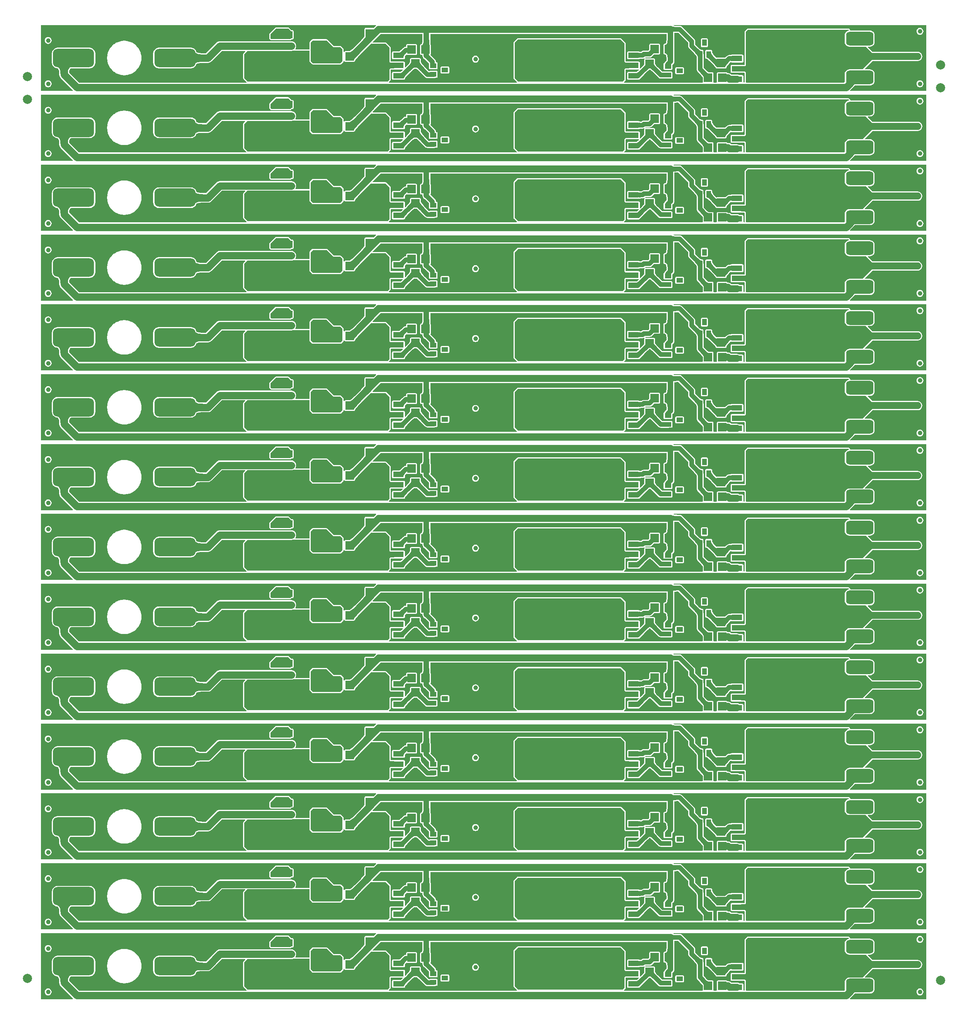
<source format=gtl>
G04 Layer_Physical_Order=1*
G04 Layer_Color=255*
%FSLAX44Y44*%
%MOMM*%
G71*
G01*
G75*
%ADD10C,2.0000*%
G04:AMPARAMS|DCode=11|XSize=9mm|YSize=4mm|CornerRadius=1mm|HoleSize=0mm|Usage=FLASHONLY|Rotation=180.000|XOffset=0mm|YOffset=0mm|HoleType=Round|Shape=RoundedRectangle|*
%AMROUNDEDRECTD11*
21,1,9.0000,2.0000,0,0,180.0*
21,1,7.0000,4.0000,0,0,180.0*
1,1,2.0000,-3.5000,1.0000*
1,1,2.0000,3.5000,1.0000*
1,1,2.0000,3.5000,-1.0000*
1,1,2.0000,-3.5000,-1.0000*
%
%ADD11ROUNDEDRECTD11*%
%ADD12R,1.8500X1.8500*%
%ADD13R,1.8500X1.8500*%
%ADD14R,1.8500X1.9500*%
%ADD15R,2.3000X1.2000*%
%ADD16R,2.0000X4.0000*%
%ADD17R,1.4000X1.0000*%
%ADD18R,1.0000X1.4000*%
%ADD19R,2.0000X1.5000*%
G04:AMPARAMS|DCode=20|XSize=6mm|YSize=3mm|CornerRadius=0.75mm|HoleSize=0mm|Usage=FLASHONLY|Rotation=0.000|XOffset=0mm|YOffset=0mm|HoleType=Round|Shape=RoundedRectangle|*
%AMROUNDEDRECTD20*
21,1,6.0000,1.5000,0,0,0.0*
21,1,4.5000,3.0000,0,0,0.0*
1,1,1.5000,2.2500,-0.7500*
1,1,1.5000,-2.2500,-0.7500*
1,1,1.5000,-2.2500,0.7500*
1,1,1.5000,2.2500,0.7500*
%
%ADD20ROUNDEDRECTD20*%
%ADD21C,1.0000*%
%ADD22C,1.0000*%
%ADD23C,1.5000*%
%ADD24C,1.6000*%
%ADD25C,1.2000*%
G36*
X1438571Y2133933D02*
X1439116Y2133842D01*
X1439947Y2133762D01*
X1444150Y2133586D01*
X1453750Y2133500D01*
Y2123500D01*
X1438312Y2122966D01*
Y2134034D01*
X1438571Y2133933D01*
D02*
G37*
G36*
X799803Y2123197D02*
X796842Y2120252D01*
X784376Y2109124D01*
X784183Y2108647D01*
X783638Y2107852D01*
X782742Y2106738D01*
X777943Y2101487D01*
X769980Y2093374D01*
X755176Y2099783D01*
X758359Y2103072D01*
X763310Y2108871D01*
X765078Y2111382D01*
X766374Y2113633D01*
X767199Y2115624D01*
X767552Y2117357D01*
X767434Y2118829D01*
X766844Y2120043D01*
X765783Y2120997D01*
X784217Y2109283D01*
Y2128717D01*
X784248Y2128768D01*
X784382Y2128921D01*
X787370Y2131973D01*
X789197Y2133804D01*
X799803Y2123197D01*
D02*
G37*
G36*
X1439217Y2094467D02*
X1421250Y2094437D01*
X1422390Y2094559D01*
X1423410Y2094921D01*
X1424310Y2095524D01*
X1425090Y2096367D01*
X1425750Y2097450D01*
X1426290Y2098773D01*
X1426710Y2100336D01*
X1427010Y2102140D01*
X1427190Y2104183D01*
X1427250Y2106467D01*
X1439250D01*
X1439217Y2094467D01*
D02*
G37*
G36*
X904765Y2103187D02*
X905278Y2095387D01*
X905469Y2094547D01*
X905689Y2093947D01*
X905938Y2093587D01*
X906217Y2093467D01*
X887783D01*
X888727Y2093587D01*
X889571Y2093947D01*
X890316Y2094547D01*
X890962Y2095387D01*
X891508Y2096467D01*
X891955Y2097787D01*
X892303Y2099347D01*
X892551Y2101147D01*
X892700Y2103187D01*
X892750Y2105467D01*
X904750D01*
X904765Y2103187D01*
D02*
G37*
G36*
X788578Y2136611D02*
X787339Y2135661D01*
X787339Y2135661D01*
X783019Y2131340D01*
X765750D01*
X764759Y2131143D01*
X763919Y2130582D01*
X763357Y2129741D01*
X763160Y2128750D01*
Y2113241D01*
X762892Y2112776D01*
X761262Y2110461D01*
X756442Y2104815D01*
X754895Y2103217D01*
X741676Y2089998D01*
X736497Y2085182D01*
X733959Y2083145D01*
X731668Y2081545D01*
X730440Y2080840D01*
X721250D01*
X720259Y2080643D01*
X719419Y2080082D01*
X718857Y2079241D01*
X717590Y2079379D01*
Y2084000D01*
X717393Y2084991D01*
X716831Y2085832D01*
X711831Y2090832D01*
X710991Y2091393D01*
X710000Y2091590D01*
X696073D01*
X681831Y2105832D01*
X680991Y2106393D01*
X680000Y2106590D01*
X650000D01*
X649009Y2106393D01*
X648169Y2105832D01*
X643169Y2100832D01*
X642607Y2099991D01*
X642410Y2099000D01*
Y2084090D01*
X611785Y2084090D01*
X611223Y2085229D01*
X611957Y2086185D01*
X613019Y2088749D01*
X613381Y2091500D01*
X613019Y2094252D01*
X611957Y2096816D01*
X610267Y2099018D01*
X608065Y2100707D01*
X605502Y2101769D01*
X602750Y2102131D01*
X446250D01*
X443499Y2101769D01*
X440935Y2100707D01*
X438733Y2099018D01*
X415597Y2075881D01*
X407037D01*
X405487Y2075918D01*
X402596Y2076144D01*
X400108Y2076514D01*
X398035Y2077011D01*
X396390Y2077611D01*
X395178Y2078274D01*
X395015Y2078410D01*
X394967Y2078774D01*
X393704Y2081824D01*
X391694Y2084444D01*
X389074Y2086454D01*
X386024Y2087717D01*
X382750Y2088148D01*
X312750D01*
X309476Y2087717D01*
X306426Y2086454D01*
X303806Y2084444D01*
X301796Y2081824D01*
X300533Y2078774D01*
X300102Y2075500D01*
Y2055500D01*
X300533Y2052227D01*
X301796Y2049176D01*
X303806Y2046557D01*
X306426Y2044547D01*
X309476Y2043283D01*
X312750Y2042852D01*
X382750D01*
X386024Y2043283D01*
X389074Y2044547D01*
X391694Y2046557D01*
X393704Y2049176D01*
X394967Y2052227D01*
X394969Y2052243D01*
X396165Y2052881D01*
X397857Y2053486D01*
X399977Y2053986D01*
X402510Y2054356D01*
X405444Y2054583D01*
X407016Y2054619D01*
X420000D01*
X422752Y2054982D01*
X425316Y2056044D01*
X427517Y2057733D01*
X450653Y2080869D01*
X501547D01*
X502033Y2079696D01*
X498169Y2075832D01*
X497608Y2074992D01*
X497411Y2074001D01*
X497410Y2021501D01*
X497607Y2020510D01*
X498169Y2019669D01*
X504897Y2012941D01*
X504371Y2011671D01*
X137364D01*
X115746Y2033289D01*
X115891Y2034941D01*
X116254Y2037127D01*
X116739Y2038934D01*
X117319Y2040356D01*
X117955Y2041397D01*
X118609Y2042101D01*
X119282Y2042548D01*
X120044Y2042814D01*
X120420Y2042852D01*
X160750D01*
X164024Y2043283D01*
X167074Y2044547D01*
X169694Y2046557D01*
X171704Y2049176D01*
X172967Y2052227D01*
X173398Y2055500D01*
Y2075500D01*
X172967Y2078774D01*
X171704Y2081824D01*
X169694Y2084444D01*
X167074Y2086454D01*
X164024Y2087717D01*
X160750Y2088148D01*
X90750D01*
X87476Y2087717D01*
X84426Y2086454D01*
X81806Y2084444D01*
X79796Y2081824D01*
X78533Y2078774D01*
X78102Y2075500D01*
Y2055500D01*
X78533Y2052227D01*
X79796Y2049176D01*
X81806Y2046557D01*
X84426Y2044547D01*
X87476Y2043283D01*
X88670Y2043126D01*
X88715Y2043112D01*
X89140Y2043064D01*
X89998Y2042951D01*
X90695Y2042699D01*
X91375Y2042237D01*
X92036Y2041514D01*
X92677Y2040452D01*
X93259Y2039010D01*
X93745Y2037183D01*
X94109Y2034978D01*
X94333Y2032407D01*
X94369Y2031031D01*
Y2029000D01*
X94731Y2026249D01*
X95793Y2023685D01*
X97483Y2021483D01*
X124577Y1994389D01*
X124050Y1993120D01*
X54119D01*
Y2137881D01*
X788147D01*
X788578Y2136611D01*
D02*
G37*
G36*
X755627Y2079021D02*
X752604Y2075965D01*
X741149Y2062912D01*
X740353Y2061618D01*
X739876Y2060575D01*
X739717Y2059783D01*
X723004Y2078187D01*
X724122Y2077296D01*
X725463Y2076839D01*
X727027Y2076816D01*
X728814Y2077228D01*
X730824Y2078075D01*
X733057Y2079356D01*
X735512Y2081071D01*
X738191Y2083221D01*
X744217Y2088824D01*
X755627Y2079021D01*
D02*
G37*
G36*
X1492918Y2086195D02*
X1495509Y2083932D01*
X1496717Y2083013D01*
X1497865Y2082235D01*
X1498953Y2081599D01*
X1499983Y2081104D01*
X1500954Y2080750D01*
X1501865Y2080538D01*
X1502717Y2080467D01*
X1493783Y2066533D01*
X1493712Y2067480D01*
X1493500Y2068477D01*
X1493147Y2069522D01*
X1492652Y2070617D01*
X1492015Y2071761D01*
X1491237Y2072954D01*
X1490318Y2074196D01*
X1488056Y2076828D01*
X1486712Y2078217D01*
X1491533Y2087538D01*
X1492918Y2086195D01*
D02*
G37*
G36*
X1364052Y2077284D02*
X1364308Y2077119D01*
X1364735Y2076974D01*
X1365332Y2076848D01*
X1366100Y2076742D01*
X1368148Y2076587D01*
X1372500Y2076500D01*
Y2066500D01*
X1370879Y2066491D01*
X1365332Y2066152D01*
X1364735Y2066026D01*
X1364308Y2065882D01*
X1364052Y2065717D01*
X1363967Y2065533D01*
Y2077467D01*
X1364052Y2077284D01*
D02*
G37*
G36*
X1439250Y2064033D02*
X1427250D01*
X1427190Y2066313D01*
X1427010Y2068353D01*
X1426710Y2070153D01*
X1426290Y2071713D01*
X1425750Y2073033D01*
X1425090Y2074113D01*
X1424310Y2074953D01*
X1423410Y2075553D01*
X1422390Y2075913D01*
X1421250Y2076033D01*
X1439217D01*
X1439250Y2064033D01*
D02*
G37*
G36*
X818000Y2088250D02*
Y2057000D01*
X820000Y2055000D01*
X828000D01*
Y2043000D01*
X820000D01*
X818000Y2041000D01*
Y2018000D01*
X814000Y2014000D01*
X731000Y2014000D01*
X507501D01*
X500000Y2021501D01*
X500000Y2074001D01*
X506869Y2080869D01*
X602750D01*
X605502Y2081232D01*
X606150Y2081500D01*
X642410Y2081500D01*
X642410Y2059000D01*
X642607Y2058009D01*
X643169Y2057169D01*
X648169Y2052169D01*
X649009Y2051608D01*
X650000Y2051411D01*
X710000D01*
X710991Y2051608D01*
X711831Y2052169D01*
X716831Y2057169D01*
X717393Y2058009D01*
X717590Y2059000D01*
X718826Y2058918D01*
X718857Y2058759D01*
X719419Y2057919D01*
X720259Y2057358D01*
X721250Y2057161D01*
X739750D01*
X740161Y2057242D01*
X740217Y2057242D01*
X740269Y2057264D01*
X740741Y2057358D01*
X741133Y2057619D01*
X741151Y2057627D01*
X741166Y2057642D01*
X741581Y2057919D01*
X741853Y2058326D01*
X741867Y2058340D01*
X741875Y2058359D01*
X742143Y2058759D01*
X742235Y2059221D01*
X742256Y2059273D01*
X742356Y2059770D01*
X742643Y2060396D01*
X743240Y2061369D01*
X754360Y2074039D01*
X777071Y2096750D01*
X809500Y2096750D01*
X818000Y2088250D01*
D02*
G37*
G36*
X695000Y2089000D02*
X710000D01*
X715000Y2084000D01*
Y2059000D01*
X710000Y2054000D01*
X650000D01*
X645000Y2059000D01*
X645000Y2099000D01*
X650000Y2104000D01*
X680000D01*
X695000Y2089000D01*
D02*
G37*
G36*
X391065Y2079715D02*
X391586Y2078358D01*
X392469Y2077161D01*
X393713Y2076123D01*
X395319Y2075246D01*
X397286Y2074527D01*
X399614Y2073969D01*
X402304Y2073570D01*
X405355Y2073330D01*
X408768Y2073250D01*
Y2057250D01*
X405314Y2057171D01*
X402222Y2056931D01*
X399491Y2056532D01*
X397122Y2055974D01*
X395114Y2055255D01*
X393467Y2054377D01*
X392182Y2053340D01*
X391258Y2052143D01*
X390695Y2050786D01*
X390494Y2049270D01*
X390905Y2081231D01*
X391065Y2079715D01*
D02*
G37*
G36*
X1396629Y2056670D02*
X1396328Y2055768D01*
X1396316Y2054720D01*
X1396591Y2053526D01*
X1397155Y2052185D01*
X1398006Y2050697D01*
X1399144Y2049063D01*
X1400571Y2047283D01*
X1404288Y2043283D01*
X1396717Y2036712D01*
X1394689Y2038670D01*
X1391042Y2041751D01*
X1389423Y2042875D01*
X1388273Y2043531D01*
X1387017Y2042815D01*
X1385406Y2041698D01*
X1383663Y2040309D01*
X1381789Y2038647D01*
X1379783Y2036712D01*
X1371712Y2042783D01*
X1373737Y2044879D01*
X1376908Y2048616D01*
X1378055Y2050257D01*
X1378908Y2051747D01*
X1379469Y2053086D01*
X1379736Y2054273D01*
X1379711Y2055308D01*
X1379394Y2056193D01*
X1378783Y2056926D01*
X1388049Y2048884D01*
X1397217Y2057426D01*
X1396629Y2056670D01*
D02*
G37*
G36*
X883271Y2059753D02*
X883185Y2058642D01*
X883427Y2057344D01*
X883998Y2055858D01*
X884898Y2054184D01*
X886125Y2052323D01*
X887682Y2050273D01*
X891781Y2045611D01*
X894324Y2042998D01*
X886217Y2036962D01*
X884051Y2039057D01*
X880221Y2042325D01*
X878557Y2043496D01*
X877059Y2044360D01*
X876577Y2044562D01*
X876925Y2044064D01*
X876338Y2044662D01*
X875728Y2044917D01*
X874614Y2045155D01*
X874500Y2045161D01*
X874386Y2045155D01*
X873272Y2044917D01*
X872662Y2044662D01*
X872075Y2044064D01*
X872423Y2044562D01*
X871941Y2044360D01*
X870444Y2043496D01*
X868779Y2042325D01*
X866947Y2040845D01*
X862783Y2036962D01*
X854676Y2042998D01*
X857219Y2045611D01*
X862875Y2052322D01*
X864103Y2054184D01*
X865002Y2055858D01*
X865573Y2057344D01*
X865815Y2058642D01*
X865729Y2059753D01*
X865313Y2060676D01*
X874500Y2047533D01*
X883687Y2060676D01*
X883271Y2059753D01*
D02*
G37*
G36*
X1472395Y2099100D02*
Y2092000D01*
X1472654Y2090032D01*
X1473414Y2088198D01*
X1474622Y2086623D01*
X1485495Y2075750D01*
X1486141Y2075082D01*
X1488293Y2072579D01*
X1489110Y2071475D01*
X1489796Y2070422D01*
X1490336Y2069452D01*
X1490645Y2068769D01*
Y2041000D01*
X1490904Y2039032D01*
X1491664Y2037198D01*
X1492872Y2035623D01*
X1498137Y2030358D01*
X1501515Y2026727D01*
X1502845Y2025073D01*
X1503879Y2023596D01*
X1504160Y2023106D01*
Y2013000D01*
X1504172Y2012941D01*
X1503172Y2011671D01*
X1332130D01*
X1331604Y2012941D01*
X1334831Y2016169D01*
X1335393Y2017009D01*
X1335590Y2018000D01*
Y2039928D01*
X1336073Y2040411D01*
X1363739D01*
X1364136Y2039784D01*
X1364270Y2039169D01*
X1362688Y2037696D01*
X1361021Y2036354D01*
X1359536Y2035313D01*
X1359149Y2035090D01*
X1341000D01*
X1340009Y2034893D01*
X1339169Y2034332D01*
X1338607Y2033491D01*
X1338410Y2032500D01*
Y2020500D01*
X1338607Y2019509D01*
X1339169Y2018669D01*
X1340009Y2018108D01*
X1341000Y2017911D01*
X1364000D01*
X1364702Y2018050D01*
X1364703Y2018050D01*
X1364703Y2018050D01*
X1364991Y2018108D01*
X1365831Y2018669D01*
X1365975Y2018885D01*
X1375788Y2029033D01*
X1382212Y2035457D01*
X1383547Y2036745D01*
X1385330Y2038327D01*
X1386952Y2039619D01*
X1388263Y2040527D01*
X1389464Y2039693D01*
X1392952Y2036747D01*
X1394282Y2035463D01*
X1406872Y2022873D01*
X1408448Y2021664D01*
X1410282Y2020904D01*
X1412250Y2020645D01*
X1430000D01*
X1430116Y2020661D01*
X1435000D01*
X1435991Y2020858D01*
X1436831Y2021419D01*
X1437393Y2022259D01*
X1437590Y2023250D01*
Y2028134D01*
X1437605Y2028250D01*
X1437590Y2028367D01*
Y2033250D01*
X1437393Y2034241D01*
X1436831Y2035082D01*
X1435991Y2035643D01*
X1435000Y2035840D01*
X1430116D01*
X1430000Y2035855D01*
X1415400D01*
X1405869Y2045387D01*
X1402533Y2048977D01*
X1401220Y2050615D01*
X1400196Y2052084D01*
X1399840Y2052706D01*
Y2062250D01*
X1399643Y2063241D01*
X1399081Y2064082D01*
X1398241Y2064643D01*
X1397250Y2064840D01*
X1379193D01*
X1378578Y2065817D01*
X1378532Y2066080D01*
X1378766Y2066395D01*
X1387750D01*
X1389718Y2066654D01*
X1391553Y2067414D01*
X1393128Y2068623D01*
X1397915Y2073411D01*
X1408250D01*
X1409241Y2073608D01*
X1410081Y2074169D01*
X1410643Y2075009D01*
X1410840Y2076000D01*
Y2094500D01*
X1410643Y2095491D01*
X1410081Y2096332D01*
X1409241Y2096893D01*
X1408250Y2097090D01*
X1389750D01*
X1388759Y2096893D01*
X1387919Y2096332D01*
X1387357Y2095491D01*
X1387160Y2094500D01*
Y2084166D01*
X1384600Y2081605D01*
X1375000D01*
X1373032Y2081346D01*
X1371198Y2080587D01*
X1369622Y2079378D01*
X1369397Y2079153D01*
X1368271Y2079175D01*
X1366376Y2079318D01*
X1365777Y2079401D01*
X1365704Y2079417D01*
X1364991Y2079893D01*
X1364000Y2080090D01*
X1341000D01*
X1340009Y2079893D01*
X1339169Y2079332D01*
X1338607Y2078491D01*
X1338410Y2077500D01*
Y2065500D01*
X1338607Y2064509D01*
X1339169Y2063669D01*
X1340009Y2063108D01*
X1341000Y2062911D01*
X1364000D01*
X1364991Y2063108D01*
X1365698Y2063580D01*
X1370865Y2063895D01*
X1372500D01*
X1374468Y2064154D01*
X1375812Y2064711D01*
X1376654Y2063685D01*
X1376357Y2063241D01*
X1376160Y2062250D01*
Y2052161D01*
X1375865Y2051645D01*
X1374855Y2050199D01*
X1371816Y2046618D01*
X1370485Y2045240D01*
X1367795Y2042551D01*
X1366920Y2042877D01*
X1366590Y2043141D01*
Y2055000D01*
X1366393Y2055991D01*
X1365831Y2056832D01*
X1364991Y2057393D01*
X1364000Y2057590D01*
X1343000D01*
X1343000Y2057590D01*
X1336073D01*
X1335590Y2058073D01*
X1335590Y2097000D01*
X1335393Y2097991D01*
X1334831Y2098832D01*
X1334831Y2098832D01*
X1325831Y2107832D01*
X1324991Y2108393D01*
X1324000Y2108590D01*
X1099476Y2108590D01*
X1099474Y2108590D01*
X1099473Y2108590D01*
X1098984Y2108492D01*
X1098484Y2108393D01*
X1098484Y2108392D01*
X1098483Y2108392D01*
X1098064Y2108112D01*
X1097644Y2107832D01*
X1097644Y2107831D01*
X1097643Y2107830D01*
X1090667Y2100843D01*
X1090388Y2100425D01*
X1090107Y2100004D01*
X1090107Y2100003D01*
X1090107Y2100002D01*
X1090009Y2099507D01*
X1089910Y2099013D01*
X1089910Y2021501D01*
X1090107Y2020510D01*
X1090668Y2019670D01*
X1097397Y2012941D01*
X1096870Y2011671D01*
X817130D01*
X816603Y2012941D01*
X819831Y2016169D01*
X820393Y2017009D01*
X820590Y2018000D01*
Y2039928D01*
X821073Y2040411D01*
X846614D01*
X847078Y2039229D01*
X845558Y2037817D01*
X843931Y2036513D01*
X842468Y2035493D01*
X841766Y2035090D01*
X826000D01*
X825009Y2034893D01*
X824169Y2034332D01*
X823607Y2033491D01*
X823410Y2032500D01*
Y2020500D01*
X823607Y2019509D01*
X824169Y2018669D01*
X825009Y2018108D01*
X826000Y2017911D01*
X849000D01*
X849621Y2018034D01*
X849654Y2018036D01*
X849669Y2018044D01*
X849991Y2018108D01*
X850831Y2018669D01*
X851393Y2019509D01*
X851526Y2020181D01*
X851537Y2020213D01*
X851544Y2020271D01*
X851590Y2020500D01*
Y2020576D01*
X851662Y2020800D01*
X851892Y2021284D01*
X852281Y2021940D01*
X852787Y2022675D01*
X856601Y2027093D01*
X856766Y2027262D01*
X864902Y2035397D01*
X868646Y2038888D01*
X870340Y2040256D01*
X871839Y2041311D01*
X871984Y2041395D01*
X877016D01*
X877161Y2041312D01*
X878632Y2040276D01*
X882309Y2037140D01*
X883736Y2035759D01*
X895872Y2023623D01*
X897448Y2022414D01*
X898207Y2022099D01*
X899282Y2021654D01*
X901250Y2021395D01*
X915500D01*
X917468Y2021654D01*
X918690Y2022161D01*
X920750D01*
X921741Y2022358D01*
X922581Y2022919D01*
X923143Y2023759D01*
X923340Y2024750D01*
Y2034750D01*
X923143Y2035741D01*
X922581Y2036582D01*
X921741Y2037143D01*
X920750Y2037340D01*
X906750D01*
X905759Y2037143D01*
X904955Y2036605D01*
X904400D01*
X895387Y2045619D01*
X893683Y2047370D01*
X889688Y2051913D01*
X888240Y2053820D01*
X887124Y2055513D01*
X886357Y2056940D01*
X886340Y2056984D01*
Y2062500D01*
X886143Y2063491D01*
X885581Y2064332D01*
X884741Y2064893D01*
X883750Y2065090D01*
X865250D01*
X864259Y2064893D01*
X863419Y2064332D01*
X862857Y2063491D01*
X862660Y2062500D01*
Y2056984D01*
X862643Y2056939D01*
X861877Y2055513D01*
X860796Y2053875D01*
X855298Y2047350D01*
X853614Y2045619D01*
X852763Y2044769D01*
X851590Y2045255D01*
Y2055000D01*
X851393Y2055991D01*
X850831Y2056832D01*
X849991Y2057393D01*
X849000Y2057590D01*
X828000D01*
X828000Y2057590D01*
X821073D01*
X820590Y2058073D01*
Y2088250D01*
X820393Y2089241D01*
X819831Y2090082D01*
X811331Y2098582D01*
X810491Y2099143D01*
X809500Y2099340D01*
X781320Y2099340D01*
X780834Y2100513D01*
X798695Y2118374D01*
X890136D01*
Y2104398D01*
X890113Y2103310D01*
X889975Y2101419D01*
X889752Y2099807D01*
X889458Y2098486D01*
X889114Y2097472D01*
X888761Y2096773D01*
X888451Y2096371D01*
X888226Y2096189D01*
X888043Y2096111D01*
X887878Y2096090D01*
X887750D01*
X887522Y2096045D01*
X887456Y2096036D01*
X887421Y2096025D01*
X886759Y2095893D01*
X885919Y2095332D01*
X885357Y2094491D01*
X885292Y2094164D01*
X885285Y2094149D01*
X885282Y2094112D01*
X885160Y2093500D01*
Y2075000D01*
X885357Y2074009D01*
X885919Y2073169D01*
X886759Y2072608D01*
X887750Y2072411D01*
X890136D01*
Y2070250D01*
X890430Y2068021D01*
X891290Y2065943D01*
X892659Y2064160D01*
X894443Y2062791D01*
X896170Y2062076D01*
X904216Y2054029D01*
X904160Y2053750D01*
Y2043750D01*
X904357Y2042759D01*
X904919Y2041919D01*
X905759Y2041358D01*
X906750Y2041161D01*
X920750D01*
X921741Y2041358D01*
X922581Y2041919D01*
X923143Y2042759D01*
X923340Y2043750D01*
Y2053750D01*
X923143Y2054741D01*
X922581Y2055582D01*
X921741Y2056143D01*
X920750Y2056340D01*
X919855D01*
Y2056750D01*
X919596Y2058719D01*
X918836Y2060553D01*
X917628Y2062128D01*
X908101Y2071655D01*
X908081Y2073169D01*
X908643Y2074009D01*
X908840Y2075000D01*
Y2093500D01*
X908643Y2094491D01*
X908081Y2095332D01*
X907922Y2095438D01*
X907849Y2095761D01*
X907364Y2103132D01*
Y2118374D01*
X1424636D01*
Y2105592D01*
X1424603Y2104331D01*
X1424439Y2102466D01*
X1424176Y2100886D01*
X1423831Y2099601D01*
X1423431Y2098620D01*
X1423013Y2097936D01*
X1422616Y2097507D01*
X1422238Y2097253D01*
X1421811Y2097101D01*
X1421704Y2097090D01*
X1420750D01*
X1419759Y2096893D01*
X1418919Y2096332D01*
X1418357Y2095491D01*
X1418160Y2094500D01*
Y2076000D01*
X1418357Y2075009D01*
X1418919Y2074169D01*
X1419759Y2073608D01*
X1420750Y2073411D01*
X1421427D01*
X1421816Y2073370D01*
X1422243Y2073219D01*
X1422620Y2072968D01*
X1423016Y2072541D01*
X1423432Y2071860D01*
X1423831Y2070883D01*
X1424176Y2069603D01*
X1424439Y2068026D01*
X1424603Y2066166D01*
X1424636Y2064907D01*
Y2059892D01*
X1421872Y2057128D01*
X1420664Y2055553D01*
X1420312Y2054703D01*
X1420009Y2054643D01*
X1419169Y2054082D01*
X1418607Y2053241D01*
X1418410Y2052250D01*
Y2042250D01*
X1418607Y2041259D01*
X1419169Y2040419D01*
X1420009Y2039858D01*
X1421000Y2039661D01*
X1427134D01*
X1427250Y2039645D01*
X1427366Y2039661D01*
X1435000D01*
X1435991Y2039858D01*
X1436831Y2040419D01*
X1437393Y2041259D01*
X1437590Y2042250D01*
Y2050316D01*
X1439341Y2051660D01*
X1440710Y2053443D01*
X1441570Y2055521D01*
X1441864Y2057750D01*
Y2120498D01*
X1450692Y2120803D01*
X1472395Y2099100D01*
D02*
G37*
G36*
X856038Y2030217D02*
X854695Y2028848D01*
X850735Y2024261D01*
X850098Y2023337D01*
X849603Y2022502D01*
X849250Y2021757D01*
X849038Y2021100D01*
X848967Y2020533D01*
X837075Y2032437D01*
X837850Y2031874D01*
X838766Y2031594D01*
X839826Y2031597D01*
X841027Y2031883D01*
X842370Y2032451D01*
X843855Y2033303D01*
X845482Y2034437D01*
X847252Y2035855D01*
X851217Y2039538D01*
X856038Y2030217D01*
D02*
G37*
G36*
X1374574Y2031503D02*
X1363967Y2020533D01*
X1354325Y2032437D01*
X1355033Y2031808D01*
X1355899Y2031476D01*
X1356921Y2031442D01*
X1358100Y2031706D01*
X1359436Y2032267D01*
X1360928Y2033126D01*
X1362578Y2034283D01*
X1364384Y2035737D01*
X1368467Y2039538D01*
X1374574Y2031503D01*
D02*
G37*
G36*
X121000Y2045513D02*
X119480Y2045361D01*
X118120Y2044886D01*
X116920Y2044088D01*
X115880Y2042969D01*
X115000Y2041527D01*
X114280Y2039763D01*
X113720Y2037676D01*
X113320Y2035267D01*
X113080Y2032536D01*
X113000Y2029483D01*
X97000D01*
X96920Y2032553D01*
X96680Y2035302D01*
X96280Y2037728D01*
X95721Y2039832D01*
X95001Y2041613D01*
X94121Y2043072D01*
X93082Y2044209D01*
X91882Y2045023D01*
X90522Y2045515D01*
X89003Y2045685D01*
X121000Y2045513D01*
D02*
G37*
G36*
X1509792Y2036600D02*
X1513412Y2033543D01*
X1515025Y2032423D01*
X1516505Y2031577D01*
X1517853Y2031003D01*
X1519069Y2030702D01*
X1520153Y2030674D01*
X1521105Y2030919D01*
X1521925Y2031437D01*
X1506814Y2018325D01*
X1507421Y2019055D01*
X1507736Y2019937D01*
X1507758Y2020972D01*
X1507487Y2022158D01*
X1506923Y2023496D01*
X1506066Y2024986D01*
X1504917Y2026629D01*
X1503475Y2028423D01*
X1499712Y2032467D01*
X1507783Y2038538D01*
X1509792Y2036600D01*
D02*
G37*
G36*
X1333000Y2097000D02*
X1333000Y2057000D01*
X1335000Y2055000D01*
X1343000D01*
Y2043000D01*
X1335000D01*
X1333000Y2041000D01*
Y2018000D01*
X1329000Y2014000D01*
X1100000Y2014000D01*
X1092499Y2021501D01*
X1092500Y2099013D01*
X1099476Y2106000D01*
X1324000Y2106000D01*
X1333000Y2097000D01*
D02*
G37*
G36*
X1823748Y2127500D02*
X1824469Y2126615D01*
X1824038Y2125435D01*
X1822879Y2125282D01*
X1820437Y2124270D01*
X1818339Y2122661D01*
X1816730Y2120564D01*
X1815719Y2118121D01*
X1815373Y2115500D01*
Y2100500D01*
X1815719Y2097879D01*
X1816730Y2095437D01*
X1818339Y2093340D01*
X1820437Y2091730D01*
X1822879Y2090719D01*
X1825500Y2090374D01*
X1861126D01*
X1875000Y2076501D01*
X1875000Y2061505D01*
X1854158Y2040627D01*
X1825500D01*
X1822879Y2040282D01*
X1820437Y2039270D01*
X1818339Y2037661D01*
X1816730Y2035564D01*
X1815719Y2033121D01*
X1815373Y2030500D01*
Y2015500D01*
X1815645Y2013438D01*
X1813879Y2011671D01*
X1599987D01*
X1598750Y2012908D01*
X1598750Y2033750D01*
X1596750Y2035750D01*
X1588750D01*
Y2047750D01*
X1596750D01*
X1598750Y2049750D01*
X1598750Y2123250D01*
X1603000Y2127500D01*
X1823748Y2127500D01*
D02*
G37*
G36*
X1993881Y1993120D02*
X1827192D01*
X1826666Y1994389D01*
X1837650Y2005374D01*
X1870500D01*
X1873121Y2005719D01*
X1875563Y2006730D01*
X1877661Y2008340D01*
X1879270Y2010437D01*
X1880282Y2012879D01*
X1880627Y2015500D01*
Y2030500D01*
X1880282Y2033121D01*
X1879270Y2035564D01*
X1877661Y2037661D01*
X1875563Y2039270D01*
X1873121Y2040282D01*
X1870500Y2040627D01*
X1859475D01*
X1858989Y2041800D01*
X1876033Y2058874D01*
X1975000D01*
X1977621Y2059219D01*
X1980063Y2060230D01*
X1982161Y2061840D01*
X1983770Y2063937D01*
X1984782Y2066379D01*
X1985127Y2069000D01*
X1984782Y2071621D01*
X1983770Y2074064D01*
X1982161Y2076161D01*
X1980063Y2077770D01*
X1977621Y2078782D01*
X1975000Y2079127D01*
X1876036D01*
X1865962Y2089200D01*
X1866448Y2090374D01*
X1870500D01*
X1873121Y2090719D01*
X1875563Y2091730D01*
X1877661Y2093340D01*
X1879270Y2095437D01*
X1880282Y2097879D01*
X1880627Y2100500D01*
Y2115500D01*
X1880282Y2118121D01*
X1879270Y2120564D01*
X1877661Y2122661D01*
X1875563Y2124270D01*
X1873121Y2125282D01*
X1870500Y2125627D01*
X1828171D01*
X1828082Y2125658D01*
X1827584Y2125991D01*
X1827056Y2126726D01*
X1826980Y2127038D01*
X1826950Y2127358D01*
X1826861Y2127525D01*
X1826817Y2127708D01*
X1826627Y2127967D01*
X1826476Y2128251D01*
X1825756Y2129135D01*
X1825653Y2129220D01*
X1825579Y2129331D01*
X1825267Y2129540D01*
X1824977Y2129779D01*
X1824850Y2129819D01*
X1824739Y2129892D01*
X1824370Y2129966D01*
X1824011Y2130076D01*
X1823879Y2130064D01*
X1823748Y2130090D01*
X1603000Y2130090D01*
X1602009Y2129893D01*
X1601169Y2129332D01*
X1596919Y2125081D01*
X1596919Y2125081D01*
X1596357Y2124241D01*
X1596160Y2123250D01*
X1596160Y2051410D01*
X1595090Y2050340D01*
X1588750D01*
X1588750Y2050340D01*
X1567750D01*
X1566759Y2050143D01*
X1565919Y2049582D01*
X1565357Y2048741D01*
X1565160Y2047750D01*
Y2035750D01*
X1565357Y2034759D01*
X1565919Y2033919D01*
X1566759Y2033358D01*
X1567750Y2033161D01*
X1595090D01*
X1596160Y2032091D01*
X1596160Y2012909D01*
X1595311Y2011906D01*
X1594025Y2011947D01*
X1593279Y2012942D01*
X1593340Y2013250D01*
Y2025250D01*
X1593143Y2026241D01*
X1592581Y2027082D01*
X1591741Y2027643D01*
X1590750Y2027840D01*
X1584548D01*
X1584313Y2028020D01*
X1581871Y2029032D01*
X1579250Y2029377D01*
X1567195D01*
X1567161Y2029411D01*
X1565063Y2031020D01*
X1562621Y2032032D01*
X1560000Y2032377D01*
X1560000Y2032377D01*
X1558665D01*
X1558643Y2032491D01*
X1558081Y2033332D01*
X1557241Y2033893D01*
X1556250Y2034090D01*
X1537750D01*
X1536759Y2033893D01*
X1535919Y2033332D01*
X1535357Y2032491D01*
X1535160Y2031500D01*
Y2013000D01*
X1535172Y2012941D01*
X1534172Y2011671D01*
X1528828D01*
X1527828Y2012941D01*
X1527840Y2013000D01*
Y2031500D01*
X1527643Y2032491D01*
X1527081Y2033332D01*
X1526241Y2033893D01*
X1525250Y2034090D01*
X1517327D01*
X1516409Y2034615D01*
X1514990Y2035600D01*
X1511528Y2038524D01*
X1510215Y2039790D01*
X1505855Y2044150D01*
Y2073750D01*
X1505840Y2073867D01*
Y2080500D01*
X1505643Y2081491D01*
X1505081Y2082332D01*
X1504241Y2082893D01*
X1503250Y2083090D01*
X1502427D01*
X1502268Y2083103D01*
X1501693Y2083237D01*
X1500990Y2083493D01*
X1500170Y2083887D01*
X1499246Y2084427D01*
X1498228Y2085117D01*
X1497147Y2085940D01*
X1494672Y2088101D01*
X1494079Y2088677D01*
X1487605Y2095150D01*
Y2102250D01*
X1487346Y2104219D01*
X1486901Y2105293D01*
X1486586Y2106053D01*
X1485378Y2107628D01*
X1459128Y2133878D01*
X1457553Y2135087D01*
X1455718Y2135846D01*
X1453750Y2136105D01*
X1452041D01*
X1444215Y2136175D01*
X1440419Y2136334D01*
X1440143Y2136611D01*
X1440358Y2137374D01*
X1440824Y2137881D01*
X1993881D01*
Y1993120D01*
D02*
G37*
G36*
X1438571Y1980933D02*
X1439116Y1980842D01*
X1439947Y1980762D01*
X1444150Y1980586D01*
X1453750Y1980500D01*
Y1970500D01*
X1438312Y1969966D01*
Y1981034D01*
X1438571Y1980933D01*
D02*
G37*
G36*
X799803Y1970197D02*
X796842Y1967252D01*
X784376Y1956124D01*
X784183Y1955647D01*
X783638Y1954851D01*
X782742Y1953738D01*
X777943Y1948488D01*
X769980Y1940373D01*
X755176Y1946783D01*
X758359Y1950072D01*
X763310Y1955871D01*
X765078Y1958382D01*
X766374Y1960633D01*
X767199Y1962624D01*
X767552Y1964357D01*
X767434Y1965829D01*
X766844Y1967043D01*
X765783Y1967997D01*
X784217Y1956283D01*
Y1975717D01*
X784248Y1975768D01*
X784382Y1975921D01*
X787370Y1978972D01*
X789197Y1980804D01*
X799803Y1970197D01*
D02*
G37*
G36*
X1439217Y1941467D02*
X1421250Y1941437D01*
X1422390Y1941559D01*
X1423410Y1941921D01*
X1424310Y1942524D01*
X1425090Y1943367D01*
X1425750Y1944450D01*
X1426290Y1945773D01*
X1426710Y1947336D01*
X1427010Y1949140D01*
X1427190Y1951183D01*
X1427250Y1953467D01*
X1439250D01*
X1439217Y1941467D01*
D02*
G37*
G36*
X904765Y1950187D02*
X905278Y1942387D01*
X905469Y1941547D01*
X905689Y1940947D01*
X905938Y1940587D01*
X906217Y1940467D01*
X887783D01*
X888727Y1940587D01*
X889571Y1940947D01*
X890316Y1941547D01*
X890962Y1942387D01*
X891508Y1943467D01*
X891955Y1944787D01*
X892303Y1946347D01*
X892551Y1948147D01*
X892700Y1950187D01*
X892750Y1952467D01*
X904750D01*
X904765Y1950187D01*
D02*
G37*
G36*
X788578Y1983611D02*
X787339Y1982661D01*
X787339Y1982661D01*
X783019Y1978340D01*
X765750D01*
X764759Y1978143D01*
X763919Y1977582D01*
X763357Y1976741D01*
X763160Y1975750D01*
Y1960242D01*
X762892Y1959776D01*
X761262Y1957461D01*
X756442Y1951815D01*
X754895Y1950217D01*
X741676Y1936998D01*
X736497Y1932182D01*
X733959Y1930145D01*
X731668Y1928545D01*
X730440Y1927840D01*
X721250D01*
X720259Y1927643D01*
X719419Y1927082D01*
X718857Y1926241D01*
X717590Y1926378D01*
Y1931000D01*
X717393Y1931991D01*
X716831Y1932832D01*
X711831Y1937832D01*
X710991Y1938393D01*
X710000Y1938590D01*
X696073D01*
X681831Y1952832D01*
X680991Y1953393D01*
X680000Y1953590D01*
X650000D01*
X649009Y1953393D01*
X648169Y1952832D01*
X643169Y1947832D01*
X642607Y1946991D01*
X642410Y1946000D01*
Y1931090D01*
X611785Y1931090D01*
X611223Y1932229D01*
X611957Y1933185D01*
X613019Y1935749D01*
X613381Y1938500D01*
X613019Y1941252D01*
X611957Y1943816D01*
X610267Y1946017D01*
X608065Y1947707D01*
X605502Y1948769D01*
X602750Y1949131D01*
X446250D01*
X443499Y1948769D01*
X440935Y1947707D01*
X438733Y1946017D01*
X415597Y1922881D01*
X407037D01*
X405487Y1922917D01*
X402596Y1923144D01*
X400108Y1923513D01*
X398035Y1924011D01*
X396390Y1924611D01*
X395178Y1925274D01*
X395015Y1925410D01*
X394967Y1925774D01*
X393704Y1928824D01*
X391694Y1931444D01*
X389074Y1933454D01*
X386024Y1934718D01*
X382750Y1935148D01*
X312750D01*
X309476Y1934718D01*
X306426Y1933454D01*
X303806Y1931444D01*
X301796Y1928824D01*
X300533Y1925774D01*
X300102Y1922500D01*
Y1902500D01*
X300533Y1899227D01*
X301796Y1896176D01*
X303806Y1893557D01*
X306426Y1891547D01*
X309476Y1890283D01*
X312750Y1889852D01*
X382750D01*
X386024Y1890283D01*
X389074Y1891547D01*
X391694Y1893557D01*
X393704Y1896176D01*
X394967Y1899227D01*
X394969Y1899243D01*
X396165Y1899881D01*
X397857Y1900486D01*
X399977Y1900986D01*
X402510Y1901356D01*
X405444Y1901583D01*
X407016Y1901619D01*
X420000D01*
X422752Y1901982D01*
X425316Y1903044D01*
X427517Y1904733D01*
X450653Y1927869D01*
X501547D01*
X502033Y1926696D01*
X498169Y1922832D01*
X497608Y1921992D01*
X497411Y1921001D01*
X497410Y1868501D01*
X497607Y1867509D01*
X498169Y1866669D01*
X504897Y1859941D01*
X504371Y1858671D01*
X137364D01*
X115746Y1880289D01*
X115891Y1881941D01*
X116254Y1884127D01*
X116739Y1885934D01*
X117319Y1887356D01*
X117955Y1888397D01*
X118609Y1889101D01*
X119282Y1889548D01*
X120044Y1889814D01*
X120420Y1889852D01*
X160750D01*
X164024Y1890283D01*
X167074Y1891547D01*
X169694Y1893557D01*
X171704Y1896176D01*
X172967Y1899227D01*
X173398Y1902500D01*
Y1922500D01*
X172967Y1925774D01*
X171704Y1928824D01*
X169694Y1931444D01*
X167074Y1933454D01*
X164024Y1934718D01*
X160750Y1935148D01*
X90750D01*
X87476Y1934718D01*
X84426Y1933454D01*
X81806Y1931444D01*
X79796Y1928824D01*
X78533Y1925774D01*
X78102Y1922500D01*
Y1902500D01*
X78533Y1899227D01*
X79796Y1896176D01*
X81806Y1893557D01*
X84426Y1891547D01*
X87476Y1890283D01*
X88670Y1890126D01*
X88715Y1890112D01*
X89140Y1890064D01*
X89998Y1889951D01*
X90695Y1889699D01*
X91375Y1889237D01*
X92036Y1888515D01*
X92677Y1887452D01*
X93259Y1886010D01*
X93745Y1884183D01*
X94109Y1881978D01*
X94333Y1879407D01*
X94369Y1878031D01*
Y1876000D01*
X94731Y1873249D01*
X95793Y1870685D01*
X97483Y1868483D01*
X124577Y1841389D01*
X124050Y1840119D01*
X54119D01*
Y1984881D01*
X788147D01*
X788578Y1983611D01*
D02*
G37*
G36*
X755627Y1926021D02*
X752604Y1922964D01*
X741149Y1909912D01*
X740353Y1908618D01*
X739876Y1907575D01*
X739717Y1906783D01*
X723004Y1925187D01*
X724122Y1924296D01*
X725463Y1923839D01*
X727027Y1923816D01*
X728814Y1924228D01*
X730824Y1925075D01*
X733057Y1926356D01*
X735512Y1928071D01*
X738191Y1930221D01*
X744217Y1935824D01*
X755627Y1926021D01*
D02*
G37*
G36*
X1492918Y1933195D02*
X1495509Y1930932D01*
X1496717Y1930013D01*
X1497865Y1929235D01*
X1498953Y1928599D01*
X1499983Y1928104D01*
X1500954Y1927750D01*
X1501865Y1927538D01*
X1502717Y1927467D01*
X1493783Y1913533D01*
X1493712Y1914480D01*
X1493500Y1915477D01*
X1493147Y1916522D01*
X1492652Y1917617D01*
X1492015Y1918761D01*
X1491237Y1919954D01*
X1490318Y1921196D01*
X1488056Y1923828D01*
X1486712Y1925217D01*
X1491533Y1934538D01*
X1492918Y1933195D01*
D02*
G37*
G36*
X1364052Y1924284D02*
X1364308Y1924119D01*
X1364735Y1923974D01*
X1365332Y1923849D01*
X1366100Y1923742D01*
X1368148Y1923587D01*
X1372500Y1923500D01*
Y1913500D01*
X1370879Y1913491D01*
X1365332Y1913152D01*
X1364735Y1913026D01*
X1364308Y1912881D01*
X1364052Y1912717D01*
X1363967Y1912533D01*
Y1924467D01*
X1364052Y1924284D01*
D02*
G37*
G36*
X1439250Y1911033D02*
X1427250D01*
X1427190Y1913313D01*
X1427010Y1915353D01*
X1426710Y1917153D01*
X1426290Y1918713D01*
X1425750Y1920033D01*
X1425090Y1921113D01*
X1424310Y1921953D01*
X1423410Y1922553D01*
X1422390Y1922913D01*
X1421250Y1923033D01*
X1439217D01*
X1439250Y1911033D01*
D02*
G37*
G36*
X818000Y1935250D02*
Y1904000D01*
X820000Y1902000D01*
X828000D01*
Y1890000D01*
X820000D01*
X818000Y1888000D01*
Y1865000D01*
X814000Y1861000D01*
X731000Y1861000D01*
X507501D01*
X500000Y1868501D01*
X500000Y1921001D01*
X506869Y1927869D01*
X602750D01*
X605502Y1928232D01*
X606150Y1928500D01*
X642410Y1928500D01*
X642410Y1906000D01*
X642607Y1905009D01*
X643169Y1904169D01*
X648169Y1899169D01*
X649009Y1898608D01*
X650000Y1898411D01*
X710000D01*
X710991Y1898608D01*
X711831Y1899169D01*
X716831Y1904169D01*
X717393Y1905009D01*
X717590Y1906000D01*
X718826Y1905918D01*
X718857Y1905759D01*
X719419Y1904919D01*
X720259Y1904358D01*
X721250Y1904161D01*
X739750D01*
X740161Y1904242D01*
X740217Y1904242D01*
X740269Y1904264D01*
X740741Y1904358D01*
X741133Y1904619D01*
X741151Y1904627D01*
X741166Y1904642D01*
X741581Y1904919D01*
X741853Y1905326D01*
X741867Y1905340D01*
X741875Y1905359D01*
X742143Y1905759D01*
X742235Y1906221D01*
X742256Y1906273D01*
X742356Y1906770D01*
X742643Y1907396D01*
X743240Y1908369D01*
X754360Y1921039D01*
X777071Y1943750D01*
X809500Y1943750D01*
X818000Y1935250D01*
D02*
G37*
G36*
X695000Y1936000D02*
X710000D01*
X715000Y1931000D01*
Y1906000D01*
X710000Y1901000D01*
X650000D01*
X645000Y1906000D01*
X645000Y1946000D01*
X650000Y1951000D01*
X680000D01*
X695000Y1936000D01*
D02*
G37*
G36*
X391065Y1926715D02*
X391586Y1925358D01*
X392469Y1924161D01*
X393713Y1923123D01*
X395319Y1922245D01*
X397286Y1921527D01*
X399614Y1920969D01*
X402304Y1920569D01*
X405355Y1920330D01*
X408768Y1920250D01*
Y1904250D01*
X405314Y1904171D01*
X402222Y1903931D01*
X399491Y1903532D01*
X397122Y1902973D01*
X395114Y1902255D01*
X393467Y1901377D01*
X392182Y1900340D01*
X391258Y1899143D01*
X390695Y1897786D01*
X390494Y1896270D01*
X390905Y1928231D01*
X391065Y1926715D01*
D02*
G37*
G36*
X1396629Y1903670D02*
X1396328Y1902768D01*
X1396316Y1901720D01*
X1396591Y1900526D01*
X1397155Y1899185D01*
X1398006Y1897697D01*
X1399144Y1896063D01*
X1400571Y1894283D01*
X1404288Y1890283D01*
X1396717Y1883712D01*
X1394689Y1885670D01*
X1391042Y1888751D01*
X1389423Y1889875D01*
X1388273Y1890531D01*
X1387017Y1889815D01*
X1385406Y1888698D01*
X1383663Y1887309D01*
X1381789Y1885647D01*
X1379783Y1883712D01*
X1371712Y1889783D01*
X1373737Y1891879D01*
X1376908Y1895616D01*
X1378055Y1897257D01*
X1378908Y1898747D01*
X1379469Y1900086D01*
X1379736Y1901273D01*
X1379711Y1902308D01*
X1379394Y1903193D01*
X1378783Y1903925D01*
X1388049Y1895883D01*
X1397217Y1904426D01*
X1396629Y1903670D01*
D02*
G37*
G36*
X883271Y1906753D02*
X883185Y1905642D01*
X883427Y1904344D01*
X883998Y1902858D01*
X884898Y1901184D01*
X886125Y1899322D01*
X887682Y1897273D01*
X891781Y1892611D01*
X894324Y1889998D01*
X886217Y1883962D01*
X884051Y1886057D01*
X880221Y1889324D01*
X878557Y1890496D01*
X877059Y1891360D01*
X876577Y1891562D01*
X876925Y1891064D01*
X876338Y1891662D01*
X875728Y1891917D01*
X874614Y1892155D01*
X874500Y1892161D01*
X874386Y1892155D01*
X873272Y1891917D01*
X872662Y1891662D01*
X872075Y1891064D01*
X872423Y1891562D01*
X871941Y1891360D01*
X870444Y1890496D01*
X868779Y1889324D01*
X866947Y1887845D01*
X862783Y1883962D01*
X854676Y1889998D01*
X857219Y1892611D01*
X862875Y1899322D01*
X864103Y1901184D01*
X865002Y1902858D01*
X865573Y1904344D01*
X865815Y1905642D01*
X865729Y1906753D01*
X865313Y1907675D01*
X874500Y1894533D01*
X883687Y1907675D01*
X883271Y1906753D01*
D02*
G37*
G36*
X1472395Y1946100D02*
Y1939000D01*
X1472654Y1937032D01*
X1473414Y1935198D01*
X1474622Y1933623D01*
X1485495Y1922750D01*
X1486141Y1922082D01*
X1488293Y1919579D01*
X1489110Y1918475D01*
X1489796Y1917422D01*
X1490336Y1916452D01*
X1490645Y1915769D01*
Y1888000D01*
X1490904Y1886032D01*
X1491664Y1884198D01*
X1492872Y1882623D01*
X1498137Y1877358D01*
X1501515Y1873727D01*
X1502845Y1872073D01*
X1503879Y1870596D01*
X1504160Y1870106D01*
Y1860000D01*
X1504172Y1859941D01*
X1503172Y1858671D01*
X1332130D01*
X1331604Y1859941D01*
X1334831Y1863169D01*
X1335393Y1864009D01*
X1335590Y1865000D01*
Y1886928D01*
X1336073Y1887411D01*
X1363739D01*
X1364136Y1886784D01*
X1364270Y1886169D01*
X1362688Y1884696D01*
X1361021Y1883354D01*
X1359536Y1882313D01*
X1359149Y1882090D01*
X1341000D01*
X1340009Y1881893D01*
X1339169Y1881331D01*
X1338607Y1880491D01*
X1338410Y1879500D01*
Y1867500D01*
X1338607Y1866509D01*
X1339169Y1865669D01*
X1340009Y1865108D01*
X1341000Y1864911D01*
X1364000D01*
X1364702Y1865050D01*
X1364703Y1865050D01*
X1364703Y1865050D01*
X1364991Y1865108D01*
X1365831Y1865669D01*
X1365975Y1865885D01*
X1375788Y1876033D01*
X1382212Y1882457D01*
X1383547Y1883746D01*
X1385330Y1885327D01*
X1386952Y1886619D01*
X1388263Y1887527D01*
X1389464Y1886694D01*
X1392952Y1883747D01*
X1394282Y1882463D01*
X1406872Y1869873D01*
X1408448Y1868664D01*
X1410282Y1867904D01*
X1412250Y1867645D01*
X1430000D01*
X1430116Y1867661D01*
X1435000D01*
X1435991Y1867858D01*
X1436831Y1868419D01*
X1437393Y1869259D01*
X1437590Y1870250D01*
Y1875134D01*
X1437605Y1875250D01*
X1437590Y1875367D01*
Y1880250D01*
X1437393Y1881241D01*
X1436831Y1882082D01*
X1435991Y1882643D01*
X1435000Y1882840D01*
X1430116D01*
X1430000Y1882855D01*
X1415400D01*
X1405869Y1892387D01*
X1402533Y1895977D01*
X1401220Y1897615D01*
X1400196Y1899084D01*
X1399840Y1899706D01*
Y1909250D01*
X1399643Y1910241D01*
X1399081Y1911082D01*
X1398241Y1911643D01*
X1397250Y1911840D01*
X1379193D01*
X1378578Y1912817D01*
X1378532Y1913080D01*
X1378766Y1913395D01*
X1387750D01*
X1389718Y1913654D01*
X1391553Y1914414D01*
X1393128Y1915623D01*
X1397915Y1920411D01*
X1408250D01*
X1409241Y1920608D01*
X1410081Y1921169D01*
X1410643Y1922009D01*
X1410840Y1923000D01*
Y1941500D01*
X1410643Y1942491D01*
X1410081Y1943332D01*
X1409241Y1943893D01*
X1408250Y1944090D01*
X1389750D01*
X1388759Y1943893D01*
X1387919Y1943332D01*
X1387357Y1942491D01*
X1387160Y1941500D01*
Y1931166D01*
X1384600Y1928605D01*
X1375000D01*
X1373032Y1928346D01*
X1371198Y1927587D01*
X1369622Y1926378D01*
X1369397Y1926153D01*
X1368271Y1926175D01*
X1366376Y1926318D01*
X1365777Y1926401D01*
X1365704Y1926417D01*
X1364991Y1926893D01*
X1364000Y1927090D01*
X1341000D01*
X1340009Y1926893D01*
X1339169Y1926332D01*
X1338607Y1925491D01*
X1338410Y1924500D01*
Y1912500D01*
X1338607Y1911509D01*
X1339169Y1910669D01*
X1340009Y1910108D01*
X1341000Y1909911D01*
X1364000D01*
X1364991Y1910108D01*
X1365698Y1910580D01*
X1370865Y1910895D01*
X1372500D01*
X1374468Y1911154D01*
X1375812Y1911711D01*
X1376654Y1910685D01*
X1376357Y1910241D01*
X1376160Y1909250D01*
Y1899161D01*
X1375865Y1898645D01*
X1374855Y1897199D01*
X1371816Y1893618D01*
X1370485Y1892240D01*
X1367795Y1889551D01*
X1366920Y1889877D01*
X1366590Y1890141D01*
Y1902000D01*
X1366393Y1902991D01*
X1365831Y1903831D01*
X1364991Y1904393D01*
X1364000Y1904590D01*
X1343000D01*
X1343000Y1904590D01*
X1336073D01*
X1335590Y1905073D01*
X1335590Y1944000D01*
X1335393Y1944991D01*
X1334831Y1945832D01*
X1334831Y1945832D01*
X1325831Y1954832D01*
X1324991Y1955393D01*
X1324000Y1955590D01*
X1099476Y1955590D01*
X1099474Y1955590D01*
X1099473Y1955590D01*
X1098984Y1955492D01*
X1098484Y1955393D01*
X1098484Y1955392D01*
X1098483Y1955392D01*
X1098064Y1955112D01*
X1097644Y1954832D01*
X1097644Y1954831D01*
X1097643Y1954830D01*
X1090667Y1947843D01*
X1090388Y1947425D01*
X1090107Y1947004D01*
X1090107Y1947003D01*
X1090107Y1947002D01*
X1090009Y1946507D01*
X1089910Y1946013D01*
X1089910Y1868501D01*
X1090107Y1867510D01*
X1090668Y1866670D01*
X1097397Y1859941D01*
X1096870Y1858671D01*
X817130D01*
X816603Y1859941D01*
X819831Y1863169D01*
X820393Y1864009D01*
X820590Y1865000D01*
Y1886928D01*
X821073Y1887411D01*
X846614D01*
X847078Y1886228D01*
X845558Y1884817D01*
X843931Y1883513D01*
X842468Y1882493D01*
X841766Y1882090D01*
X826000D01*
X825009Y1881893D01*
X824169Y1881331D01*
X823607Y1880491D01*
X823410Y1879500D01*
Y1867500D01*
X823607Y1866509D01*
X824169Y1865669D01*
X825009Y1865108D01*
X826000Y1864911D01*
X849000D01*
X849621Y1865034D01*
X849654Y1865036D01*
X849669Y1865044D01*
X849991Y1865108D01*
X850831Y1865669D01*
X851393Y1866509D01*
X851526Y1867181D01*
X851537Y1867213D01*
X851544Y1867271D01*
X851590Y1867500D01*
Y1867576D01*
X851662Y1867800D01*
X851892Y1868284D01*
X852281Y1868940D01*
X852787Y1869675D01*
X856601Y1874093D01*
X856766Y1874261D01*
X864902Y1882397D01*
X868646Y1885888D01*
X870340Y1887256D01*
X871839Y1888311D01*
X871984Y1888395D01*
X877016D01*
X877161Y1888311D01*
X878632Y1887276D01*
X882309Y1884140D01*
X883736Y1882759D01*
X895872Y1870623D01*
X897448Y1869414D01*
X898207Y1869099D01*
X899282Y1868654D01*
X901250Y1868395D01*
X915500D01*
X917468Y1868654D01*
X918690Y1869161D01*
X920750D01*
X921741Y1869358D01*
X922581Y1869919D01*
X923143Y1870759D01*
X923340Y1871750D01*
Y1881750D01*
X923143Y1882741D01*
X922581Y1883582D01*
X921741Y1884143D01*
X920750Y1884340D01*
X906750D01*
X905759Y1884143D01*
X904955Y1883605D01*
X904400D01*
X895387Y1892619D01*
X893683Y1894370D01*
X889688Y1898913D01*
X888240Y1900820D01*
X887124Y1902513D01*
X886357Y1903940D01*
X886340Y1903984D01*
Y1909500D01*
X886143Y1910491D01*
X885581Y1911332D01*
X884741Y1911893D01*
X883750Y1912090D01*
X865250D01*
X864259Y1911893D01*
X863419Y1911332D01*
X862857Y1910491D01*
X862660Y1909500D01*
Y1903984D01*
X862643Y1903939D01*
X861877Y1902513D01*
X860796Y1900875D01*
X855298Y1894350D01*
X853614Y1892619D01*
X852763Y1891769D01*
X851590Y1892255D01*
Y1902000D01*
X851393Y1902991D01*
X850831Y1903831D01*
X849991Y1904393D01*
X849000Y1904590D01*
X828000D01*
X828000Y1904590D01*
X821073D01*
X820590Y1905073D01*
Y1935250D01*
X820393Y1936241D01*
X819831Y1937082D01*
X811331Y1945582D01*
X810491Y1946143D01*
X809500Y1946340D01*
X781320Y1946340D01*
X780834Y1947513D01*
X798695Y1965374D01*
X890136D01*
Y1951398D01*
X890113Y1950310D01*
X889975Y1948419D01*
X889752Y1946807D01*
X889458Y1945486D01*
X889114Y1944472D01*
X888761Y1943773D01*
X888451Y1943371D01*
X888226Y1943189D01*
X888043Y1943111D01*
X887878Y1943090D01*
X887750D01*
X887522Y1943045D01*
X887456Y1943036D01*
X887421Y1943025D01*
X886759Y1942893D01*
X885919Y1942332D01*
X885357Y1941491D01*
X885292Y1941165D01*
X885285Y1941149D01*
X885282Y1941112D01*
X885160Y1940500D01*
Y1922000D01*
X885357Y1921009D01*
X885919Y1920169D01*
X886759Y1919608D01*
X887750Y1919411D01*
X890136D01*
Y1917250D01*
X890430Y1915021D01*
X891290Y1912944D01*
X892659Y1911160D01*
X894443Y1909791D01*
X896170Y1909075D01*
X904216Y1901029D01*
X904160Y1900750D01*
Y1890750D01*
X904357Y1889759D01*
X904919Y1888919D01*
X905759Y1888358D01*
X906750Y1888161D01*
X920750D01*
X921741Y1888358D01*
X922581Y1888919D01*
X923143Y1889759D01*
X923340Y1890750D01*
Y1900750D01*
X923143Y1901741D01*
X922581Y1902582D01*
X921741Y1903143D01*
X920750Y1903340D01*
X919855D01*
Y1903750D01*
X919596Y1905719D01*
X918836Y1907553D01*
X917628Y1909128D01*
X908101Y1918655D01*
X908081Y1920169D01*
X908643Y1921009D01*
X908840Y1922000D01*
Y1940500D01*
X908643Y1941491D01*
X908081Y1942332D01*
X907922Y1942438D01*
X907849Y1942761D01*
X907364Y1950132D01*
Y1965374D01*
X1424636D01*
Y1952592D01*
X1424603Y1951331D01*
X1424439Y1949466D01*
X1424176Y1947886D01*
X1423831Y1946601D01*
X1423431Y1945620D01*
X1423013Y1944936D01*
X1422616Y1944507D01*
X1422238Y1944253D01*
X1421811Y1944102D01*
X1421704Y1944090D01*
X1420750D01*
X1419759Y1943893D01*
X1418919Y1943332D01*
X1418357Y1942491D01*
X1418160Y1941500D01*
Y1923000D01*
X1418357Y1922009D01*
X1418919Y1921169D01*
X1419759Y1920608D01*
X1420750Y1920411D01*
X1421427D01*
X1421816Y1920370D01*
X1422243Y1920219D01*
X1422620Y1919968D01*
X1423016Y1919541D01*
X1423432Y1918860D01*
X1423831Y1917883D01*
X1424176Y1916602D01*
X1424439Y1915026D01*
X1424603Y1913166D01*
X1424636Y1911907D01*
Y1906892D01*
X1421872Y1904128D01*
X1420664Y1902553D01*
X1420312Y1901703D01*
X1420009Y1901643D01*
X1419169Y1901082D01*
X1418607Y1900241D01*
X1418410Y1899250D01*
Y1889250D01*
X1418607Y1888259D01*
X1419169Y1887419D01*
X1420009Y1886858D01*
X1421000Y1886661D01*
X1427134D01*
X1427250Y1886645D01*
X1427366Y1886661D01*
X1435000D01*
X1435991Y1886858D01*
X1436831Y1887419D01*
X1437393Y1888259D01*
X1437590Y1889250D01*
Y1897316D01*
X1439341Y1898660D01*
X1440710Y1900444D01*
X1441570Y1902521D01*
X1441864Y1904750D01*
Y1967498D01*
X1450692Y1967803D01*
X1472395Y1946100D01*
D02*
G37*
G36*
X856038Y1877217D02*
X854695Y1875848D01*
X850735Y1871261D01*
X850098Y1870337D01*
X849603Y1869502D01*
X849250Y1868757D01*
X849038Y1868100D01*
X848967Y1867533D01*
X837075Y1879437D01*
X837850Y1878874D01*
X838766Y1878594D01*
X839826Y1878597D01*
X841027Y1878882D01*
X842370Y1879451D01*
X843855Y1880303D01*
X845482Y1881437D01*
X847252Y1882855D01*
X851217Y1886538D01*
X856038Y1877217D01*
D02*
G37*
G36*
X1374574Y1878503D02*
X1363967Y1867533D01*
X1354325Y1879437D01*
X1355033Y1878808D01*
X1355899Y1878476D01*
X1356921Y1878442D01*
X1358100Y1878706D01*
X1359436Y1879267D01*
X1360928Y1880126D01*
X1362578Y1881283D01*
X1364384Y1882737D01*
X1368467Y1886538D01*
X1374574Y1878503D01*
D02*
G37*
G36*
X121000Y1892513D02*
X119480Y1892361D01*
X118120Y1891886D01*
X116920Y1891088D01*
X115880Y1889969D01*
X115000Y1888527D01*
X114280Y1886763D01*
X113720Y1884676D01*
X113320Y1882267D01*
X113080Y1879536D01*
X113000Y1876483D01*
X97000D01*
X96920Y1879553D01*
X96680Y1882302D01*
X96280Y1884728D01*
X95721Y1886832D01*
X95001Y1888613D01*
X94121Y1890072D01*
X93082Y1891209D01*
X91882Y1892023D01*
X90522Y1892516D01*
X89003Y1892685D01*
X121000Y1892513D01*
D02*
G37*
G36*
X1509792Y1883600D02*
X1513412Y1880543D01*
X1515025Y1879423D01*
X1516505Y1878577D01*
X1517853Y1878003D01*
X1519069Y1877702D01*
X1520153Y1877674D01*
X1521105Y1877919D01*
X1521925Y1878437D01*
X1506814Y1865325D01*
X1507421Y1866055D01*
X1507736Y1866938D01*
X1507758Y1867972D01*
X1507487Y1869158D01*
X1506923Y1870496D01*
X1506066Y1871986D01*
X1504917Y1873629D01*
X1503475Y1875423D01*
X1499712Y1879467D01*
X1507783Y1885538D01*
X1509792Y1883600D01*
D02*
G37*
G36*
X1333000Y1944000D02*
X1333000Y1904000D01*
X1335000Y1902000D01*
X1343000D01*
Y1890000D01*
X1335000D01*
X1333000Y1888000D01*
Y1865000D01*
X1329000Y1861000D01*
X1100000Y1861000D01*
X1092499Y1868501D01*
X1092500Y1946013D01*
X1099476Y1953000D01*
X1324000Y1953000D01*
X1333000Y1944000D01*
D02*
G37*
G36*
X1823748Y1974500D02*
X1824469Y1973615D01*
X1824038Y1972434D01*
X1822879Y1972282D01*
X1820437Y1971270D01*
X1818339Y1969661D01*
X1816730Y1967564D01*
X1815719Y1965121D01*
X1815373Y1962500D01*
Y1947500D01*
X1815719Y1944879D01*
X1816730Y1942437D01*
X1818339Y1940340D01*
X1820437Y1938730D01*
X1822879Y1937719D01*
X1825500Y1937374D01*
X1861126D01*
X1875000Y1923501D01*
X1875000Y1908505D01*
X1854158Y1887627D01*
X1825500D01*
X1822879Y1887282D01*
X1820437Y1886270D01*
X1818339Y1884661D01*
X1816730Y1882564D01*
X1815719Y1880121D01*
X1815373Y1877500D01*
Y1862500D01*
X1815645Y1860437D01*
X1813879Y1858671D01*
X1599987D01*
X1598750Y1859908D01*
X1598750Y1880750D01*
X1596750Y1882750D01*
X1588750D01*
Y1894750D01*
X1596750D01*
X1598750Y1896750D01*
X1598750Y1970250D01*
X1603000Y1974500D01*
X1823748Y1974500D01*
D02*
G37*
G36*
X1993881Y1840119D02*
X1827192D01*
X1826666Y1841389D01*
X1837650Y1852374D01*
X1870500D01*
X1873121Y1852719D01*
X1875563Y1853730D01*
X1877661Y1855340D01*
X1879270Y1857437D01*
X1880282Y1859879D01*
X1880627Y1862500D01*
Y1877500D01*
X1880282Y1880121D01*
X1879270Y1882564D01*
X1877661Y1884661D01*
X1875563Y1886270D01*
X1873121Y1887282D01*
X1870500Y1887627D01*
X1859475D01*
X1858989Y1888800D01*
X1876033Y1905874D01*
X1975000D01*
X1977621Y1906219D01*
X1980063Y1907230D01*
X1982161Y1908840D01*
X1983770Y1910937D01*
X1984782Y1913379D01*
X1985127Y1916000D01*
X1984782Y1918621D01*
X1983770Y1921064D01*
X1982161Y1923161D01*
X1980063Y1924770D01*
X1977621Y1925782D01*
X1975000Y1926127D01*
X1876036D01*
X1865962Y1936200D01*
X1866448Y1937374D01*
X1870500D01*
X1873121Y1937719D01*
X1875563Y1938730D01*
X1877661Y1940340D01*
X1879270Y1942437D01*
X1880282Y1944879D01*
X1880627Y1947500D01*
Y1962500D01*
X1880282Y1965121D01*
X1879270Y1967564D01*
X1877661Y1969661D01*
X1875563Y1971270D01*
X1873121Y1972282D01*
X1870500Y1972627D01*
X1828171D01*
X1828082Y1972657D01*
X1827584Y1972991D01*
X1827056Y1973726D01*
X1826980Y1974038D01*
X1826950Y1974358D01*
X1826861Y1974525D01*
X1826817Y1974708D01*
X1826627Y1974967D01*
X1826476Y1975251D01*
X1825756Y1976136D01*
X1825653Y1976220D01*
X1825579Y1976331D01*
X1825267Y1976540D01*
X1824977Y1976779D01*
X1824850Y1976819D01*
X1824739Y1976893D01*
X1824370Y1976966D01*
X1824011Y1977076D01*
X1823879Y1977064D01*
X1823748Y1977090D01*
X1603000Y1977090D01*
X1602009Y1976893D01*
X1601169Y1976332D01*
X1596919Y1972081D01*
X1596919Y1972081D01*
X1596357Y1971241D01*
X1596160Y1970250D01*
X1596160Y1898410D01*
X1595090Y1897340D01*
X1588750D01*
X1588750Y1897340D01*
X1567750D01*
X1566759Y1897143D01*
X1565919Y1896582D01*
X1565357Y1895741D01*
X1565160Y1894750D01*
Y1882750D01*
X1565357Y1881759D01*
X1565919Y1880919D01*
X1566759Y1880358D01*
X1567750Y1880161D01*
X1595090D01*
X1596160Y1879091D01*
X1596160Y1859908D01*
X1595311Y1858906D01*
X1594025Y1858947D01*
X1593279Y1859942D01*
X1593340Y1860250D01*
Y1872250D01*
X1593143Y1873241D01*
X1592581Y1874082D01*
X1591741Y1874643D01*
X1590750Y1874840D01*
X1584548D01*
X1584313Y1875020D01*
X1581871Y1876032D01*
X1579250Y1876377D01*
X1567195D01*
X1567161Y1876411D01*
X1565063Y1878020D01*
X1562621Y1879032D01*
X1560000Y1879377D01*
X1560000Y1879377D01*
X1558665D01*
X1558643Y1879491D01*
X1558081Y1880332D01*
X1557241Y1880893D01*
X1556250Y1881090D01*
X1537750D01*
X1536759Y1880893D01*
X1535919Y1880332D01*
X1535357Y1879491D01*
X1535160Y1878500D01*
Y1860000D01*
X1535172Y1859941D01*
X1534172Y1858671D01*
X1528828D01*
X1527828Y1859941D01*
X1527840Y1860000D01*
Y1878500D01*
X1527643Y1879491D01*
X1527081Y1880332D01*
X1526241Y1880893D01*
X1525250Y1881090D01*
X1517327D01*
X1516409Y1881615D01*
X1514990Y1882600D01*
X1511528Y1885524D01*
X1510215Y1886790D01*
X1505855Y1891150D01*
Y1920750D01*
X1505840Y1920867D01*
Y1927500D01*
X1505643Y1928491D01*
X1505081Y1929332D01*
X1504241Y1929893D01*
X1503250Y1930090D01*
X1502427D01*
X1502268Y1930103D01*
X1501693Y1930237D01*
X1500990Y1930493D01*
X1500170Y1930887D01*
X1499246Y1931427D01*
X1498228Y1932117D01*
X1497147Y1932940D01*
X1494672Y1935101D01*
X1494079Y1935677D01*
X1487605Y1942150D01*
Y1949250D01*
X1487346Y1951219D01*
X1486901Y1952293D01*
X1486586Y1953053D01*
X1485378Y1954628D01*
X1459128Y1980878D01*
X1457553Y1982086D01*
X1455718Y1982846D01*
X1453750Y1983105D01*
X1452041D01*
X1444215Y1983175D01*
X1440419Y1983334D01*
X1440143Y1983611D01*
X1440358Y1984374D01*
X1440824Y1984881D01*
X1993881D01*
Y1840119D01*
D02*
G37*
G36*
X1438571Y1827933D02*
X1439116Y1827842D01*
X1439947Y1827762D01*
X1444150Y1827586D01*
X1453750Y1827500D01*
Y1817500D01*
X1438312Y1816966D01*
Y1828034D01*
X1438571Y1827933D01*
D02*
G37*
G36*
X799803Y1817197D02*
X796842Y1814252D01*
X784376Y1803124D01*
X784183Y1802647D01*
X783638Y1801851D01*
X782742Y1800738D01*
X777943Y1795488D01*
X769980Y1787373D01*
X755176Y1793783D01*
X758359Y1797072D01*
X763310Y1802871D01*
X765078Y1805382D01*
X766374Y1807633D01*
X767199Y1809624D01*
X767552Y1811357D01*
X767434Y1812829D01*
X766844Y1814043D01*
X765783Y1814996D01*
X784217Y1803283D01*
Y1822717D01*
X784248Y1822768D01*
X784382Y1822921D01*
X787370Y1825972D01*
X789197Y1827804D01*
X799803Y1817197D01*
D02*
G37*
G36*
X1439217Y1788467D02*
X1421250Y1788437D01*
X1422390Y1788559D01*
X1423410Y1788921D01*
X1424310Y1789524D01*
X1425090Y1790367D01*
X1425750Y1791450D01*
X1426290Y1792773D01*
X1426710Y1794336D01*
X1427010Y1796140D01*
X1427190Y1798183D01*
X1427250Y1800467D01*
X1439250D01*
X1439217Y1788467D01*
D02*
G37*
G36*
X904765Y1797187D02*
X905278Y1789387D01*
X905469Y1788547D01*
X905689Y1787947D01*
X905938Y1787587D01*
X906217Y1787467D01*
X887783D01*
X888727Y1787587D01*
X889571Y1787947D01*
X890316Y1788547D01*
X890962Y1789387D01*
X891508Y1790467D01*
X891955Y1791787D01*
X892303Y1793347D01*
X892551Y1795147D01*
X892700Y1797187D01*
X892750Y1799467D01*
X904750D01*
X904765Y1797187D01*
D02*
G37*
G36*
X788578Y1830611D02*
X787339Y1829661D01*
X787339Y1829661D01*
X783019Y1825340D01*
X765750D01*
X764759Y1825143D01*
X763919Y1824581D01*
X763357Y1823741D01*
X763160Y1822750D01*
Y1807242D01*
X762892Y1806776D01*
X761262Y1804461D01*
X756442Y1798815D01*
X754895Y1797216D01*
X741676Y1783998D01*
X736497Y1779182D01*
X733959Y1777145D01*
X731668Y1775545D01*
X730440Y1774840D01*
X721250D01*
X720259Y1774643D01*
X719419Y1774082D01*
X718857Y1773241D01*
X717590Y1773378D01*
Y1778000D01*
X717393Y1778991D01*
X716831Y1779832D01*
X711831Y1784832D01*
X710991Y1785393D01*
X710000Y1785590D01*
X696073D01*
X681831Y1799832D01*
X680991Y1800393D01*
X680000Y1800590D01*
X650000D01*
X649009Y1800393D01*
X648169Y1799832D01*
X643169Y1794832D01*
X642607Y1793991D01*
X642410Y1793000D01*
Y1778090D01*
X611785Y1778090D01*
X611223Y1779229D01*
X611957Y1780185D01*
X613019Y1782749D01*
X613381Y1785500D01*
X613019Y1788252D01*
X611957Y1790816D01*
X610267Y1793017D01*
X608065Y1794707D01*
X605502Y1795769D01*
X602750Y1796131D01*
X446250D01*
X443499Y1795769D01*
X440935Y1794707D01*
X438733Y1793017D01*
X415597Y1769881D01*
X407037D01*
X405487Y1769917D01*
X402596Y1770144D01*
X400108Y1770513D01*
X398035Y1771011D01*
X396390Y1771611D01*
X395178Y1772274D01*
X395015Y1772410D01*
X394967Y1772774D01*
X393704Y1775824D01*
X391694Y1778444D01*
X389074Y1780454D01*
X386024Y1781718D01*
X382750Y1782148D01*
X312750D01*
X309476Y1781718D01*
X306426Y1780454D01*
X303806Y1778444D01*
X301796Y1775824D01*
X300533Y1772774D01*
X300102Y1769500D01*
Y1749500D01*
X300533Y1746227D01*
X301796Y1743176D01*
X303806Y1740557D01*
X306426Y1738547D01*
X309476Y1737283D01*
X312750Y1736852D01*
X382750D01*
X386024Y1737283D01*
X389074Y1738547D01*
X391694Y1740557D01*
X393704Y1743176D01*
X394967Y1746227D01*
X394969Y1746243D01*
X396165Y1746881D01*
X397857Y1747486D01*
X399977Y1747986D01*
X402510Y1748356D01*
X405444Y1748583D01*
X407016Y1748619D01*
X420000D01*
X422752Y1748982D01*
X425316Y1750044D01*
X427517Y1751733D01*
X450653Y1774869D01*
X501547D01*
X502033Y1773696D01*
X498169Y1769832D01*
X497608Y1768992D01*
X497411Y1768001D01*
X497410Y1715501D01*
X497607Y1714509D01*
X498169Y1713669D01*
X504897Y1706941D01*
X504371Y1705671D01*
X137364D01*
X115746Y1727289D01*
X115891Y1728941D01*
X116254Y1731127D01*
X116739Y1732935D01*
X117319Y1734356D01*
X117955Y1735397D01*
X118609Y1736101D01*
X119282Y1736548D01*
X120044Y1736814D01*
X120420Y1736852D01*
X160750D01*
X164024Y1737283D01*
X167074Y1738547D01*
X169694Y1740557D01*
X171704Y1743176D01*
X172967Y1746227D01*
X173398Y1749500D01*
Y1769500D01*
X172967Y1772774D01*
X171704Y1775824D01*
X169694Y1778444D01*
X167074Y1780454D01*
X164024Y1781718D01*
X160750Y1782148D01*
X90750D01*
X87476Y1781718D01*
X84426Y1780454D01*
X81806Y1778444D01*
X79796Y1775824D01*
X78533Y1772774D01*
X78102Y1769500D01*
Y1749500D01*
X78533Y1746227D01*
X79796Y1743176D01*
X81806Y1740557D01*
X84426Y1738547D01*
X87476Y1737283D01*
X88670Y1737126D01*
X88715Y1737112D01*
X89140Y1737064D01*
X89998Y1736951D01*
X90695Y1736699D01*
X91375Y1736237D01*
X92036Y1735514D01*
X92677Y1734452D01*
X93259Y1733010D01*
X93745Y1731183D01*
X94109Y1728978D01*
X94333Y1726407D01*
X94369Y1725031D01*
Y1723000D01*
X94731Y1720249D01*
X95793Y1717685D01*
X97483Y1715483D01*
X124577Y1688389D01*
X124050Y1687119D01*
X54119D01*
Y1831881D01*
X788147D01*
X788578Y1830611D01*
D02*
G37*
G36*
X755627Y1773021D02*
X752604Y1769964D01*
X741149Y1756912D01*
X740353Y1755618D01*
X739876Y1754575D01*
X739717Y1753783D01*
X723004Y1772187D01*
X724122Y1771295D01*
X725463Y1770839D01*
X727027Y1770816D01*
X728814Y1771228D01*
X730824Y1772075D01*
X733057Y1773356D01*
X735512Y1775071D01*
X738191Y1777221D01*
X744217Y1782824D01*
X755627Y1773021D01*
D02*
G37*
G36*
X1492918Y1780195D02*
X1495509Y1777932D01*
X1496717Y1777013D01*
X1497865Y1776235D01*
X1498953Y1775599D01*
X1499983Y1775104D01*
X1500954Y1774750D01*
X1501865Y1774538D01*
X1502717Y1774467D01*
X1493783Y1760533D01*
X1493712Y1761481D01*
X1493500Y1762477D01*
X1493147Y1763522D01*
X1492652Y1764617D01*
X1492015Y1765761D01*
X1491237Y1766954D01*
X1490318Y1768196D01*
X1488056Y1770828D01*
X1486712Y1772217D01*
X1491533Y1781538D01*
X1492918Y1780195D01*
D02*
G37*
G36*
X1364052Y1771284D02*
X1364308Y1771119D01*
X1364735Y1770974D01*
X1365332Y1770848D01*
X1366100Y1770742D01*
X1368148Y1770587D01*
X1372500Y1770500D01*
Y1760500D01*
X1370879Y1760491D01*
X1365332Y1760152D01*
X1364735Y1760027D01*
X1364308Y1759881D01*
X1364052Y1759717D01*
X1363967Y1759533D01*
Y1771467D01*
X1364052Y1771284D01*
D02*
G37*
G36*
X1439250Y1758033D02*
X1427250D01*
X1427190Y1760313D01*
X1427010Y1762353D01*
X1426710Y1764153D01*
X1426290Y1765713D01*
X1425750Y1767033D01*
X1425090Y1768113D01*
X1424310Y1768953D01*
X1423410Y1769553D01*
X1422390Y1769913D01*
X1421250Y1770033D01*
X1439217D01*
X1439250Y1758033D01*
D02*
G37*
G36*
X818000Y1782250D02*
Y1751000D01*
X820000Y1749000D01*
X828000D01*
Y1737000D01*
X820000D01*
X818000Y1735000D01*
Y1712000D01*
X814000Y1708000D01*
X731000Y1708000D01*
X507501D01*
X500000Y1715501D01*
X500000Y1768001D01*
X506869Y1774869D01*
X602750D01*
X605502Y1775232D01*
X606150Y1775500D01*
X642410Y1775500D01*
X642410Y1753000D01*
X642607Y1752009D01*
X643169Y1751169D01*
X648169Y1746169D01*
X649009Y1745608D01*
X650000Y1745411D01*
X710000D01*
X710991Y1745608D01*
X711831Y1746169D01*
X716831Y1751169D01*
X717393Y1752009D01*
X717590Y1753000D01*
X718826Y1752918D01*
X718857Y1752759D01*
X719419Y1751919D01*
X720259Y1751358D01*
X721250Y1751161D01*
X739750D01*
X740161Y1751242D01*
X740217Y1751242D01*
X740269Y1751264D01*
X740741Y1751358D01*
X741133Y1751619D01*
X741151Y1751627D01*
X741166Y1751642D01*
X741581Y1751919D01*
X741853Y1752326D01*
X741867Y1752340D01*
X741875Y1752359D01*
X742143Y1752759D01*
X742235Y1753221D01*
X742256Y1753273D01*
X742356Y1753770D01*
X742643Y1754396D01*
X743240Y1755369D01*
X754360Y1768039D01*
X777071Y1790750D01*
X809500Y1790750D01*
X818000Y1782250D01*
D02*
G37*
G36*
X695000Y1783000D02*
X710000D01*
X715000Y1778000D01*
Y1753000D01*
X710000Y1748000D01*
X650000D01*
X645000Y1753000D01*
X645000Y1793000D01*
X650000Y1798000D01*
X680000D01*
X695000Y1783000D01*
D02*
G37*
G36*
X391065Y1773715D02*
X391586Y1772358D01*
X392469Y1771161D01*
X393713Y1770123D01*
X395319Y1769245D01*
X397286Y1768527D01*
X399614Y1767968D01*
X402304Y1767569D01*
X405355Y1767330D01*
X408768Y1767250D01*
Y1751250D01*
X405314Y1751171D01*
X402222Y1750931D01*
X399491Y1750532D01*
X397122Y1749973D01*
X395114Y1749255D01*
X393467Y1748377D01*
X392182Y1747340D01*
X391258Y1746143D01*
X390695Y1744786D01*
X390494Y1743270D01*
X390905Y1775231D01*
X391065Y1773715D01*
D02*
G37*
G36*
X1396629Y1750670D02*
X1396328Y1749768D01*
X1396316Y1748720D01*
X1396591Y1747526D01*
X1397155Y1746185D01*
X1398006Y1744697D01*
X1399144Y1743063D01*
X1400571Y1741283D01*
X1404288Y1737283D01*
X1396717Y1730712D01*
X1394689Y1732670D01*
X1391042Y1735751D01*
X1389423Y1736875D01*
X1388273Y1737531D01*
X1387017Y1736815D01*
X1385406Y1735698D01*
X1383663Y1734309D01*
X1381789Y1732647D01*
X1379783Y1730712D01*
X1371712Y1736783D01*
X1373737Y1738879D01*
X1376908Y1742616D01*
X1378055Y1744257D01*
X1378908Y1745747D01*
X1379469Y1747086D01*
X1379736Y1748273D01*
X1379711Y1749308D01*
X1379394Y1750193D01*
X1378783Y1750925D01*
X1388049Y1742883D01*
X1397217Y1751425D01*
X1396629Y1750670D01*
D02*
G37*
G36*
X883271Y1753753D02*
X883185Y1752642D01*
X883427Y1751344D01*
X883998Y1749858D01*
X884898Y1748184D01*
X886125Y1746322D01*
X887682Y1744273D01*
X891781Y1739611D01*
X894324Y1736998D01*
X886217Y1730962D01*
X884051Y1733057D01*
X880221Y1736324D01*
X878557Y1737496D01*
X877059Y1738360D01*
X876577Y1738562D01*
X876925Y1738064D01*
X876338Y1738662D01*
X875728Y1738917D01*
X874614Y1739155D01*
X874500Y1739161D01*
X874386Y1739155D01*
X873272Y1738917D01*
X872662Y1738662D01*
X872075Y1738064D01*
X872423Y1738562D01*
X871941Y1738360D01*
X870444Y1737496D01*
X868779Y1736324D01*
X866947Y1734845D01*
X862783Y1730962D01*
X854676Y1736998D01*
X857219Y1739611D01*
X862875Y1746322D01*
X864103Y1748184D01*
X865002Y1749858D01*
X865573Y1751344D01*
X865815Y1752642D01*
X865729Y1753753D01*
X865313Y1754675D01*
X874500Y1741533D01*
X883687Y1754675D01*
X883271Y1753753D01*
D02*
G37*
G36*
X1472395Y1793100D02*
Y1786000D01*
X1472654Y1784032D01*
X1473414Y1782198D01*
X1474622Y1780623D01*
X1485495Y1769750D01*
X1486141Y1769082D01*
X1488293Y1766579D01*
X1489110Y1765475D01*
X1489796Y1764422D01*
X1490336Y1763452D01*
X1490645Y1762769D01*
Y1735000D01*
X1490904Y1733032D01*
X1491664Y1731198D01*
X1492872Y1729623D01*
X1498137Y1724358D01*
X1501515Y1720727D01*
X1502845Y1719073D01*
X1503879Y1717596D01*
X1504160Y1717106D01*
Y1707000D01*
X1504172Y1706941D01*
X1503172Y1705671D01*
X1332130D01*
X1331604Y1706941D01*
X1334831Y1710169D01*
X1335393Y1711009D01*
X1335590Y1712000D01*
Y1733928D01*
X1336073Y1734411D01*
X1363739D01*
X1364136Y1733784D01*
X1364270Y1733169D01*
X1362688Y1731696D01*
X1361021Y1730354D01*
X1359536Y1729313D01*
X1359149Y1729090D01*
X1341000D01*
X1340009Y1728893D01*
X1339169Y1728331D01*
X1338607Y1727491D01*
X1338410Y1726500D01*
Y1714500D01*
X1338607Y1713509D01*
X1339169Y1712669D01*
X1340009Y1712108D01*
X1341000Y1711911D01*
X1364000D01*
X1364702Y1712050D01*
X1364703Y1712050D01*
X1364703Y1712050D01*
X1364991Y1712108D01*
X1365831Y1712669D01*
X1365975Y1712885D01*
X1375788Y1723033D01*
X1382212Y1729457D01*
X1383547Y1730745D01*
X1385330Y1732326D01*
X1386952Y1733619D01*
X1388263Y1734527D01*
X1389464Y1733694D01*
X1392952Y1730747D01*
X1394282Y1729463D01*
X1406872Y1716873D01*
X1408448Y1715664D01*
X1410282Y1714904D01*
X1412250Y1714645D01*
X1430000D01*
X1430116Y1714661D01*
X1435000D01*
X1435991Y1714858D01*
X1436831Y1715419D01*
X1437393Y1716259D01*
X1437590Y1717250D01*
Y1722134D01*
X1437605Y1722250D01*
X1437590Y1722367D01*
Y1727250D01*
X1437393Y1728241D01*
X1436831Y1729082D01*
X1435991Y1729643D01*
X1435000Y1729840D01*
X1430116D01*
X1430000Y1729855D01*
X1415400D01*
X1405869Y1739387D01*
X1402533Y1742977D01*
X1401220Y1744615D01*
X1400196Y1746084D01*
X1399840Y1746706D01*
Y1756250D01*
X1399643Y1757241D01*
X1399081Y1758082D01*
X1398241Y1758643D01*
X1397250Y1758840D01*
X1379193D01*
X1378578Y1759817D01*
X1378532Y1760080D01*
X1378766Y1760395D01*
X1387750D01*
X1389718Y1760654D01*
X1391553Y1761414D01*
X1393128Y1762623D01*
X1397915Y1767411D01*
X1408250D01*
X1409241Y1767608D01*
X1410081Y1768169D01*
X1410643Y1769009D01*
X1410840Y1770000D01*
Y1788500D01*
X1410643Y1789491D01*
X1410081Y1790332D01*
X1409241Y1790893D01*
X1408250Y1791090D01*
X1389750D01*
X1388759Y1790893D01*
X1387919Y1790332D01*
X1387357Y1789491D01*
X1387160Y1788500D01*
Y1778166D01*
X1384600Y1775605D01*
X1375000D01*
X1373032Y1775346D01*
X1371198Y1774586D01*
X1369622Y1773378D01*
X1369397Y1773153D01*
X1368271Y1773175D01*
X1366376Y1773318D01*
X1365777Y1773401D01*
X1365704Y1773417D01*
X1364991Y1773893D01*
X1364000Y1774090D01*
X1341000D01*
X1340009Y1773893D01*
X1339169Y1773331D01*
X1338607Y1772491D01*
X1338410Y1771500D01*
Y1759500D01*
X1338607Y1758509D01*
X1339169Y1757669D01*
X1340009Y1757108D01*
X1341000Y1756911D01*
X1364000D01*
X1364991Y1757108D01*
X1365698Y1757580D01*
X1370865Y1757895D01*
X1372500D01*
X1374468Y1758154D01*
X1375812Y1758711D01*
X1376654Y1757685D01*
X1376357Y1757241D01*
X1376160Y1756250D01*
Y1746161D01*
X1375865Y1745645D01*
X1374855Y1744199D01*
X1371816Y1740618D01*
X1370485Y1739240D01*
X1367795Y1736551D01*
X1366920Y1736877D01*
X1366590Y1737141D01*
Y1749000D01*
X1366393Y1749991D01*
X1365831Y1750831D01*
X1364991Y1751393D01*
X1364000Y1751590D01*
X1343000D01*
X1343000Y1751590D01*
X1336073D01*
X1335590Y1752073D01*
X1335590Y1791000D01*
X1335393Y1791991D01*
X1334831Y1792832D01*
X1334831Y1792832D01*
X1325831Y1801832D01*
X1324991Y1802393D01*
X1324000Y1802590D01*
X1099476Y1802590D01*
X1099474Y1802590D01*
X1099473Y1802590D01*
X1098984Y1802492D01*
X1098484Y1802393D01*
X1098484Y1802392D01*
X1098483Y1802392D01*
X1098064Y1802112D01*
X1097644Y1801832D01*
X1097644Y1801831D01*
X1097643Y1801830D01*
X1090667Y1794843D01*
X1090388Y1794425D01*
X1090107Y1794004D01*
X1090107Y1794003D01*
X1090107Y1794002D01*
X1090009Y1793507D01*
X1089910Y1793013D01*
X1089910Y1715501D01*
X1090107Y1714510D01*
X1090668Y1713670D01*
X1097397Y1706941D01*
X1096870Y1705671D01*
X817130D01*
X816603Y1706941D01*
X819831Y1710169D01*
X820393Y1711009D01*
X820590Y1712000D01*
Y1733928D01*
X821073Y1734411D01*
X846614D01*
X847078Y1733228D01*
X845558Y1731817D01*
X843931Y1730513D01*
X842468Y1729493D01*
X841766Y1729090D01*
X826000D01*
X825009Y1728893D01*
X824169Y1728331D01*
X823607Y1727491D01*
X823410Y1726500D01*
Y1714500D01*
X823607Y1713509D01*
X824169Y1712669D01*
X825009Y1712108D01*
X826000Y1711911D01*
X849000D01*
X849621Y1712034D01*
X849654Y1712036D01*
X849669Y1712043D01*
X849991Y1712108D01*
X850831Y1712669D01*
X851393Y1713509D01*
X851526Y1714181D01*
X851537Y1714213D01*
X851544Y1714271D01*
X851590Y1714500D01*
Y1714576D01*
X851662Y1714800D01*
X851892Y1715284D01*
X852281Y1715940D01*
X852787Y1716675D01*
X856601Y1721093D01*
X856766Y1721261D01*
X864902Y1729397D01*
X868646Y1732888D01*
X870340Y1734256D01*
X871839Y1735311D01*
X871984Y1735395D01*
X877016D01*
X877161Y1735311D01*
X878632Y1734276D01*
X882309Y1731140D01*
X883736Y1729759D01*
X895872Y1717623D01*
X897448Y1716414D01*
X898207Y1716099D01*
X899282Y1715654D01*
X901250Y1715395D01*
X915500D01*
X917468Y1715654D01*
X918690Y1716161D01*
X920750D01*
X921741Y1716358D01*
X922581Y1716919D01*
X923143Y1717759D01*
X923340Y1718750D01*
Y1728750D01*
X923143Y1729741D01*
X922581Y1730582D01*
X921741Y1731143D01*
X920750Y1731340D01*
X906750D01*
X905759Y1731143D01*
X904955Y1730605D01*
X904400D01*
X895387Y1739619D01*
X893683Y1741370D01*
X889688Y1745913D01*
X888240Y1747820D01*
X887124Y1749512D01*
X886357Y1750939D01*
X886340Y1750984D01*
Y1756500D01*
X886143Y1757491D01*
X885581Y1758331D01*
X884741Y1758893D01*
X883750Y1759090D01*
X865250D01*
X864259Y1758893D01*
X863419Y1758331D01*
X862857Y1757491D01*
X862660Y1756500D01*
Y1750984D01*
X862643Y1750939D01*
X861877Y1749513D01*
X860796Y1747875D01*
X855298Y1741350D01*
X853614Y1739619D01*
X852763Y1738769D01*
X851590Y1739255D01*
Y1749000D01*
X851393Y1749991D01*
X850831Y1750831D01*
X849991Y1751393D01*
X849000Y1751590D01*
X828000D01*
X828000Y1751590D01*
X821073D01*
X820590Y1752073D01*
Y1782250D01*
X820393Y1783241D01*
X819831Y1784082D01*
X811331Y1792581D01*
X810491Y1793143D01*
X809500Y1793340D01*
X781320Y1793340D01*
X780834Y1794513D01*
X798695Y1812374D01*
X890136D01*
Y1798398D01*
X890113Y1797310D01*
X889975Y1795419D01*
X889752Y1793807D01*
X889458Y1792486D01*
X889114Y1791472D01*
X888761Y1790773D01*
X888451Y1790371D01*
X888226Y1790189D01*
X888043Y1790111D01*
X887878Y1790090D01*
X887750D01*
X887522Y1790045D01*
X887456Y1790036D01*
X887421Y1790025D01*
X886759Y1789893D01*
X885919Y1789332D01*
X885357Y1788491D01*
X885292Y1788164D01*
X885285Y1788149D01*
X885282Y1788112D01*
X885160Y1787500D01*
Y1769000D01*
X885357Y1768009D01*
X885919Y1767169D01*
X886759Y1766608D01*
X887750Y1766411D01*
X890136D01*
Y1764250D01*
X890430Y1762021D01*
X891290Y1759944D01*
X892659Y1758159D01*
X894443Y1756791D01*
X896170Y1756075D01*
X904216Y1748029D01*
X904160Y1747750D01*
Y1737750D01*
X904357Y1736759D01*
X904919Y1735919D01*
X905759Y1735358D01*
X906750Y1735161D01*
X920750D01*
X921741Y1735358D01*
X922581Y1735919D01*
X923143Y1736759D01*
X923340Y1737750D01*
Y1747750D01*
X923143Y1748741D01*
X922581Y1749581D01*
X921741Y1750143D01*
X920750Y1750340D01*
X919855D01*
Y1750750D01*
X919596Y1752719D01*
X918836Y1754553D01*
X917628Y1756128D01*
X908101Y1765655D01*
X908081Y1767169D01*
X908643Y1768009D01*
X908840Y1769000D01*
Y1787500D01*
X908643Y1788491D01*
X908081Y1789332D01*
X907922Y1789438D01*
X907849Y1789761D01*
X907364Y1797132D01*
Y1812374D01*
X1424636D01*
Y1799592D01*
X1424603Y1798331D01*
X1424439Y1796466D01*
X1424176Y1794886D01*
X1423831Y1793601D01*
X1423431Y1792620D01*
X1423013Y1791936D01*
X1422616Y1791506D01*
X1422238Y1791253D01*
X1421811Y1791102D01*
X1421704Y1791090D01*
X1420750D01*
X1419759Y1790893D01*
X1418919Y1790332D01*
X1418357Y1789491D01*
X1418160Y1788500D01*
Y1770000D01*
X1418357Y1769009D01*
X1418919Y1768169D01*
X1419759Y1767608D01*
X1420750Y1767411D01*
X1421427D01*
X1421816Y1767370D01*
X1422243Y1767219D01*
X1422620Y1766968D01*
X1423016Y1766541D01*
X1423432Y1765860D01*
X1423831Y1764883D01*
X1424176Y1763602D01*
X1424439Y1762026D01*
X1424603Y1760166D01*
X1424636Y1758907D01*
Y1753892D01*
X1421872Y1751128D01*
X1420664Y1749553D01*
X1420312Y1748703D01*
X1420009Y1748643D01*
X1419169Y1748082D01*
X1418607Y1747241D01*
X1418410Y1746250D01*
Y1736250D01*
X1418607Y1735259D01*
X1419169Y1734419D01*
X1420009Y1733858D01*
X1421000Y1733661D01*
X1427134D01*
X1427250Y1733645D01*
X1427366Y1733661D01*
X1435000D01*
X1435991Y1733858D01*
X1436831Y1734419D01*
X1437393Y1735259D01*
X1437590Y1736250D01*
Y1744316D01*
X1439341Y1745659D01*
X1440710Y1747443D01*
X1441570Y1749521D01*
X1441864Y1751750D01*
Y1814498D01*
X1450692Y1814803D01*
X1472395Y1793100D01*
D02*
G37*
G36*
X856038Y1724217D02*
X854695Y1722848D01*
X850735Y1718261D01*
X850098Y1717337D01*
X849603Y1716502D01*
X849250Y1715757D01*
X849038Y1715101D01*
X848967Y1714533D01*
X837075Y1726437D01*
X837850Y1725874D01*
X838766Y1725594D01*
X839826Y1725597D01*
X841027Y1725883D01*
X842370Y1726451D01*
X843855Y1727303D01*
X845482Y1728437D01*
X847252Y1729855D01*
X851217Y1733538D01*
X856038Y1724217D01*
D02*
G37*
G36*
X1374574Y1725503D02*
X1363967Y1714533D01*
X1354325Y1726437D01*
X1355033Y1725808D01*
X1355899Y1725476D01*
X1356921Y1725442D01*
X1358100Y1725706D01*
X1359436Y1726267D01*
X1360928Y1727126D01*
X1362578Y1728283D01*
X1364384Y1729737D01*
X1368467Y1733538D01*
X1374574Y1725503D01*
D02*
G37*
G36*
X121000Y1739513D02*
X119480Y1739361D01*
X118120Y1738886D01*
X116920Y1738088D01*
X115880Y1736969D01*
X115000Y1735527D01*
X114280Y1733763D01*
X113720Y1731676D01*
X113320Y1729267D01*
X113080Y1726536D01*
X113000Y1723483D01*
X97000D01*
X96920Y1726553D01*
X96680Y1729302D01*
X96280Y1731728D01*
X95721Y1733832D01*
X95001Y1735613D01*
X94121Y1737072D01*
X93082Y1738209D01*
X91882Y1739023D01*
X90522Y1739516D01*
X89003Y1739685D01*
X121000Y1739513D01*
D02*
G37*
G36*
X1509792Y1730600D02*
X1513412Y1727543D01*
X1515025Y1726423D01*
X1516505Y1725577D01*
X1517853Y1725003D01*
X1519069Y1724702D01*
X1520153Y1724674D01*
X1521105Y1724919D01*
X1521925Y1725437D01*
X1506814Y1712325D01*
X1507421Y1713055D01*
X1507736Y1713938D01*
X1507758Y1714972D01*
X1507487Y1716158D01*
X1506923Y1717496D01*
X1506066Y1718986D01*
X1504917Y1720629D01*
X1503475Y1722423D01*
X1499712Y1726467D01*
X1507783Y1732538D01*
X1509792Y1730600D01*
D02*
G37*
G36*
X1333000Y1791000D02*
X1333000Y1751000D01*
X1335000Y1749000D01*
X1343000D01*
Y1737000D01*
X1335000D01*
X1333000Y1735000D01*
Y1712000D01*
X1329000Y1708000D01*
X1100000Y1708000D01*
X1092499Y1715501D01*
X1092500Y1793013D01*
X1099476Y1800000D01*
X1324000Y1800000D01*
X1333000Y1791000D01*
D02*
G37*
G36*
X1823748Y1821500D02*
X1824469Y1820615D01*
X1824038Y1819434D01*
X1822879Y1819282D01*
X1820437Y1818270D01*
X1818339Y1816661D01*
X1816730Y1814564D01*
X1815719Y1812121D01*
X1815373Y1809500D01*
Y1794500D01*
X1815719Y1791879D01*
X1816730Y1789437D01*
X1818339Y1787340D01*
X1820437Y1785730D01*
X1822879Y1784719D01*
X1825500Y1784374D01*
X1861126D01*
X1875000Y1770501D01*
X1875000Y1755505D01*
X1854158Y1734627D01*
X1825500D01*
X1822879Y1734282D01*
X1820437Y1733270D01*
X1818339Y1731661D01*
X1816730Y1729564D01*
X1815719Y1727121D01*
X1815373Y1724500D01*
Y1709500D01*
X1815645Y1707437D01*
X1813879Y1705671D01*
X1599987D01*
X1598750Y1706909D01*
X1598750Y1727750D01*
X1596750Y1729750D01*
X1588750D01*
Y1741750D01*
X1596750D01*
X1598750Y1743750D01*
X1598750Y1817250D01*
X1603000Y1821500D01*
X1823748Y1821500D01*
D02*
G37*
G36*
X1993881Y1687119D02*
X1827192D01*
X1826666Y1688389D01*
X1837650Y1699374D01*
X1870500D01*
X1873121Y1699719D01*
X1875563Y1700730D01*
X1877661Y1702340D01*
X1879270Y1704437D01*
X1880282Y1706879D01*
X1880627Y1709500D01*
Y1724500D01*
X1880282Y1727121D01*
X1879270Y1729564D01*
X1877661Y1731661D01*
X1875563Y1733270D01*
X1873121Y1734282D01*
X1870500Y1734627D01*
X1859475D01*
X1858989Y1735800D01*
X1876033Y1752874D01*
X1975000D01*
X1977621Y1753219D01*
X1980063Y1754230D01*
X1982161Y1755840D01*
X1983770Y1757937D01*
X1984782Y1760379D01*
X1985127Y1763000D01*
X1984782Y1765621D01*
X1983770Y1768064D01*
X1982161Y1770161D01*
X1980063Y1771770D01*
X1977621Y1772782D01*
X1975000Y1773127D01*
X1876036D01*
X1865962Y1783200D01*
X1866448Y1784374D01*
X1870500D01*
X1873121Y1784719D01*
X1875563Y1785730D01*
X1877661Y1787340D01*
X1879270Y1789437D01*
X1880282Y1791879D01*
X1880627Y1794500D01*
Y1809500D01*
X1880282Y1812121D01*
X1879270Y1814564D01*
X1877661Y1816661D01*
X1875563Y1818270D01*
X1873121Y1819282D01*
X1870500Y1819627D01*
X1828171D01*
X1828082Y1819657D01*
X1827584Y1819991D01*
X1827056Y1820726D01*
X1826980Y1821038D01*
X1826950Y1821358D01*
X1826861Y1821525D01*
X1826817Y1821708D01*
X1826627Y1821967D01*
X1826476Y1822251D01*
X1825756Y1823135D01*
X1825653Y1823220D01*
X1825579Y1823331D01*
X1825267Y1823540D01*
X1824977Y1823779D01*
X1824850Y1823819D01*
X1824739Y1823893D01*
X1824370Y1823966D01*
X1824011Y1824076D01*
X1823879Y1824064D01*
X1823748Y1824090D01*
X1603000Y1824090D01*
X1602009Y1823893D01*
X1601169Y1823331D01*
X1596919Y1819081D01*
X1596919Y1819081D01*
X1596357Y1818241D01*
X1596160Y1817250D01*
X1596160Y1745410D01*
X1595090Y1744340D01*
X1588750D01*
X1588750Y1744340D01*
X1567750D01*
X1566759Y1744143D01*
X1565919Y1743582D01*
X1565357Y1742741D01*
X1565160Y1741750D01*
Y1729750D01*
X1565357Y1728759D01*
X1565919Y1727919D01*
X1566759Y1727358D01*
X1567750Y1727161D01*
X1595090D01*
X1596160Y1726091D01*
X1596160Y1706909D01*
X1595311Y1705906D01*
X1594025Y1705947D01*
X1593279Y1706942D01*
X1593340Y1707250D01*
Y1719250D01*
X1593143Y1720241D01*
X1592581Y1721082D01*
X1591741Y1721643D01*
X1590750Y1721840D01*
X1584548D01*
X1584313Y1722020D01*
X1581871Y1723032D01*
X1579250Y1723377D01*
X1567195D01*
X1567161Y1723411D01*
X1565063Y1725020D01*
X1562621Y1726032D01*
X1560000Y1726377D01*
X1560000Y1726377D01*
X1558665D01*
X1558643Y1726491D01*
X1558081Y1727332D01*
X1557241Y1727893D01*
X1556250Y1728090D01*
X1537750D01*
X1536759Y1727893D01*
X1535919Y1727332D01*
X1535357Y1726491D01*
X1535160Y1725500D01*
Y1707000D01*
X1535172Y1706941D01*
X1534172Y1705671D01*
X1528828D01*
X1527828Y1706941D01*
X1527840Y1707000D01*
Y1725500D01*
X1527643Y1726491D01*
X1527081Y1727332D01*
X1526241Y1727893D01*
X1525250Y1728090D01*
X1517327D01*
X1516409Y1728615D01*
X1514990Y1729600D01*
X1511528Y1732524D01*
X1510215Y1733790D01*
X1505855Y1738150D01*
Y1767750D01*
X1505840Y1767867D01*
Y1774500D01*
X1505643Y1775491D01*
X1505081Y1776331D01*
X1504241Y1776893D01*
X1503250Y1777090D01*
X1502427D01*
X1502268Y1777103D01*
X1501693Y1777237D01*
X1500990Y1777493D01*
X1500170Y1777887D01*
X1499246Y1778427D01*
X1498228Y1779117D01*
X1497147Y1779940D01*
X1494672Y1782101D01*
X1494079Y1782677D01*
X1487605Y1789150D01*
Y1796250D01*
X1487346Y1798219D01*
X1486901Y1799293D01*
X1486586Y1800053D01*
X1485378Y1801628D01*
X1459128Y1827878D01*
X1457553Y1829086D01*
X1455718Y1829846D01*
X1453750Y1830105D01*
X1452041D01*
X1444215Y1830175D01*
X1440419Y1830334D01*
X1440143Y1830611D01*
X1440358Y1831374D01*
X1440824Y1831881D01*
X1993881D01*
Y1687119D01*
D02*
G37*
G36*
X1438571Y1674933D02*
X1439116Y1674842D01*
X1439947Y1674762D01*
X1444150Y1674586D01*
X1453750Y1674500D01*
Y1664500D01*
X1438312Y1663966D01*
Y1675034D01*
X1438571Y1674933D01*
D02*
G37*
G36*
X799803Y1664197D02*
X796842Y1661252D01*
X784376Y1650124D01*
X784183Y1649647D01*
X783638Y1648851D01*
X782742Y1647738D01*
X777943Y1642487D01*
X769980Y1634373D01*
X755176Y1640783D01*
X758359Y1644072D01*
X763310Y1649871D01*
X765078Y1652382D01*
X766374Y1654633D01*
X767199Y1656624D01*
X767552Y1658356D01*
X767434Y1659829D01*
X766844Y1661043D01*
X765783Y1661996D01*
X784217Y1650283D01*
Y1669717D01*
X784248Y1669768D01*
X784382Y1669921D01*
X787370Y1672973D01*
X789197Y1674804D01*
X799803Y1664197D01*
D02*
G37*
G36*
X1439217Y1635467D02*
X1421250Y1635437D01*
X1422390Y1635559D01*
X1423410Y1635921D01*
X1424310Y1636524D01*
X1425090Y1637367D01*
X1425750Y1638450D01*
X1426290Y1639773D01*
X1426710Y1641336D01*
X1427010Y1643140D01*
X1427190Y1645183D01*
X1427250Y1647467D01*
X1439250D01*
X1439217Y1635467D01*
D02*
G37*
G36*
X904765Y1644187D02*
X905278Y1636387D01*
X905469Y1635547D01*
X905689Y1634947D01*
X905938Y1634587D01*
X906217Y1634467D01*
X887783D01*
X888727Y1634587D01*
X889571Y1634947D01*
X890316Y1635547D01*
X890962Y1636387D01*
X891508Y1637467D01*
X891955Y1638787D01*
X892303Y1640347D01*
X892551Y1642147D01*
X892700Y1644187D01*
X892750Y1646467D01*
X904750D01*
X904765Y1644187D01*
D02*
G37*
G36*
X788578Y1677611D02*
X787339Y1676661D01*
X787339Y1676661D01*
X783019Y1672340D01*
X765750D01*
X764759Y1672143D01*
X763919Y1671582D01*
X763357Y1670741D01*
X763160Y1669750D01*
Y1654241D01*
X762892Y1653776D01*
X761262Y1651461D01*
X756442Y1645815D01*
X754895Y1644216D01*
X741676Y1630998D01*
X736497Y1626182D01*
X733959Y1624145D01*
X731668Y1622545D01*
X730440Y1621840D01*
X721250D01*
X720259Y1621643D01*
X719419Y1621082D01*
X718857Y1620241D01*
X717590Y1620378D01*
Y1625000D01*
X717393Y1625991D01*
X716831Y1626832D01*
X711831Y1631832D01*
X710991Y1632393D01*
X710000Y1632590D01*
X696073D01*
X681831Y1646832D01*
X680991Y1647393D01*
X680000Y1647590D01*
X650000D01*
X649009Y1647393D01*
X648169Y1646832D01*
X643169Y1641832D01*
X642607Y1640991D01*
X642410Y1640000D01*
Y1625090D01*
X611785Y1625090D01*
X611223Y1626229D01*
X611957Y1627185D01*
X613019Y1629749D01*
X613381Y1632500D01*
X613019Y1635252D01*
X611957Y1637816D01*
X610267Y1640018D01*
X608065Y1641707D01*
X605502Y1642769D01*
X602750Y1643131D01*
X446250D01*
X443499Y1642769D01*
X440935Y1641707D01*
X438733Y1640018D01*
X415597Y1616881D01*
X407037D01*
X405487Y1616917D01*
X402596Y1617144D01*
X400108Y1617513D01*
X398035Y1618011D01*
X396390Y1618611D01*
X395178Y1619274D01*
X395015Y1619410D01*
X394967Y1619774D01*
X393704Y1622824D01*
X391694Y1625444D01*
X389074Y1627454D01*
X386024Y1628717D01*
X382750Y1629149D01*
X312750D01*
X309476Y1628717D01*
X306426Y1627454D01*
X303806Y1625444D01*
X301796Y1622824D01*
X300533Y1619774D01*
X300102Y1616500D01*
Y1596500D01*
X300533Y1593227D01*
X301796Y1590176D01*
X303806Y1587557D01*
X306426Y1585547D01*
X309476Y1584283D01*
X312750Y1583852D01*
X382750D01*
X386024Y1584283D01*
X389074Y1585547D01*
X391694Y1587557D01*
X393704Y1590176D01*
X394967Y1593227D01*
X394969Y1593243D01*
X396165Y1593881D01*
X397857Y1594486D01*
X399977Y1594986D01*
X402510Y1595356D01*
X405444Y1595583D01*
X407016Y1595619D01*
X420000D01*
X422752Y1595982D01*
X425316Y1597044D01*
X427517Y1598733D01*
X450653Y1621869D01*
X501547D01*
X502033Y1620696D01*
X498169Y1616832D01*
X497608Y1615992D01*
X497411Y1615001D01*
X497410Y1562501D01*
X497607Y1561510D01*
X498169Y1560669D01*
X504897Y1553941D01*
X504371Y1552671D01*
X137364D01*
X115746Y1574289D01*
X115891Y1575941D01*
X116254Y1578127D01*
X116739Y1579935D01*
X117319Y1581356D01*
X117955Y1582397D01*
X118609Y1583101D01*
X119282Y1583548D01*
X120044Y1583814D01*
X120420Y1583852D01*
X160750D01*
X164024Y1584283D01*
X167074Y1585547D01*
X169694Y1587557D01*
X171704Y1590176D01*
X172967Y1593227D01*
X173398Y1596500D01*
Y1616500D01*
X172967Y1619774D01*
X171704Y1622824D01*
X169694Y1625444D01*
X167074Y1627454D01*
X164024Y1628717D01*
X160750Y1629149D01*
X90750D01*
X87476Y1628717D01*
X84426Y1627454D01*
X81806Y1625444D01*
X79796Y1622824D01*
X78533Y1619774D01*
X78102Y1616500D01*
Y1596500D01*
X78533Y1593227D01*
X79796Y1590176D01*
X81806Y1587557D01*
X84426Y1585547D01*
X87476Y1584283D01*
X88670Y1584126D01*
X88715Y1584111D01*
X89140Y1584064D01*
X89998Y1583951D01*
X90695Y1583699D01*
X91375Y1583237D01*
X92036Y1582514D01*
X92677Y1581452D01*
X93259Y1580010D01*
X93745Y1578183D01*
X94109Y1575978D01*
X94333Y1573407D01*
X94369Y1572031D01*
Y1570000D01*
X94731Y1567249D01*
X95793Y1564685D01*
X97483Y1562483D01*
X124577Y1535389D01*
X124050Y1534119D01*
X54119D01*
Y1678881D01*
X788147D01*
X788578Y1677611D01*
D02*
G37*
G36*
X755627Y1620021D02*
X752604Y1616964D01*
X741149Y1603912D01*
X740353Y1602617D01*
X739876Y1601575D01*
X739717Y1600783D01*
X723004Y1619187D01*
X724122Y1618295D01*
X725463Y1617839D01*
X727027Y1617816D01*
X728814Y1618228D01*
X730824Y1619075D01*
X733057Y1620356D01*
X735512Y1622071D01*
X738191Y1624221D01*
X744217Y1629824D01*
X755627Y1620021D01*
D02*
G37*
G36*
X1492918Y1627195D02*
X1495509Y1624932D01*
X1496717Y1624013D01*
X1497865Y1623235D01*
X1498953Y1622599D01*
X1499983Y1622104D01*
X1500954Y1621750D01*
X1501865Y1621538D01*
X1502717Y1621467D01*
X1493783Y1607533D01*
X1493712Y1608481D01*
X1493500Y1609477D01*
X1493147Y1610522D01*
X1492652Y1611617D01*
X1492015Y1612761D01*
X1491237Y1613954D01*
X1490318Y1615196D01*
X1488056Y1617828D01*
X1486712Y1619217D01*
X1491533Y1628538D01*
X1492918Y1627195D01*
D02*
G37*
G36*
X1364052Y1618284D02*
X1364308Y1618119D01*
X1364735Y1617974D01*
X1365332Y1617848D01*
X1366100Y1617742D01*
X1368148Y1617587D01*
X1372500Y1617500D01*
Y1607500D01*
X1370879Y1607491D01*
X1365332Y1607152D01*
X1364735Y1607027D01*
X1364308Y1606881D01*
X1364052Y1606717D01*
X1363967Y1606533D01*
Y1618467D01*
X1364052Y1618284D01*
D02*
G37*
G36*
X1439250Y1605033D02*
X1427250D01*
X1427190Y1607313D01*
X1427010Y1609353D01*
X1426710Y1611153D01*
X1426290Y1612713D01*
X1425750Y1614033D01*
X1425090Y1615113D01*
X1424310Y1615953D01*
X1423410Y1616553D01*
X1422390Y1616913D01*
X1421250Y1617033D01*
X1439217D01*
X1439250Y1605033D01*
D02*
G37*
G36*
X818000Y1629250D02*
Y1598000D01*
X820000Y1596000D01*
X828000D01*
Y1584000D01*
X820000D01*
X818000Y1582000D01*
Y1559000D01*
X814000Y1555000D01*
X731000Y1555000D01*
X507501D01*
X500000Y1562501D01*
X500000Y1615001D01*
X506869Y1621869D01*
X602750D01*
X605502Y1622232D01*
X606150Y1622500D01*
X642410Y1622500D01*
X642410Y1600000D01*
X642607Y1599009D01*
X643169Y1598169D01*
X648169Y1593169D01*
X649009Y1592608D01*
X650000Y1592410D01*
X710000D01*
X710991Y1592608D01*
X711831Y1593169D01*
X716831Y1598169D01*
X717393Y1599009D01*
X717590Y1600000D01*
X718826Y1599918D01*
X718857Y1599759D01*
X719419Y1598919D01*
X720259Y1598358D01*
X721250Y1598161D01*
X739750D01*
X740161Y1598242D01*
X740217Y1598242D01*
X740269Y1598264D01*
X740741Y1598358D01*
X741133Y1598619D01*
X741151Y1598627D01*
X741166Y1598642D01*
X741581Y1598919D01*
X741853Y1599326D01*
X741867Y1599340D01*
X741875Y1599359D01*
X742143Y1599759D01*
X742235Y1600221D01*
X742256Y1600273D01*
X742356Y1600770D01*
X742643Y1601396D01*
X743240Y1602369D01*
X754360Y1615039D01*
X777071Y1637750D01*
X809500Y1637750D01*
X818000Y1629250D01*
D02*
G37*
G36*
X695000Y1630000D02*
X710000D01*
X715000Y1625000D01*
Y1600000D01*
X710000Y1595000D01*
X650000D01*
X645000Y1600000D01*
X645000Y1640000D01*
X650000Y1645000D01*
X680000D01*
X695000Y1630000D01*
D02*
G37*
G36*
X391065Y1620715D02*
X391586Y1619358D01*
X392469Y1618161D01*
X393713Y1617123D01*
X395319Y1616245D01*
X397286Y1615527D01*
X399614Y1614969D01*
X402304Y1614570D01*
X405355Y1614330D01*
X408768Y1614250D01*
Y1598250D01*
X405314Y1598170D01*
X402222Y1597931D01*
X399491Y1597532D01*
X397122Y1596973D01*
X395114Y1596255D01*
X393467Y1595377D01*
X392182Y1594340D01*
X391258Y1593143D01*
X390695Y1591786D01*
X390494Y1590270D01*
X390905Y1622231D01*
X391065Y1620715D01*
D02*
G37*
G36*
X1396629Y1597670D02*
X1396328Y1596768D01*
X1396316Y1595720D01*
X1396591Y1594526D01*
X1397155Y1593185D01*
X1398006Y1591697D01*
X1399144Y1590063D01*
X1400571Y1588283D01*
X1404288Y1584283D01*
X1396717Y1577712D01*
X1394689Y1579670D01*
X1391042Y1582751D01*
X1389423Y1583875D01*
X1388273Y1584531D01*
X1387017Y1583815D01*
X1385406Y1582698D01*
X1383663Y1581309D01*
X1381789Y1579647D01*
X1379783Y1577712D01*
X1371712Y1583783D01*
X1373737Y1585879D01*
X1376908Y1589616D01*
X1378055Y1591257D01*
X1378908Y1592747D01*
X1379469Y1594086D01*
X1379736Y1595273D01*
X1379711Y1596308D01*
X1379394Y1597193D01*
X1378783Y1597925D01*
X1388049Y1589883D01*
X1397217Y1598425D01*
X1396629Y1597670D01*
D02*
G37*
G36*
X883271Y1600753D02*
X883185Y1599642D01*
X883427Y1598344D01*
X883998Y1596858D01*
X884898Y1595184D01*
X886125Y1593322D01*
X887682Y1591273D01*
X891781Y1586611D01*
X894324Y1583998D01*
X886217Y1577962D01*
X884051Y1580057D01*
X880221Y1583324D01*
X878557Y1584496D01*
X877059Y1585360D01*
X876577Y1585562D01*
X876925Y1585064D01*
X876338Y1585662D01*
X875728Y1585917D01*
X874614Y1586154D01*
X874500Y1586161D01*
X874386Y1586154D01*
X873272Y1585917D01*
X872662Y1585662D01*
X872075Y1585064D01*
X872423Y1585562D01*
X871941Y1585360D01*
X870444Y1584496D01*
X868779Y1583324D01*
X866947Y1581845D01*
X862783Y1577962D01*
X854676Y1583998D01*
X857219Y1586611D01*
X862875Y1593322D01*
X864103Y1595184D01*
X865002Y1596858D01*
X865573Y1598344D01*
X865815Y1599642D01*
X865729Y1600753D01*
X865313Y1601675D01*
X874500Y1588533D01*
X883687Y1601675D01*
X883271Y1600753D01*
D02*
G37*
G36*
X1472395Y1640100D02*
Y1633000D01*
X1472654Y1631032D01*
X1473414Y1629198D01*
X1474622Y1627623D01*
X1485495Y1616750D01*
X1486141Y1616082D01*
X1488293Y1613579D01*
X1489110Y1612475D01*
X1489796Y1611422D01*
X1490336Y1610452D01*
X1490645Y1609769D01*
Y1582000D01*
X1490904Y1580032D01*
X1491664Y1578198D01*
X1492872Y1576623D01*
X1498137Y1571358D01*
X1501515Y1567727D01*
X1502845Y1566073D01*
X1503879Y1564596D01*
X1504160Y1564106D01*
Y1554000D01*
X1504172Y1553941D01*
X1503172Y1552671D01*
X1332130D01*
X1331604Y1553941D01*
X1334831Y1557169D01*
X1335393Y1558009D01*
X1335590Y1559000D01*
Y1580928D01*
X1336073Y1581411D01*
X1363739D01*
X1364136Y1580784D01*
X1364270Y1580169D01*
X1362688Y1578696D01*
X1361021Y1577354D01*
X1359536Y1576313D01*
X1359149Y1576090D01*
X1341000D01*
X1340009Y1575893D01*
X1339169Y1575332D01*
X1338607Y1574491D01*
X1338410Y1573500D01*
Y1561500D01*
X1338607Y1560509D01*
X1339169Y1559669D01*
X1340009Y1559108D01*
X1341000Y1558911D01*
X1364000D01*
X1364702Y1559050D01*
X1364703Y1559050D01*
X1364703Y1559050D01*
X1364991Y1559108D01*
X1365831Y1559669D01*
X1365975Y1559884D01*
X1375788Y1570033D01*
X1382212Y1576457D01*
X1383547Y1577745D01*
X1385330Y1579326D01*
X1386952Y1580619D01*
X1388263Y1581528D01*
X1389464Y1580694D01*
X1392952Y1577747D01*
X1394282Y1576463D01*
X1406872Y1563873D01*
X1408448Y1562664D01*
X1410282Y1561904D01*
X1412250Y1561645D01*
X1430000D01*
X1430116Y1561661D01*
X1435000D01*
X1435991Y1561858D01*
X1436831Y1562419D01*
X1437393Y1563259D01*
X1437590Y1564250D01*
Y1569134D01*
X1437605Y1569250D01*
X1437590Y1569367D01*
Y1574250D01*
X1437393Y1575241D01*
X1436831Y1576082D01*
X1435991Y1576643D01*
X1435000Y1576840D01*
X1430116D01*
X1430000Y1576855D01*
X1415400D01*
X1405869Y1586387D01*
X1402533Y1589977D01*
X1401220Y1591615D01*
X1400196Y1593083D01*
X1399840Y1593706D01*
Y1603250D01*
X1399643Y1604241D01*
X1399081Y1605081D01*
X1398241Y1605643D01*
X1397250Y1605840D01*
X1379193D01*
X1378578Y1606817D01*
X1378532Y1607080D01*
X1378766Y1607395D01*
X1387750D01*
X1389718Y1607654D01*
X1391553Y1608414D01*
X1393128Y1609623D01*
X1397915Y1614411D01*
X1408250D01*
X1409241Y1614608D01*
X1410081Y1615169D01*
X1410643Y1616009D01*
X1410840Y1617000D01*
Y1635500D01*
X1410643Y1636491D01*
X1410081Y1637332D01*
X1409241Y1637893D01*
X1408250Y1638090D01*
X1389750D01*
X1388759Y1637893D01*
X1387919Y1637332D01*
X1387357Y1636491D01*
X1387160Y1635500D01*
Y1625166D01*
X1384600Y1622605D01*
X1375000D01*
X1373032Y1622346D01*
X1371198Y1621586D01*
X1369622Y1620378D01*
X1369397Y1620153D01*
X1368271Y1620175D01*
X1366376Y1620318D01*
X1365777Y1620401D01*
X1365704Y1620417D01*
X1364991Y1620893D01*
X1364000Y1621090D01*
X1341000D01*
X1340009Y1620893D01*
X1339169Y1620332D01*
X1338607Y1619491D01*
X1338410Y1618500D01*
Y1606500D01*
X1338607Y1605509D01*
X1339169Y1604669D01*
X1340009Y1604108D01*
X1341000Y1603911D01*
X1364000D01*
X1364991Y1604108D01*
X1365698Y1604580D01*
X1370865Y1604895D01*
X1372500D01*
X1374468Y1605154D01*
X1375812Y1605711D01*
X1376654Y1604685D01*
X1376357Y1604241D01*
X1376160Y1603250D01*
Y1593161D01*
X1375865Y1592645D01*
X1374855Y1591199D01*
X1371816Y1587618D01*
X1370485Y1586240D01*
X1367795Y1583551D01*
X1366920Y1583877D01*
X1366590Y1584141D01*
Y1596000D01*
X1366393Y1596991D01*
X1365831Y1597832D01*
X1364991Y1598393D01*
X1364000Y1598590D01*
X1343000D01*
X1343000Y1598590D01*
X1336073D01*
X1335590Y1599073D01*
X1335590Y1638000D01*
X1335393Y1638991D01*
X1334831Y1639832D01*
X1334831Y1639832D01*
X1325831Y1648831D01*
X1324991Y1649393D01*
X1324000Y1649590D01*
X1099476Y1649590D01*
X1099474Y1649590D01*
X1099473Y1649590D01*
X1098984Y1649492D01*
X1098484Y1649393D01*
X1098484Y1649392D01*
X1098483Y1649392D01*
X1098064Y1649112D01*
X1097644Y1648831D01*
X1097644Y1648831D01*
X1097643Y1648830D01*
X1090667Y1641843D01*
X1090388Y1641425D01*
X1090107Y1641004D01*
X1090107Y1641003D01*
X1090107Y1641002D01*
X1090009Y1640507D01*
X1089910Y1640013D01*
X1089910Y1562501D01*
X1090107Y1561510D01*
X1090668Y1560670D01*
X1097397Y1553941D01*
X1096870Y1552671D01*
X817130D01*
X816603Y1553941D01*
X819831Y1557169D01*
X820393Y1558009D01*
X820590Y1559000D01*
Y1580928D01*
X821073Y1581411D01*
X846614D01*
X847078Y1580228D01*
X845558Y1578817D01*
X843931Y1577513D01*
X842468Y1576493D01*
X841766Y1576090D01*
X826000D01*
X825009Y1575893D01*
X824169Y1575332D01*
X823607Y1574491D01*
X823410Y1573500D01*
Y1561500D01*
X823607Y1560509D01*
X824169Y1559669D01*
X825009Y1559108D01*
X826000Y1558911D01*
X849000D01*
X849621Y1559034D01*
X849654Y1559036D01*
X849669Y1559043D01*
X849991Y1559108D01*
X850831Y1559669D01*
X851393Y1560509D01*
X851526Y1561181D01*
X851537Y1561213D01*
X851544Y1561271D01*
X851590Y1561500D01*
Y1561576D01*
X851662Y1561800D01*
X851892Y1562284D01*
X852281Y1562940D01*
X852787Y1563675D01*
X856601Y1568093D01*
X856766Y1568261D01*
X864902Y1576397D01*
X868646Y1579888D01*
X870340Y1581256D01*
X871839Y1582311D01*
X871984Y1582395D01*
X877016D01*
X877161Y1582312D01*
X878632Y1581276D01*
X882309Y1578140D01*
X883736Y1576759D01*
X895872Y1564623D01*
X897448Y1563414D01*
X898207Y1563099D01*
X899282Y1562654D01*
X901250Y1562395D01*
X915500D01*
X917468Y1562654D01*
X918690Y1563161D01*
X920750D01*
X921741Y1563358D01*
X922581Y1563919D01*
X923143Y1564759D01*
X923340Y1565750D01*
Y1575750D01*
X923143Y1576741D01*
X922581Y1577581D01*
X921741Y1578143D01*
X920750Y1578340D01*
X906750D01*
X905759Y1578143D01*
X904955Y1577605D01*
X904400D01*
X895387Y1586619D01*
X893683Y1588370D01*
X889688Y1592913D01*
X888240Y1594820D01*
X887124Y1596512D01*
X886357Y1597939D01*
X886340Y1597984D01*
Y1603500D01*
X886143Y1604491D01*
X885581Y1605332D01*
X884741Y1605893D01*
X883750Y1606090D01*
X865250D01*
X864259Y1605893D01*
X863419Y1605332D01*
X862857Y1604491D01*
X862660Y1603500D01*
Y1597984D01*
X862643Y1597939D01*
X861877Y1596513D01*
X860796Y1594875D01*
X855298Y1588350D01*
X853614Y1586619D01*
X852763Y1585769D01*
X851590Y1586255D01*
Y1596000D01*
X851393Y1596991D01*
X850831Y1597832D01*
X849991Y1598393D01*
X849000Y1598590D01*
X828000D01*
X828000Y1598590D01*
X821073D01*
X820590Y1599073D01*
Y1629250D01*
X820393Y1630241D01*
X819831Y1631082D01*
X811331Y1639581D01*
X810491Y1640143D01*
X809500Y1640340D01*
X781320Y1640340D01*
X780834Y1641513D01*
X798695Y1659374D01*
X890136D01*
Y1645398D01*
X890113Y1644310D01*
X889975Y1642419D01*
X889752Y1640807D01*
X889458Y1639486D01*
X889114Y1638472D01*
X888761Y1637773D01*
X888451Y1637371D01*
X888226Y1637189D01*
X888043Y1637111D01*
X887878Y1637090D01*
X887750D01*
X887522Y1637045D01*
X887456Y1637036D01*
X887421Y1637025D01*
X886759Y1636893D01*
X885919Y1636331D01*
X885357Y1635491D01*
X885292Y1635164D01*
X885285Y1635149D01*
X885282Y1635112D01*
X885160Y1634500D01*
Y1616000D01*
X885357Y1615009D01*
X885919Y1614169D01*
X886759Y1613608D01*
X887750Y1613410D01*
X890136D01*
Y1611250D01*
X890430Y1609021D01*
X891290Y1606943D01*
X892659Y1605159D01*
X894443Y1603791D01*
X896170Y1603076D01*
X904216Y1595029D01*
X904160Y1594750D01*
Y1584750D01*
X904357Y1583759D01*
X904919Y1582919D01*
X905759Y1582358D01*
X906750Y1582160D01*
X920750D01*
X921741Y1582358D01*
X922581Y1582919D01*
X923143Y1583759D01*
X923340Y1584750D01*
Y1594750D01*
X923143Y1595741D01*
X922581Y1596582D01*
X921741Y1597143D01*
X920750Y1597340D01*
X919855D01*
Y1597750D01*
X919596Y1599719D01*
X918836Y1601553D01*
X917628Y1603128D01*
X908101Y1612655D01*
X908081Y1614169D01*
X908643Y1615009D01*
X908840Y1616000D01*
Y1634500D01*
X908643Y1635491D01*
X908081Y1636331D01*
X907922Y1636438D01*
X907849Y1636761D01*
X907364Y1644132D01*
Y1659374D01*
X1424636D01*
Y1646591D01*
X1424603Y1645331D01*
X1424439Y1643466D01*
X1424176Y1641886D01*
X1423831Y1640601D01*
X1423431Y1639620D01*
X1423013Y1638936D01*
X1422616Y1638506D01*
X1422238Y1638253D01*
X1421811Y1638102D01*
X1421704Y1638090D01*
X1420750D01*
X1419759Y1637893D01*
X1418919Y1637332D01*
X1418357Y1636491D01*
X1418160Y1635500D01*
Y1617000D01*
X1418357Y1616009D01*
X1418919Y1615169D01*
X1419759Y1614608D01*
X1420750Y1614411D01*
X1421427D01*
X1421816Y1614370D01*
X1422243Y1614219D01*
X1422620Y1613968D01*
X1423016Y1613541D01*
X1423432Y1612860D01*
X1423831Y1611883D01*
X1424176Y1610602D01*
X1424439Y1609026D01*
X1424603Y1607166D01*
X1424636Y1605907D01*
Y1600892D01*
X1421872Y1598128D01*
X1420664Y1596553D01*
X1420312Y1595703D01*
X1420009Y1595643D01*
X1419169Y1595081D01*
X1418607Y1594241D01*
X1418410Y1593250D01*
Y1583250D01*
X1418607Y1582259D01*
X1419169Y1581419D01*
X1420009Y1580858D01*
X1421000Y1580661D01*
X1427134D01*
X1427250Y1580645D01*
X1427366Y1580661D01*
X1435000D01*
X1435991Y1580858D01*
X1436831Y1581419D01*
X1437393Y1582259D01*
X1437590Y1583250D01*
Y1591316D01*
X1439341Y1592659D01*
X1440710Y1594443D01*
X1441570Y1596521D01*
X1441864Y1598750D01*
Y1661498D01*
X1450692Y1661803D01*
X1472395Y1640100D01*
D02*
G37*
G36*
X856038Y1571217D02*
X854695Y1569848D01*
X850735Y1565261D01*
X850098Y1564337D01*
X849603Y1563502D01*
X849250Y1562757D01*
X849038Y1562100D01*
X848967Y1561533D01*
X837075Y1573437D01*
X837850Y1572874D01*
X838766Y1572594D01*
X839826Y1572597D01*
X841027Y1572883D01*
X842370Y1573451D01*
X843855Y1574303D01*
X845482Y1575437D01*
X847252Y1576855D01*
X851217Y1580538D01*
X856038Y1571217D01*
D02*
G37*
G36*
X1374574Y1572503D02*
X1363967Y1561533D01*
X1354325Y1573437D01*
X1355033Y1572808D01*
X1355899Y1572476D01*
X1356921Y1572442D01*
X1358100Y1572706D01*
X1359436Y1573267D01*
X1360928Y1574126D01*
X1362578Y1575283D01*
X1364384Y1576737D01*
X1368467Y1580538D01*
X1374574Y1572503D01*
D02*
G37*
G36*
X121000Y1586513D02*
X119480Y1586360D01*
X118120Y1585886D01*
X116920Y1585088D01*
X115880Y1583969D01*
X115000Y1582527D01*
X114280Y1580763D01*
X113720Y1578676D01*
X113320Y1576267D01*
X113080Y1573536D01*
X113000Y1570482D01*
X97000D01*
X96920Y1573553D01*
X96680Y1576302D01*
X96280Y1578728D01*
X95721Y1580832D01*
X95001Y1582613D01*
X94121Y1584072D01*
X93082Y1585209D01*
X91882Y1586023D01*
X90522Y1586515D01*
X89003Y1586685D01*
X121000Y1586513D01*
D02*
G37*
G36*
X1509792Y1577600D02*
X1513412Y1574543D01*
X1515025Y1573423D01*
X1516505Y1572577D01*
X1517853Y1572003D01*
X1519069Y1571702D01*
X1520153Y1571674D01*
X1521105Y1571919D01*
X1521925Y1572437D01*
X1506814Y1559325D01*
X1507421Y1560055D01*
X1507736Y1560938D01*
X1507758Y1561972D01*
X1507487Y1563158D01*
X1506923Y1564496D01*
X1506066Y1565986D01*
X1504917Y1567628D01*
X1503475Y1569423D01*
X1499712Y1573467D01*
X1507783Y1579538D01*
X1509792Y1577600D01*
D02*
G37*
G36*
X1333000Y1638000D02*
X1333000Y1598000D01*
X1335000Y1596000D01*
X1343000D01*
Y1584000D01*
X1335000D01*
X1333000Y1582000D01*
Y1559000D01*
X1329000Y1555000D01*
X1100000Y1555000D01*
X1092499Y1562501D01*
X1092500Y1640013D01*
X1099476Y1647000D01*
X1324000Y1647000D01*
X1333000Y1638000D01*
D02*
G37*
G36*
X1823748Y1668500D02*
X1824469Y1667615D01*
X1824038Y1666434D01*
X1822879Y1666282D01*
X1820437Y1665270D01*
X1818339Y1663661D01*
X1816730Y1661564D01*
X1815719Y1659121D01*
X1815373Y1656500D01*
Y1641500D01*
X1815719Y1638879D01*
X1816730Y1636437D01*
X1818339Y1634340D01*
X1820437Y1632730D01*
X1822879Y1631719D01*
X1825500Y1631374D01*
X1861126D01*
X1875000Y1617501D01*
X1875000Y1602505D01*
X1854158Y1581627D01*
X1825500D01*
X1822879Y1581282D01*
X1820437Y1580270D01*
X1818339Y1578661D01*
X1816730Y1576564D01*
X1815719Y1574121D01*
X1815373Y1571500D01*
Y1556500D01*
X1815645Y1554437D01*
X1813879Y1552671D01*
X1599987D01*
X1598750Y1553909D01*
X1598750Y1574750D01*
X1596750Y1576750D01*
X1588750D01*
Y1588750D01*
X1596750D01*
X1598750Y1590750D01*
X1598750Y1664250D01*
X1603000Y1668500D01*
X1823748Y1668500D01*
D02*
G37*
G36*
X1993881Y1534119D02*
X1827192D01*
X1826666Y1535389D01*
X1837650Y1546374D01*
X1870500D01*
X1873121Y1546719D01*
X1875563Y1547730D01*
X1877661Y1549340D01*
X1879270Y1551437D01*
X1880282Y1553879D01*
X1880627Y1556500D01*
Y1571500D01*
X1880282Y1574121D01*
X1879270Y1576564D01*
X1877661Y1578661D01*
X1875563Y1580270D01*
X1873121Y1581282D01*
X1870500Y1581627D01*
X1859475D01*
X1858989Y1582800D01*
X1876033Y1599874D01*
X1975000D01*
X1977621Y1600219D01*
X1980063Y1601230D01*
X1982161Y1602840D01*
X1983770Y1604937D01*
X1984782Y1607379D01*
X1985127Y1610000D01*
X1984782Y1612621D01*
X1983770Y1615064D01*
X1982161Y1617161D01*
X1980063Y1618770D01*
X1977621Y1619782D01*
X1975000Y1620127D01*
X1876036D01*
X1865962Y1630200D01*
X1866448Y1631374D01*
X1870500D01*
X1873121Y1631719D01*
X1875563Y1632730D01*
X1877661Y1634340D01*
X1879270Y1636437D01*
X1880282Y1638879D01*
X1880627Y1641500D01*
Y1656500D01*
X1880282Y1659121D01*
X1879270Y1661564D01*
X1877661Y1663661D01*
X1875563Y1665270D01*
X1873121Y1666282D01*
X1870500Y1666627D01*
X1828171D01*
X1828082Y1666657D01*
X1827584Y1666991D01*
X1827056Y1667726D01*
X1826980Y1668038D01*
X1826950Y1668358D01*
X1826861Y1668524D01*
X1826817Y1668708D01*
X1826627Y1668967D01*
X1826476Y1669251D01*
X1825756Y1670135D01*
X1825653Y1670220D01*
X1825579Y1670331D01*
X1825267Y1670540D01*
X1824977Y1670779D01*
X1824850Y1670818D01*
X1824739Y1670892D01*
X1824370Y1670966D01*
X1824011Y1671076D01*
X1823879Y1671064D01*
X1823748Y1671090D01*
X1603000Y1671090D01*
X1602009Y1670893D01*
X1601169Y1670332D01*
X1596919Y1666081D01*
X1596919Y1666081D01*
X1596357Y1665241D01*
X1596160Y1664250D01*
X1596160Y1592410D01*
X1595090Y1591340D01*
X1588750D01*
X1588750Y1591340D01*
X1567750D01*
X1566759Y1591143D01*
X1565919Y1590582D01*
X1565357Y1589741D01*
X1565160Y1588750D01*
Y1576750D01*
X1565357Y1575759D01*
X1565919Y1574919D01*
X1566759Y1574358D01*
X1567750Y1574160D01*
X1595090D01*
X1596160Y1573091D01*
X1596160Y1553909D01*
X1595311Y1552906D01*
X1594025Y1552947D01*
X1593279Y1553942D01*
X1593340Y1554250D01*
Y1566250D01*
X1593143Y1567241D01*
X1592581Y1568082D01*
X1591741Y1568643D01*
X1590750Y1568840D01*
X1584548D01*
X1584313Y1569020D01*
X1581871Y1570032D01*
X1579250Y1570377D01*
X1567195D01*
X1567161Y1570411D01*
X1565063Y1572020D01*
X1562621Y1573032D01*
X1560000Y1573377D01*
X1560000Y1573377D01*
X1558665D01*
X1558643Y1573491D01*
X1558081Y1574332D01*
X1557241Y1574893D01*
X1556250Y1575090D01*
X1537750D01*
X1536759Y1574893D01*
X1535919Y1574332D01*
X1535357Y1573491D01*
X1535160Y1572500D01*
Y1554000D01*
X1535172Y1553941D01*
X1534172Y1552671D01*
X1528828D01*
X1527828Y1553941D01*
X1527840Y1554000D01*
Y1572500D01*
X1527643Y1573491D01*
X1527081Y1574332D01*
X1526241Y1574893D01*
X1525250Y1575090D01*
X1517327D01*
X1516409Y1575615D01*
X1514990Y1576600D01*
X1511528Y1579524D01*
X1510215Y1580790D01*
X1505855Y1585150D01*
Y1614750D01*
X1505840Y1614867D01*
Y1621500D01*
X1505643Y1622491D01*
X1505081Y1623331D01*
X1504241Y1623893D01*
X1503250Y1624090D01*
X1502427D01*
X1502268Y1624103D01*
X1501693Y1624237D01*
X1500990Y1624493D01*
X1500170Y1624887D01*
X1499246Y1625427D01*
X1498228Y1626117D01*
X1497147Y1626940D01*
X1494672Y1629101D01*
X1494079Y1629677D01*
X1487605Y1636150D01*
Y1643250D01*
X1487346Y1645219D01*
X1486901Y1646293D01*
X1486586Y1647053D01*
X1485378Y1648628D01*
X1459128Y1674878D01*
X1457553Y1676086D01*
X1455718Y1676846D01*
X1453750Y1677105D01*
X1452041D01*
X1444215Y1677175D01*
X1440419Y1677334D01*
X1440143Y1677611D01*
X1440358Y1678374D01*
X1440824Y1678881D01*
X1993881D01*
Y1534119D01*
D02*
G37*
G36*
X1438571Y1521933D02*
X1439116Y1521842D01*
X1439947Y1521762D01*
X1444150Y1521586D01*
X1453750Y1521500D01*
Y1511500D01*
X1438312Y1510966D01*
Y1522034D01*
X1438571Y1521933D01*
D02*
G37*
G36*
X799803Y1511197D02*
X796842Y1508252D01*
X784376Y1497124D01*
X784183Y1496647D01*
X783638Y1495851D01*
X782742Y1494738D01*
X777943Y1489487D01*
X769980Y1481373D01*
X755176Y1487783D01*
X758359Y1491072D01*
X763310Y1496871D01*
X765078Y1499382D01*
X766374Y1501633D01*
X767199Y1503624D01*
X767552Y1505356D01*
X767434Y1506829D01*
X766844Y1508043D01*
X765783Y1508996D01*
X784217Y1497283D01*
Y1516717D01*
X784248Y1516768D01*
X784382Y1516921D01*
X787370Y1519973D01*
X789197Y1521803D01*
X799803Y1511197D01*
D02*
G37*
G36*
X1439217Y1482467D02*
X1421250Y1482437D01*
X1422390Y1482559D01*
X1423410Y1482921D01*
X1424310Y1483524D01*
X1425090Y1484367D01*
X1425750Y1485450D01*
X1426290Y1486773D01*
X1426710Y1488336D01*
X1427010Y1490139D01*
X1427190Y1492183D01*
X1427250Y1494467D01*
X1439250D01*
X1439217Y1482467D01*
D02*
G37*
G36*
X904765Y1491187D02*
X905278Y1483387D01*
X905469Y1482547D01*
X905689Y1481947D01*
X905938Y1481587D01*
X906217Y1481467D01*
X887783D01*
X888727Y1481587D01*
X889571Y1481947D01*
X890316Y1482547D01*
X890962Y1483387D01*
X891508Y1484467D01*
X891955Y1485787D01*
X892303Y1487347D01*
X892551Y1489147D01*
X892700Y1491187D01*
X892750Y1493467D01*
X904750D01*
X904765Y1491187D01*
D02*
G37*
G36*
X788578Y1524611D02*
X787339Y1523661D01*
X787339Y1523661D01*
X783019Y1519340D01*
X765750D01*
X764759Y1519143D01*
X763919Y1518582D01*
X763357Y1517741D01*
X763160Y1516750D01*
Y1501241D01*
X762892Y1500776D01*
X761262Y1498461D01*
X756442Y1492815D01*
X754895Y1491216D01*
X741676Y1477998D01*
X736497Y1473182D01*
X733959Y1471145D01*
X731668Y1469545D01*
X730440Y1468840D01*
X721250D01*
X720259Y1468643D01*
X719419Y1468082D01*
X718857Y1467241D01*
X717590Y1467378D01*
Y1472000D01*
X717393Y1472991D01*
X716831Y1473831D01*
X711831Y1478831D01*
X710991Y1479393D01*
X710000Y1479590D01*
X696073D01*
X681831Y1493831D01*
X680991Y1494393D01*
X680000Y1494590D01*
X650000D01*
X649009Y1494393D01*
X648169Y1493831D01*
X643169Y1488831D01*
X642607Y1487991D01*
X642410Y1487000D01*
Y1472090D01*
X611785Y1472090D01*
X611223Y1473229D01*
X611957Y1474185D01*
X613019Y1476749D01*
X613381Y1479500D01*
X613019Y1482252D01*
X611957Y1484816D01*
X610267Y1487018D01*
X608065Y1488707D01*
X605502Y1489769D01*
X602750Y1490131D01*
X446250D01*
X443499Y1489769D01*
X440935Y1488707D01*
X438733Y1487018D01*
X415597Y1463881D01*
X407037D01*
X405487Y1463917D01*
X402596Y1464144D01*
X400108Y1464514D01*
X398035Y1465011D01*
X396390Y1465611D01*
X395178Y1466274D01*
X395015Y1466410D01*
X394967Y1466774D01*
X393704Y1469824D01*
X391694Y1472444D01*
X389074Y1474454D01*
X386024Y1475717D01*
X382750Y1476148D01*
X312750D01*
X309476Y1475717D01*
X306426Y1474454D01*
X303806Y1472444D01*
X301796Y1469824D01*
X300533Y1466774D01*
X300102Y1463500D01*
Y1443500D01*
X300533Y1440227D01*
X301796Y1437176D01*
X303806Y1434557D01*
X306426Y1432547D01*
X309476Y1431283D01*
X312750Y1430852D01*
X382750D01*
X386024Y1431283D01*
X389074Y1432547D01*
X391694Y1434557D01*
X393704Y1437176D01*
X394967Y1440227D01*
X394969Y1440243D01*
X396165Y1440881D01*
X397857Y1441486D01*
X399977Y1441986D01*
X402510Y1442356D01*
X405444Y1442583D01*
X407016Y1442619D01*
X420000D01*
X422752Y1442982D01*
X425316Y1444044D01*
X427517Y1445733D01*
X450653Y1468869D01*
X501547D01*
X502033Y1467696D01*
X498169Y1463832D01*
X497608Y1462992D01*
X497411Y1462001D01*
X497410Y1409500D01*
X497607Y1408510D01*
X498169Y1407669D01*
X504897Y1400941D01*
X504371Y1399671D01*
X137364D01*
X115746Y1421289D01*
X115891Y1422941D01*
X116254Y1425127D01*
X116739Y1426934D01*
X117319Y1428356D01*
X117955Y1429397D01*
X118609Y1430101D01*
X119282Y1430548D01*
X120044Y1430814D01*
X120420Y1430852D01*
X160750D01*
X164024Y1431283D01*
X167074Y1432547D01*
X169694Y1434557D01*
X171704Y1437176D01*
X172967Y1440227D01*
X173398Y1443500D01*
Y1463500D01*
X172967Y1466774D01*
X171704Y1469824D01*
X169694Y1472444D01*
X167074Y1474454D01*
X164024Y1475717D01*
X160750Y1476148D01*
X90750D01*
X87476Y1475717D01*
X84426Y1474454D01*
X81806Y1472444D01*
X79796Y1469824D01*
X78533Y1466774D01*
X78102Y1463500D01*
Y1443500D01*
X78533Y1440227D01*
X79796Y1437176D01*
X81806Y1434557D01*
X84426Y1432547D01*
X87476Y1431283D01*
X88670Y1431126D01*
X88715Y1431111D01*
X89140Y1431064D01*
X89998Y1430951D01*
X90695Y1430699D01*
X91375Y1430237D01*
X92036Y1429514D01*
X92677Y1428452D01*
X93259Y1427010D01*
X93745Y1425183D01*
X94109Y1422978D01*
X94333Y1420407D01*
X94369Y1419031D01*
Y1417000D01*
X94731Y1414249D01*
X95793Y1411685D01*
X97483Y1409483D01*
X124577Y1382389D01*
X124050Y1381119D01*
X54119D01*
Y1525881D01*
X788147D01*
X788578Y1524611D01*
D02*
G37*
G36*
X755627Y1467021D02*
X752604Y1463964D01*
X741149Y1450912D01*
X740353Y1449617D01*
X739876Y1448575D01*
X739717Y1447783D01*
X723004Y1466187D01*
X724122Y1465296D01*
X725463Y1464839D01*
X727027Y1464816D01*
X728814Y1465228D01*
X730824Y1466075D01*
X733057Y1467356D01*
X735512Y1469071D01*
X738191Y1471221D01*
X744217Y1476824D01*
X755627Y1467021D01*
D02*
G37*
G36*
X1492918Y1474195D02*
X1495509Y1471932D01*
X1496717Y1471013D01*
X1497865Y1470235D01*
X1498953Y1469599D01*
X1499983Y1469104D01*
X1500954Y1468750D01*
X1501865Y1468538D01*
X1502717Y1468467D01*
X1493783Y1454533D01*
X1493712Y1455480D01*
X1493500Y1456477D01*
X1493147Y1457522D01*
X1492652Y1458617D01*
X1492015Y1459761D01*
X1491237Y1460954D01*
X1490318Y1462196D01*
X1488056Y1464828D01*
X1486712Y1466217D01*
X1491533Y1475538D01*
X1492918Y1474195D01*
D02*
G37*
G36*
X1364052Y1465284D02*
X1364308Y1465119D01*
X1364735Y1464974D01*
X1365332Y1464848D01*
X1366100Y1464742D01*
X1368148Y1464587D01*
X1372500Y1464500D01*
Y1454500D01*
X1370879Y1454491D01*
X1365332Y1454152D01*
X1364735Y1454026D01*
X1364308Y1453881D01*
X1364052Y1453717D01*
X1363967Y1453533D01*
Y1465467D01*
X1364052Y1465284D01*
D02*
G37*
G36*
X1439250Y1452033D02*
X1427250D01*
X1427190Y1454313D01*
X1427010Y1456353D01*
X1426710Y1458153D01*
X1426290Y1459713D01*
X1425750Y1461033D01*
X1425090Y1462113D01*
X1424310Y1462953D01*
X1423410Y1463553D01*
X1422390Y1463913D01*
X1421250Y1464033D01*
X1439217D01*
X1439250Y1452033D01*
D02*
G37*
G36*
X818000Y1476250D02*
Y1445000D01*
X820000Y1443000D01*
X828000D01*
Y1431000D01*
X820000D01*
X818000Y1429000D01*
Y1406000D01*
X814000Y1402000D01*
X731000Y1402000D01*
X507501D01*
X500000Y1409501D01*
X500000Y1462000D01*
X506869Y1468869D01*
X602750D01*
X605502Y1469232D01*
X606150Y1469500D01*
X642410Y1469500D01*
X642410Y1447000D01*
X642607Y1446009D01*
X643169Y1445169D01*
X648169Y1440169D01*
X649009Y1439608D01*
X650000Y1439411D01*
X710000D01*
X710991Y1439608D01*
X711831Y1440169D01*
X716831Y1445169D01*
X717393Y1446009D01*
X717590Y1447000D01*
X718826Y1446918D01*
X718857Y1446759D01*
X719419Y1445919D01*
X720259Y1445358D01*
X721250Y1445161D01*
X739750D01*
X740161Y1445242D01*
X740217Y1445242D01*
X740269Y1445264D01*
X740741Y1445358D01*
X741133Y1445619D01*
X741151Y1445627D01*
X741166Y1445642D01*
X741581Y1445919D01*
X741853Y1446326D01*
X741867Y1446340D01*
X741875Y1446359D01*
X742143Y1446759D01*
X742235Y1447221D01*
X742256Y1447273D01*
X742356Y1447770D01*
X742643Y1448396D01*
X743240Y1449369D01*
X754360Y1462039D01*
X777071Y1484750D01*
X809500Y1484750D01*
X818000Y1476250D01*
D02*
G37*
G36*
X695000Y1477000D02*
X710000D01*
X715000Y1472000D01*
Y1447000D01*
X710000Y1442000D01*
X650000D01*
X645000Y1447000D01*
X645000Y1487000D01*
X650000Y1492000D01*
X680000D01*
X695000Y1477000D01*
D02*
G37*
G36*
X391065Y1467715D02*
X391586Y1466358D01*
X392469Y1465161D01*
X393713Y1464123D01*
X395319Y1463245D01*
X397286Y1462527D01*
X399614Y1461969D01*
X402304Y1461570D01*
X405355Y1461330D01*
X408768Y1461250D01*
Y1445250D01*
X405314Y1445170D01*
X402222Y1444931D01*
X399491Y1444532D01*
X397122Y1443973D01*
X395114Y1443255D01*
X393467Y1442377D01*
X392182Y1441340D01*
X391258Y1440143D01*
X390695Y1438786D01*
X390494Y1437270D01*
X390905Y1469231D01*
X391065Y1467715D01*
D02*
G37*
G36*
X1396629Y1444670D02*
X1396328Y1443768D01*
X1396316Y1442720D01*
X1396591Y1441526D01*
X1397155Y1440185D01*
X1398006Y1438697D01*
X1399144Y1437063D01*
X1400571Y1435283D01*
X1404288Y1431283D01*
X1396717Y1424712D01*
X1394689Y1426670D01*
X1391042Y1429751D01*
X1389423Y1430875D01*
X1388273Y1431531D01*
X1387017Y1430815D01*
X1385406Y1429698D01*
X1383663Y1428309D01*
X1381789Y1426647D01*
X1379783Y1424712D01*
X1371712Y1430783D01*
X1373737Y1432879D01*
X1376908Y1436616D01*
X1378055Y1438257D01*
X1378908Y1439747D01*
X1379469Y1441086D01*
X1379736Y1442273D01*
X1379711Y1443308D01*
X1379394Y1444193D01*
X1378783Y1444925D01*
X1388049Y1436883D01*
X1397217Y1445425D01*
X1396629Y1444670D01*
D02*
G37*
G36*
X883271Y1447753D02*
X883185Y1446642D01*
X883427Y1445344D01*
X883998Y1443858D01*
X884898Y1442184D01*
X886125Y1440322D01*
X887682Y1438273D01*
X891781Y1433611D01*
X894324Y1430998D01*
X886217Y1424962D01*
X884051Y1427057D01*
X880221Y1430324D01*
X878557Y1431496D01*
X877059Y1432360D01*
X876577Y1432562D01*
X876925Y1432064D01*
X876338Y1432662D01*
X875728Y1432917D01*
X874614Y1433154D01*
X874500Y1433161D01*
X874386Y1433154D01*
X873272Y1432917D01*
X872662Y1432662D01*
X872075Y1432064D01*
X872423Y1432562D01*
X871941Y1432360D01*
X870444Y1431496D01*
X868779Y1430324D01*
X866947Y1428845D01*
X862783Y1424962D01*
X854676Y1430998D01*
X857219Y1433611D01*
X862875Y1440322D01*
X864103Y1442184D01*
X865002Y1443858D01*
X865573Y1445344D01*
X865815Y1446642D01*
X865729Y1447753D01*
X865313Y1448675D01*
X874500Y1435533D01*
X883687Y1448675D01*
X883271Y1447753D01*
D02*
G37*
G36*
X1472395Y1487100D02*
Y1480000D01*
X1472654Y1478032D01*
X1473414Y1476198D01*
X1474622Y1474623D01*
X1485495Y1463750D01*
X1486141Y1463082D01*
X1488293Y1460579D01*
X1489110Y1459475D01*
X1489796Y1458422D01*
X1490336Y1457452D01*
X1490645Y1456769D01*
Y1429000D01*
X1490904Y1427032D01*
X1491664Y1425198D01*
X1492872Y1423623D01*
X1498137Y1418358D01*
X1501515Y1414727D01*
X1502845Y1413073D01*
X1503879Y1411596D01*
X1504160Y1411106D01*
Y1401000D01*
X1504172Y1400941D01*
X1503172Y1399671D01*
X1332130D01*
X1331604Y1400941D01*
X1334831Y1404169D01*
X1335393Y1405009D01*
X1335590Y1406000D01*
Y1427928D01*
X1336073Y1428410D01*
X1363739D01*
X1364136Y1427784D01*
X1364270Y1427169D01*
X1362688Y1425696D01*
X1361021Y1424354D01*
X1359536Y1423313D01*
X1359149Y1423090D01*
X1341000D01*
X1340009Y1422893D01*
X1339169Y1422332D01*
X1338607Y1421491D01*
X1338410Y1420500D01*
Y1408500D01*
X1338607Y1407509D01*
X1339169Y1406669D01*
X1340009Y1406108D01*
X1341000Y1405910D01*
X1364000D01*
X1364702Y1406050D01*
X1364703Y1406050D01*
X1364703Y1406050D01*
X1364991Y1406108D01*
X1365831Y1406669D01*
X1365975Y1406884D01*
X1375788Y1417033D01*
X1382212Y1423457D01*
X1383547Y1424745D01*
X1385330Y1426326D01*
X1386952Y1427619D01*
X1388263Y1428527D01*
X1389464Y1427693D01*
X1392952Y1424747D01*
X1394282Y1423463D01*
X1406872Y1410873D01*
X1408448Y1409664D01*
X1410282Y1408904D01*
X1412250Y1408645D01*
X1430000D01*
X1430116Y1408660D01*
X1435000D01*
X1435991Y1408858D01*
X1436831Y1409419D01*
X1437393Y1410259D01*
X1437590Y1411250D01*
Y1416134D01*
X1437605Y1416250D01*
X1437590Y1416367D01*
Y1421250D01*
X1437393Y1422241D01*
X1436831Y1423082D01*
X1435991Y1423643D01*
X1435000Y1423840D01*
X1430116D01*
X1430000Y1423855D01*
X1415400D01*
X1405869Y1433387D01*
X1402533Y1436977D01*
X1401220Y1438615D01*
X1400196Y1440083D01*
X1399840Y1440706D01*
Y1450250D01*
X1399643Y1451241D01*
X1399081Y1452081D01*
X1398241Y1452643D01*
X1397250Y1452840D01*
X1379193D01*
X1378578Y1453817D01*
X1378532Y1454080D01*
X1378766Y1454395D01*
X1387750D01*
X1389718Y1454654D01*
X1391553Y1455414D01*
X1393128Y1456623D01*
X1397915Y1461411D01*
X1408250D01*
X1409241Y1461608D01*
X1410081Y1462169D01*
X1410643Y1463009D01*
X1410840Y1464000D01*
Y1482500D01*
X1410643Y1483491D01*
X1410081Y1484332D01*
X1409241Y1484893D01*
X1408250Y1485090D01*
X1389750D01*
X1388759Y1484893D01*
X1387919Y1484332D01*
X1387357Y1483491D01*
X1387160Y1482500D01*
Y1472166D01*
X1384600Y1469605D01*
X1375000D01*
X1373032Y1469346D01*
X1371198Y1468586D01*
X1369622Y1467378D01*
X1369397Y1467153D01*
X1368271Y1467175D01*
X1366376Y1467318D01*
X1365777Y1467401D01*
X1365704Y1467417D01*
X1364991Y1467893D01*
X1364000Y1468090D01*
X1341000D01*
X1340009Y1467893D01*
X1339169Y1467332D01*
X1338607Y1466491D01*
X1338410Y1465500D01*
Y1453500D01*
X1338607Y1452509D01*
X1339169Y1451669D01*
X1340009Y1451108D01*
X1341000Y1450910D01*
X1364000D01*
X1364991Y1451108D01*
X1365698Y1451580D01*
X1370865Y1451895D01*
X1372500D01*
X1374468Y1452154D01*
X1375812Y1452711D01*
X1376654Y1451685D01*
X1376357Y1451241D01*
X1376160Y1450250D01*
Y1440161D01*
X1375865Y1439645D01*
X1374855Y1438199D01*
X1371816Y1434618D01*
X1370485Y1433240D01*
X1367795Y1430551D01*
X1366920Y1430877D01*
X1366590Y1431141D01*
Y1443000D01*
X1366393Y1443991D01*
X1365831Y1444832D01*
X1364991Y1445393D01*
X1364000Y1445590D01*
X1343000D01*
X1343000Y1445590D01*
X1336073D01*
X1335590Y1446073D01*
X1335590Y1485000D01*
X1335393Y1485991D01*
X1334831Y1486832D01*
X1334831Y1486832D01*
X1325831Y1495831D01*
X1324991Y1496393D01*
X1324000Y1496590D01*
X1099476Y1496590D01*
X1099474Y1496590D01*
X1099473Y1496590D01*
X1098984Y1496492D01*
X1098484Y1496393D01*
X1098484Y1496392D01*
X1098483Y1496392D01*
X1098064Y1496112D01*
X1097644Y1495831D01*
X1097644Y1495831D01*
X1097643Y1495830D01*
X1090667Y1488843D01*
X1090388Y1488425D01*
X1090107Y1488004D01*
X1090107Y1488003D01*
X1090107Y1488002D01*
X1090009Y1487507D01*
X1089910Y1487013D01*
X1089910Y1409501D01*
X1090107Y1408510D01*
X1090668Y1407670D01*
X1097397Y1400941D01*
X1096870Y1399671D01*
X817130D01*
X816603Y1400941D01*
X819831Y1404169D01*
X820393Y1405009D01*
X820590Y1406000D01*
Y1427928D01*
X821073Y1428410D01*
X846614D01*
X847078Y1427228D01*
X845558Y1425816D01*
X843931Y1424512D01*
X842468Y1423493D01*
X841766Y1423090D01*
X826000D01*
X825009Y1422893D01*
X824169Y1422332D01*
X823607Y1421491D01*
X823410Y1420500D01*
Y1408500D01*
X823607Y1407509D01*
X824169Y1406669D01*
X825009Y1406108D01*
X826000Y1405910D01*
X849000D01*
X849621Y1406034D01*
X849654Y1406036D01*
X849669Y1406044D01*
X849991Y1406108D01*
X850831Y1406669D01*
X851393Y1407509D01*
X851526Y1408181D01*
X851537Y1408213D01*
X851544Y1408271D01*
X851590Y1408500D01*
Y1408576D01*
X851662Y1408800D01*
X851892Y1409284D01*
X852281Y1409940D01*
X852787Y1410675D01*
X856601Y1415093D01*
X856766Y1415261D01*
X864902Y1423397D01*
X868646Y1426888D01*
X870340Y1428256D01*
X871839Y1429311D01*
X871984Y1429395D01*
X877016D01*
X877161Y1429312D01*
X878632Y1428276D01*
X882309Y1425140D01*
X883736Y1423759D01*
X895872Y1411623D01*
X897448Y1410414D01*
X898207Y1410099D01*
X899282Y1409654D01*
X901250Y1409395D01*
X915500D01*
X917468Y1409654D01*
X918690Y1410161D01*
X920750D01*
X921741Y1410358D01*
X922581Y1410919D01*
X923143Y1411759D01*
X923340Y1412750D01*
Y1422750D01*
X923143Y1423741D01*
X922581Y1424581D01*
X921741Y1425143D01*
X920750Y1425340D01*
X906750D01*
X905759Y1425143D01*
X904955Y1424605D01*
X904400D01*
X895387Y1433619D01*
X893683Y1435370D01*
X889688Y1439913D01*
X888240Y1441820D01*
X887124Y1443513D01*
X886357Y1444940D01*
X886340Y1444984D01*
Y1450500D01*
X886143Y1451491D01*
X885581Y1452332D01*
X884741Y1452893D01*
X883750Y1453090D01*
X865250D01*
X864259Y1452893D01*
X863419Y1452332D01*
X862857Y1451491D01*
X862660Y1450500D01*
Y1444984D01*
X862643Y1444939D01*
X861877Y1443513D01*
X860796Y1441875D01*
X855298Y1435350D01*
X853614Y1433619D01*
X852763Y1432769D01*
X851590Y1433255D01*
Y1443000D01*
X851393Y1443991D01*
X850831Y1444832D01*
X849991Y1445393D01*
X849000Y1445590D01*
X828000D01*
X828000Y1445590D01*
X821073D01*
X820590Y1446073D01*
Y1476250D01*
X820393Y1477241D01*
X819831Y1478082D01*
X811331Y1486582D01*
X810491Y1487143D01*
X809500Y1487340D01*
X781320Y1487340D01*
X780834Y1488513D01*
X798695Y1506374D01*
X890136D01*
Y1492398D01*
X890113Y1491310D01*
X889975Y1489419D01*
X889752Y1487807D01*
X889458Y1486486D01*
X889114Y1485472D01*
X888761Y1484773D01*
X888451Y1484371D01*
X888226Y1484189D01*
X888043Y1484111D01*
X887878Y1484090D01*
X887750D01*
X887522Y1484045D01*
X887456Y1484036D01*
X887421Y1484025D01*
X886759Y1483893D01*
X885919Y1483331D01*
X885357Y1482491D01*
X885292Y1482164D01*
X885285Y1482149D01*
X885282Y1482112D01*
X885160Y1481500D01*
Y1463000D01*
X885357Y1462009D01*
X885919Y1461169D01*
X886759Y1460608D01*
X887750Y1460410D01*
X890136D01*
Y1458250D01*
X890430Y1456021D01*
X891290Y1453943D01*
X892659Y1452159D01*
X894443Y1450791D01*
X896170Y1450076D01*
X904216Y1442029D01*
X904160Y1441750D01*
Y1431750D01*
X904357Y1430759D01*
X904919Y1429919D01*
X905759Y1429358D01*
X906750Y1429160D01*
X920750D01*
X921741Y1429358D01*
X922581Y1429919D01*
X923143Y1430759D01*
X923340Y1431750D01*
Y1441750D01*
X923143Y1442741D01*
X922581Y1443582D01*
X921741Y1444143D01*
X920750Y1444340D01*
X919855D01*
Y1444750D01*
X919596Y1446719D01*
X918836Y1448553D01*
X917628Y1450128D01*
X908101Y1459655D01*
X908081Y1461169D01*
X908643Y1462009D01*
X908840Y1463000D01*
Y1481500D01*
X908643Y1482491D01*
X908081Y1483331D01*
X907922Y1483438D01*
X907849Y1483761D01*
X907364Y1491132D01*
Y1506374D01*
X1424636D01*
Y1493591D01*
X1424603Y1492331D01*
X1424439Y1490466D01*
X1424176Y1488886D01*
X1423831Y1487601D01*
X1423431Y1486620D01*
X1423013Y1485936D01*
X1422616Y1485506D01*
X1422238Y1485253D01*
X1421811Y1485101D01*
X1421704Y1485090D01*
X1420750D01*
X1419759Y1484893D01*
X1418919Y1484332D01*
X1418357Y1483491D01*
X1418160Y1482500D01*
Y1464000D01*
X1418357Y1463009D01*
X1418919Y1462169D01*
X1419759Y1461608D01*
X1420750Y1461411D01*
X1421427D01*
X1421816Y1461370D01*
X1422243Y1461219D01*
X1422620Y1460968D01*
X1423016Y1460541D01*
X1423432Y1459860D01*
X1423831Y1458883D01*
X1424176Y1457602D01*
X1424439Y1456026D01*
X1424603Y1454166D01*
X1424636Y1452907D01*
Y1447892D01*
X1421872Y1445128D01*
X1420664Y1443553D01*
X1420312Y1442703D01*
X1420009Y1442643D01*
X1419169Y1442081D01*
X1418607Y1441241D01*
X1418410Y1440250D01*
Y1430250D01*
X1418607Y1429259D01*
X1419169Y1428419D01*
X1420009Y1427858D01*
X1421000Y1427661D01*
X1427134D01*
X1427250Y1427645D01*
X1427366Y1427661D01*
X1435000D01*
X1435991Y1427858D01*
X1436831Y1428419D01*
X1437393Y1429259D01*
X1437590Y1430250D01*
Y1438316D01*
X1439341Y1439659D01*
X1440710Y1441443D01*
X1441570Y1443521D01*
X1441864Y1445750D01*
Y1508498D01*
X1450692Y1508803D01*
X1472395Y1487100D01*
D02*
G37*
G36*
X856038Y1418217D02*
X854695Y1416848D01*
X850735Y1412261D01*
X850098Y1411337D01*
X849603Y1410502D01*
X849250Y1409757D01*
X849038Y1409100D01*
X848967Y1408533D01*
X837075Y1420437D01*
X837850Y1419874D01*
X838766Y1419594D01*
X839826Y1419597D01*
X841027Y1419883D01*
X842370Y1420451D01*
X843855Y1421303D01*
X845482Y1422437D01*
X847252Y1423855D01*
X851217Y1427538D01*
X856038Y1418217D01*
D02*
G37*
G36*
X1374574Y1419503D02*
X1363967Y1408533D01*
X1354325Y1420437D01*
X1355033Y1419808D01*
X1355899Y1419476D01*
X1356921Y1419442D01*
X1358100Y1419706D01*
X1359436Y1420267D01*
X1360928Y1421126D01*
X1362578Y1422283D01*
X1364384Y1423737D01*
X1368467Y1427538D01*
X1374574Y1419503D01*
D02*
G37*
G36*
X121000Y1433513D02*
X119480Y1433360D01*
X118120Y1432886D01*
X116920Y1432088D01*
X115880Y1430969D01*
X115000Y1429527D01*
X114280Y1427763D01*
X113720Y1425676D01*
X113320Y1423267D01*
X113080Y1420536D01*
X113000Y1417482D01*
X97000D01*
X96920Y1420553D01*
X96680Y1423302D01*
X96280Y1425728D01*
X95721Y1427832D01*
X95001Y1429613D01*
X94121Y1431072D01*
X93082Y1432209D01*
X91882Y1433023D01*
X90522Y1433515D01*
X89003Y1433685D01*
X121000Y1433513D01*
D02*
G37*
G36*
X1509792Y1424600D02*
X1513412Y1421543D01*
X1515025Y1420423D01*
X1516505Y1419577D01*
X1517853Y1419003D01*
X1519069Y1418702D01*
X1520153Y1418674D01*
X1521105Y1418919D01*
X1521925Y1419437D01*
X1506814Y1406325D01*
X1507421Y1407055D01*
X1507736Y1407937D01*
X1507758Y1408972D01*
X1507487Y1410158D01*
X1506923Y1411496D01*
X1506066Y1412986D01*
X1504917Y1414628D01*
X1503475Y1416423D01*
X1499712Y1420467D01*
X1507783Y1426538D01*
X1509792Y1424600D01*
D02*
G37*
G36*
X1333000Y1485000D02*
X1333000Y1445000D01*
X1335000Y1443000D01*
X1343000D01*
Y1431000D01*
X1335000D01*
X1333000Y1429000D01*
Y1406000D01*
X1329000Y1402000D01*
X1100000Y1402000D01*
X1092499Y1409501D01*
X1092500Y1487013D01*
X1099476Y1494000D01*
X1324000Y1494000D01*
X1333000Y1485000D01*
D02*
G37*
G36*
X1823748Y1515500D02*
X1824469Y1514615D01*
X1824038Y1513434D01*
X1822879Y1513282D01*
X1820437Y1512270D01*
X1818339Y1510661D01*
X1816730Y1508564D01*
X1815719Y1506121D01*
X1815373Y1503500D01*
Y1488500D01*
X1815719Y1485879D01*
X1816730Y1483437D01*
X1818339Y1481340D01*
X1820437Y1479730D01*
X1822879Y1478719D01*
X1825500Y1478374D01*
X1861126D01*
X1875000Y1464501D01*
X1875000Y1449505D01*
X1854158Y1428627D01*
X1825500D01*
X1822879Y1428282D01*
X1820437Y1427270D01*
X1818339Y1425661D01*
X1816730Y1423564D01*
X1815719Y1421121D01*
X1815373Y1418500D01*
Y1403500D01*
X1815645Y1401437D01*
X1813879Y1399671D01*
X1599987D01*
X1598750Y1400909D01*
X1598750Y1421750D01*
X1596750Y1423750D01*
X1588750D01*
Y1435750D01*
X1596750D01*
X1598750Y1437750D01*
X1598750Y1511250D01*
X1603000Y1515500D01*
X1823748Y1515500D01*
D02*
G37*
G36*
X1993881Y1381119D02*
X1827192D01*
X1826666Y1382389D01*
X1837650Y1393374D01*
X1870500D01*
X1873121Y1393719D01*
X1875563Y1394730D01*
X1877661Y1396340D01*
X1879270Y1398437D01*
X1880282Y1400879D01*
X1880627Y1403500D01*
Y1418500D01*
X1880282Y1421121D01*
X1879270Y1423564D01*
X1877661Y1425661D01*
X1875563Y1427270D01*
X1873121Y1428282D01*
X1870500Y1428627D01*
X1859475D01*
X1858989Y1429800D01*
X1876033Y1446874D01*
X1975000D01*
X1977621Y1447219D01*
X1980063Y1448230D01*
X1982161Y1449840D01*
X1983770Y1451937D01*
X1984782Y1454379D01*
X1985127Y1457000D01*
X1984782Y1459621D01*
X1983770Y1462064D01*
X1982161Y1464161D01*
X1980063Y1465770D01*
X1977621Y1466782D01*
X1975000Y1467127D01*
X1876036D01*
X1865962Y1477200D01*
X1866448Y1478374D01*
X1870500D01*
X1873121Y1478719D01*
X1875563Y1479730D01*
X1877661Y1481340D01*
X1879270Y1483437D01*
X1880282Y1485879D01*
X1880627Y1488500D01*
Y1503500D01*
X1880282Y1506121D01*
X1879270Y1508564D01*
X1877661Y1510661D01*
X1875563Y1512270D01*
X1873121Y1513282D01*
X1870500Y1513627D01*
X1828171D01*
X1828082Y1513657D01*
X1827584Y1513991D01*
X1827056Y1514726D01*
X1826980Y1515038D01*
X1826950Y1515358D01*
X1826861Y1515524D01*
X1826817Y1515708D01*
X1826627Y1515967D01*
X1826476Y1516251D01*
X1825756Y1517135D01*
X1825653Y1517220D01*
X1825579Y1517331D01*
X1825267Y1517540D01*
X1824977Y1517779D01*
X1824850Y1517818D01*
X1824739Y1517892D01*
X1824370Y1517966D01*
X1824011Y1518076D01*
X1823879Y1518064D01*
X1823748Y1518089D01*
X1603000Y1518090D01*
X1602009Y1517893D01*
X1601169Y1517332D01*
X1596919Y1513081D01*
X1596919Y1513081D01*
X1596357Y1512241D01*
X1596160Y1511250D01*
X1596160Y1439410D01*
X1595090Y1438340D01*
X1588750D01*
X1588750Y1438340D01*
X1567750D01*
X1566759Y1438143D01*
X1565919Y1437581D01*
X1565357Y1436741D01*
X1565160Y1435750D01*
Y1423750D01*
X1565357Y1422759D01*
X1565919Y1421919D01*
X1566759Y1421358D01*
X1567750Y1421160D01*
X1595090D01*
X1596160Y1420090D01*
X1596160Y1400909D01*
X1595311Y1399906D01*
X1594025Y1399947D01*
X1593279Y1400942D01*
X1593340Y1401250D01*
Y1413250D01*
X1593143Y1414241D01*
X1592581Y1415081D01*
X1591741Y1415643D01*
X1590750Y1415840D01*
X1584548D01*
X1584313Y1416020D01*
X1581871Y1417032D01*
X1579250Y1417377D01*
X1567195D01*
X1567161Y1417411D01*
X1565063Y1419020D01*
X1562621Y1420032D01*
X1560000Y1420377D01*
X1560000Y1420377D01*
X1558665D01*
X1558643Y1420491D01*
X1558081Y1421331D01*
X1557241Y1421893D01*
X1556250Y1422090D01*
X1537750D01*
X1536759Y1421893D01*
X1535919Y1421331D01*
X1535357Y1420491D01*
X1535160Y1419500D01*
Y1401000D01*
X1535172Y1400941D01*
X1534172Y1399671D01*
X1528828D01*
X1527828Y1400941D01*
X1527840Y1401000D01*
Y1419500D01*
X1527643Y1420491D01*
X1527081Y1421331D01*
X1526241Y1421893D01*
X1525250Y1422090D01*
X1517327D01*
X1516409Y1422615D01*
X1514990Y1423600D01*
X1511528Y1426524D01*
X1510215Y1427790D01*
X1505855Y1432150D01*
Y1461750D01*
X1505840Y1461867D01*
Y1468500D01*
X1505643Y1469491D01*
X1505081Y1470332D01*
X1504241Y1470893D01*
X1503250Y1471090D01*
X1502427D01*
X1502268Y1471103D01*
X1501693Y1471237D01*
X1500990Y1471493D01*
X1500170Y1471887D01*
X1499246Y1472427D01*
X1498228Y1473117D01*
X1497147Y1473940D01*
X1494672Y1476101D01*
X1494079Y1476677D01*
X1487605Y1483150D01*
Y1490250D01*
X1487346Y1492219D01*
X1486901Y1493293D01*
X1486586Y1494053D01*
X1485378Y1495628D01*
X1459128Y1521878D01*
X1457553Y1523086D01*
X1455718Y1523846D01*
X1453750Y1524105D01*
X1452041D01*
X1444215Y1524175D01*
X1440419Y1524334D01*
X1440143Y1524611D01*
X1440358Y1525374D01*
X1440824Y1525881D01*
X1993881D01*
Y1381119D01*
D02*
G37*
G36*
X1438571Y1368933D02*
X1439116Y1368842D01*
X1439947Y1368762D01*
X1444150Y1368586D01*
X1453750Y1368500D01*
Y1358500D01*
X1438312Y1357966D01*
Y1369034D01*
X1438571Y1368933D01*
D02*
G37*
G36*
X799803Y1358197D02*
X796842Y1355252D01*
X784376Y1344124D01*
X784183Y1343647D01*
X783638Y1342851D01*
X782742Y1341738D01*
X777943Y1336487D01*
X769980Y1328373D01*
X755176Y1334783D01*
X758359Y1338072D01*
X763310Y1343871D01*
X765078Y1346382D01*
X766374Y1348633D01*
X767199Y1350624D01*
X767552Y1352357D01*
X767434Y1353829D01*
X766844Y1355043D01*
X765783Y1355997D01*
X784217Y1344283D01*
Y1363717D01*
X784248Y1363768D01*
X784382Y1363921D01*
X787370Y1366973D01*
X789197Y1368804D01*
X799803Y1358197D01*
D02*
G37*
G36*
X1439217Y1329467D02*
X1421250Y1329437D01*
X1422390Y1329559D01*
X1423410Y1329921D01*
X1424310Y1330524D01*
X1425090Y1331366D01*
X1425750Y1332449D01*
X1426290Y1333773D01*
X1426710Y1335336D01*
X1427010Y1337139D01*
X1427190Y1339183D01*
X1427250Y1341467D01*
X1439250D01*
X1439217Y1329467D01*
D02*
G37*
G36*
X904765Y1338187D02*
X905278Y1330387D01*
X905469Y1329547D01*
X905689Y1328947D01*
X905938Y1328587D01*
X906217Y1328467D01*
X887783D01*
X888727Y1328587D01*
X889571Y1328947D01*
X890316Y1329547D01*
X890962Y1330387D01*
X891508Y1331467D01*
X891955Y1332787D01*
X892303Y1334347D01*
X892551Y1336147D01*
X892700Y1338187D01*
X892750Y1340467D01*
X904750D01*
X904765Y1338187D01*
D02*
G37*
G36*
X788578Y1371611D02*
X787339Y1370661D01*
X787339Y1370661D01*
X783019Y1366340D01*
X765750D01*
X764759Y1366143D01*
X763919Y1365582D01*
X763357Y1364741D01*
X763160Y1363750D01*
Y1348241D01*
X762892Y1347776D01*
X761262Y1345461D01*
X756442Y1339815D01*
X754895Y1338216D01*
X741676Y1324998D01*
X736497Y1320182D01*
X733959Y1318145D01*
X731668Y1316545D01*
X730440Y1315840D01*
X721250D01*
X720259Y1315643D01*
X719419Y1315081D01*
X718857Y1314241D01*
X717590Y1314378D01*
Y1319000D01*
X717393Y1319991D01*
X716831Y1320831D01*
X711831Y1325831D01*
X710991Y1326393D01*
X710000Y1326590D01*
X696073D01*
X681831Y1340831D01*
X680991Y1341393D01*
X680000Y1341590D01*
X650000D01*
X649009Y1341393D01*
X648169Y1340831D01*
X643169Y1335831D01*
X642607Y1334991D01*
X642410Y1334000D01*
Y1319090D01*
X611785Y1319090D01*
X611223Y1320229D01*
X611957Y1321185D01*
X613019Y1323749D01*
X613381Y1326500D01*
X613019Y1329252D01*
X611957Y1331816D01*
X610267Y1334017D01*
X608065Y1335707D01*
X605502Y1336769D01*
X602750Y1337131D01*
X446250D01*
X443499Y1336769D01*
X440935Y1335707D01*
X438733Y1334017D01*
X415597Y1310881D01*
X407037D01*
X405487Y1310917D01*
X402596Y1311144D01*
X400108Y1311513D01*
X398035Y1312011D01*
X396390Y1312611D01*
X395178Y1313274D01*
X395015Y1313410D01*
X394967Y1313774D01*
X393704Y1316824D01*
X391694Y1319444D01*
X389074Y1321454D01*
X386024Y1322717D01*
X382750Y1323148D01*
X312750D01*
X309476Y1322717D01*
X306426Y1321454D01*
X303806Y1319444D01*
X301796Y1316824D01*
X300533Y1313774D01*
X300102Y1310500D01*
Y1290500D01*
X300533Y1287227D01*
X301796Y1284176D01*
X303806Y1281557D01*
X306426Y1279547D01*
X309476Y1278283D01*
X312750Y1277852D01*
X382750D01*
X386024Y1278283D01*
X389074Y1279547D01*
X391694Y1281557D01*
X393704Y1284176D01*
X394967Y1287227D01*
X394969Y1287243D01*
X396165Y1287881D01*
X397857Y1288486D01*
X399977Y1288986D01*
X402510Y1289356D01*
X405444Y1289583D01*
X407016Y1289619D01*
X420000D01*
X422752Y1289982D01*
X425316Y1291044D01*
X427517Y1292733D01*
X450653Y1315869D01*
X501547D01*
X502033Y1314696D01*
X498169Y1310832D01*
X497608Y1309992D01*
X497411Y1309001D01*
X497410Y1256500D01*
X497607Y1255509D01*
X498169Y1254669D01*
X504897Y1247941D01*
X504371Y1246671D01*
X137364D01*
X115746Y1268289D01*
X115891Y1269941D01*
X116254Y1272127D01*
X116739Y1273934D01*
X117319Y1275356D01*
X117955Y1276397D01*
X118609Y1277101D01*
X119282Y1277548D01*
X120044Y1277814D01*
X120420Y1277852D01*
X160750D01*
X164024Y1278283D01*
X167074Y1279547D01*
X169694Y1281557D01*
X171704Y1284176D01*
X172967Y1287227D01*
X173398Y1290500D01*
Y1310500D01*
X172967Y1313774D01*
X171704Y1316824D01*
X169694Y1319444D01*
X167074Y1321454D01*
X164024Y1322717D01*
X160750Y1323148D01*
X90750D01*
X87476Y1322717D01*
X84426Y1321454D01*
X81806Y1319444D01*
X79796Y1316824D01*
X78533Y1313774D01*
X78102Y1310500D01*
Y1290500D01*
X78533Y1287227D01*
X79796Y1284176D01*
X81806Y1281557D01*
X84426Y1279547D01*
X87476Y1278283D01*
X88670Y1278126D01*
X88715Y1278111D01*
X89140Y1278064D01*
X89998Y1277951D01*
X90695Y1277699D01*
X91375Y1277237D01*
X92036Y1276514D01*
X92677Y1275452D01*
X93259Y1274010D01*
X93745Y1272183D01*
X94109Y1269978D01*
X94333Y1267406D01*
X94369Y1266031D01*
Y1264000D01*
X94731Y1261249D01*
X95793Y1258685D01*
X97483Y1256483D01*
X124577Y1229389D01*
X124050Y1228119D01*
X54119D01*
Y1372881D01*
X788147D01*
X788578Y1371611D01*
D02*
G37*
G36*
X755627Y1314021D02*
X752604Y1310964D01*
X741149Y1297912D01*
X740353Y1296617D01*
X739876Y1295574D01*
X739717Y1294783D01*
X723004Y1313187D01*
X724122Y1312296D01*
X725463Y1311839D01*
X727027Y1311816D01*
X728814Y1312228D01*
X730824Y1313075D01*
X733057Y1314356D01*
X735512Y1316071D01*
X738191Y1318221D01*
X744217Y1323824D01*
X755627Y1314021D01*
D02*
G37*
G36*
X1492918Y1321195D02*
X1495509Y1318932D01*
X1496717Y1318013D01*
X1497865Y1317235D01*
X1498953Y1316599D01*
X1499983Y1316104D01*
X1500954Y1315750D01*
X1501865Y1315538D01*
X1502717Y1315467D01*
X1493783Y1301533D01*
X1493712Y1302480D01*
X1493500Y1303477D01*
X1493147Y1304522D01*
X1492652Y1305617D01*
X1492015Y1306761D01*
X1491237Y1307954D01*
X1490318Y1309196D01*
X1488056Y1311828D01*
X1486712Y1313217D01*
X1491533Y1322538D01*
X1492918Y1321195D01*
D02*
G37*
G36*
X1364052Y1312283D02*
X1364308Y1312119D01*
X1364735Y1311974D01*
X1365332Y1311848D01*
X1366100Y1311742D01*
X1368148Y1311587D01*
X1372500Y1311500D01*
Y1301500D01*
X1370879Y1301491D01*
X1365332Y1301152D01*
X1364735Y1301026D01*
X1364308Y1300881D01*
X1364052Y1300717D01*
X1363967Y1300533D01*
Y1312467D01*
X1364052Y1312283D01*
D02*
G37*
G36*
X1439250Y1299033D02*
X1427250D01*
X1427190Y1301313D01*
X1427010Y1303353D01*
X1426710Y1305153D01*
X1426290Y1306713D01*
X1425750Y1308033D01*
X1425090Y1309113D01*
X1424310Y1309953D01*
X1423410Y1310553D01*
X1422390Y1310913D01*
X1421250Y1311033D01*
X1439217D01*
X1439250Y1299033D01*
D02*
G37*
G36*
X818000Y1323250D02*
Y1292000D01*
X820000Y1290000D01*
X828000D01*
Y1278000D01*
X820000D01*
X818000Y1276000D01*
Y1253000D01*
X814000Y1249000D01*
X731000Y1249000D01*
X507501D01*
X500000Y1256501D01*
X500000Y1309001D01*
X506869Y1315869D01*
X602750D01*
X605502Y1316232D01*
X606150Y1316500D01*
X642410Y1316500D01*
X642410Y1294000D01*
X642607Y1293009D01*
X643169Y1292169D01*
X648169Y1287169D01*
X649009Y1286608D01*
X650000Y1286411D01*
X710000D01*
X710991Y1286608D01*
X711831Y1287169D01*
X716831Y1292169D01*
X717393Y1293009D01*
X717590Y1294000D01*
X718826Y1293918D01*
X718857Y1293759D01*
X719419Y1292919D01*
X720259Y1292358D01*
X721250Y1292160D01*
X739750D01*
X740161Y1292242D01*
X740217Y1292242D01*
X740269Y1292264D01*
X740741Y1292358D01*
X741133Y1292619D01*
X741151Y1292627D01*
X741166Y1292642D01*
X741581Y1292919D01*
X741853Y1293326D01*
X741867Y1293340D01*
X741875Y1293359D01*
X742143Y1293759D01*
X742235Y1294221D01*
X742256Y1294273D01*
X742356Y1294770D01*
X742643Y1295396D01*
X743240Y1296369D01*
X754360Y1309039D01*
X777071Y1331750D01*
X809500Y1331750D01*
X818000Y1323250D01*
D02*
G37*
G36*
X695000Y1324000D02*
X710000D01*
X715000Y1319000D01*
Y1294000D01*
X710000Y1289000D01*
X650000D01*
X645000Y1294000D01*
X645000Y1334000D01*
X650000Y1339000D01*
X680000D01*
X695000Y1324000D01*
D02*
G37*
G36*
X391065Y1314715D02*
X391586Y1313358D01*
X392469Y1312161D01*
X393713Y1311123D01*
X395319Y1310245D01*
X397286Y1309527D01*
X399614Y1308969D01*
X402304Y1308569D01*
X405355Y1308330D01*
X408768Y1308250D01*
Y1292250D01*
X405314Y1292170D01*
X402222Y1291931D01*
X399491Y1291532D01*
X397122Y1290973D01*
X395114Y1290255D01*
X393467Y1289377D01*
X392182Y1288340D01*
X391258Y1287143D01*
X390695Y1285786D01*
X390494Y1284270D01*
X390905Y1316231D01*
X391065Y1314715D01*
D02*
G37*
G36*
X1396629Y1291670D02*
X1396328Y1290768D01*
X1396316Y1289720D01*
X1396591Y1288526D01*
X1397155Y1287185D01*
X1398006Y1285697D01*
X1399144Y1284063D01*
X1400571Y1282283D01*
X1404288Y1278283D01*
X1396717Y1271712D01*
X1394689Y1273670D01*
X1391042Y1276751D01*
X1389423Y1277875D01*
X1388273Y1278531D01*
X1387017Y1277815D01*
X1385406Y1276698D01*
X1383663Y1275309D01*
X1381789Y1273647D01*
X1379783Y1271712D01*
X1371712Y1277783D01*
X1373737Y1279879D01*
X1376908Y1283616D01*
X1378055Y1285257D01*
X1378908Y1286747D01*
X1379469Y1288086D01*
X1379736Y1289273D01*
X1379711Y1290308D01*
X1379394Y1291192D01*
X1378783Y1291925D01*
X1388049Y1283883D01*
X1397217Y1292425D01*
X1396629Y1291670D01*
D02*
G37*
G36*
X883271Y1294753D02*
X883185Y1293642D01*
X883427Y1292344D01*
X883998Y1290858D01*
X884898Y1289184D01*
X886125Y1287322D01*
X887682Y1285273D01*
X891781Y1280611D01*
X894324Y1277998D01*
X886217Y1271962D01*
X884051Y1274057D01*
X880221Y1277324D01*
X878557Y1278496D01*
X877059Y1279360D01*
X876577Y1279562D01*
X876925Y1279064D01*
X876338Y1279662D01*
X875728Y1279917D01*
X874614Y1280154D01*
X874500Y1280161D01*
X874386Y1280154D01*
X873272Y1279917D01*
X872662Y1279662D01*
X872075Y1279064D01*
X872423Y1279562D01*
X871941Y1279360D01*
X870444Y1278496D01*
X868779Y1277324D01*
X866947Y1275845D01*
X862783Y1271962D01*
X854676Y1277998D01*
X857219Y1280611D01*
X862875Y1287322D01*
X864103Y1289184D01*
X865002Y1290858D01*
X865573Y1292344D01*
X865815Y1293642D01*
X865729Y1294753D01*
X865313Y1295675D01*
X874500Y1282533D01*
X883687Y1295675D01*
X883271Y1294753D01*
D02*
G37*
G36*
X1472395Y1334100D02*
Y1327000D01*
X1472654Y1325032D01*
X1473414Y1323198D01*
X1474622Y1321623D01*
X1485495Y1310750D01*
X1486141Y1310082D01*
X1488293Y1307579D01*
X1489110Y1306475D01*
X1489796Y1305422D01*
X1490336Y1304452D01*
X1490645Y1303769D01*
Y1276000D01*
X1490904Y1274032D01*
X1491664Y1272198D01*
X1492872Y1270623D01*
X1498137Y1265358D01*
X1501515Y1261727D01*
X1502845Y1260073D01*
X1503879Y1258596D01*
X1504160Y1258106D01*
Y1248000D01*
X1504172Y1247941D01*
X1503172Y1246671D01*
X1332130D01*
X1331604Y1247941D01*
X1334831Y1251169D01*
X1335393Y1252009D01*
X1335590Y1253000D01*
Y1274928D01*
X1336073Y1275411D01*
X1363739D01*
X1364136Y1274784D01*
X1364270Y1274169D01*
X1362688Y1272696D01*
X1361021Y1271354D01*
X1359536Y1270313D01*
X1359149Y1270090D01*
X1341000D01*
X1340009Y1269893D01*
X1339169Y1269331D01*
X1338607Y1268491D01*
X1338410Y1267500D01*
Y1255500D01*
X1338607Y1254509D01*
X1339169Y1253669D01*
X1340009Y1253108D01*
X1341000Y1252911D01*
X1364000D01*
X1364702Y1253050D01*
X1364703Y1253050D01*
X1364703Y1253050D01*
X1364991Y1253108D01*
X1365831Y1253669D01*
X1365975Y1253885D01*
X1375788Y1264033D01*
X1382212Y1270457D01*
X1383547Y1271745D01*
X1385330Y1273326D01*
X1386952Y1274619D01*
X1388263Y1275527D01*
X1389464Y1274693D01*
X1392952Y1271747D01*
X1394282Y1270463D01*
X1406872Y1257873D01*
X1408448Y1256664D01*
X1410282Y1255904D01*
X1412250Y1255645D01*
X1430000D01*
X1430116Y1255660D01*
X1435000D01*
X1435991Y1255858D01*
X1436831Y1256419D01*
X1437393Y1257259D01*
X1437590Y1258250D01*
Y1263134D01*
X1437605Y1263250D01*
X1437590Y1263367D01*
Y1268250D01*
X1437393Y1269241D01*
X1436831Y1270081D01*
X1435991Y1270643D01*
X1435000Y1270840D01*
X1430116D01*
X1430000Y1270855D01*
X1415400D01*
X1405869Y1280387D01*
X1402533Y1283977D01*
X1401220Y1285615D01*
X1400196Y1287083D01*
X1399840Y1287706D01*
Y1297250D01*
X1399643Y1298241D01*
X1399081Y1299082D01*
X1398241Y1299643D01*
X1397250Y1299840D01*
X1379193D01*
X1378578Y1300817D01*
X1378532Y1301080D01*
X1378766Y1301395D01*
X1387750D01*
X1389718Y1301654D01*
X1391553Y1302414D01*
X1393128Y1303623D01*
X1397915Y1308410D01*
X1408250D01*
X1409241Y1308608D01*
X1410081Y1309169D01*
X1410643Y1310009D01*
X1410840Y1311000D01*
Y1329500D01*
X1410643Y1330491D01*
X1410081Y1331331D01*
X1409241Y1331893D01*
X1408250Y1332090D01*
X1389750D01*
X1388759Y1331893D01*
X1387919Y1331331D01*
X1387357Y1330491D01*
X1387160Y1329500D01*
Y1319166D01*
X1384600Y1316605D01*
X1375000D01*
X1373032Y1316346D01*
X1371198Y1315586D01*
X1369622Y1314378D01*
X1369397Y1314153D01*
X1368271Y1314175D01*
X1366376Y1314318D01*
X1365777Y1314401D01*
X1365704Y1314417D01*
X1364991Y1314893D01*
X1364000Y1315090D01*
X1341000D01*
X1340009Y1314893D01*
X1339169Y1314332D01*
X1338607Y1313491D01*
X1338410Y1312500D01*
Y1300500D01*
X1338607Y1299509D01*
X1339169Y1298669D01*
X1340009Y1298108D01*
X1341000Y1297910D01*
X1364000D01*
X1364991Y1298108D01*
X1365698Y1298580D01*
X1370865Y1298895D01*
X1372500D01*
X1374468Y1299154D01*
X1375812Y1299711D01*
X1376654Y1298685D01*
X1376357Y1298241D01*
X1376160Y1297250D01*
Y1287160D01*
X1375865Y1286645D01*
X1374855Y1285199D01*
X1371816Y1281618D01*
X1370485Y1280240D01*
X1367795Y1277551D01*
X1366920Y1277877D01*
X1366590Y1278141D01*
Y1290000D01*
X1366393Y1290991D01*
X1365831Y1291832D01*
X1364991Y1292393D01*
X1364000Y1292590D01*
X1343000D01*
X1343000Y1292590D01*
X1336073D01*
X1335590Y1293073D01*
X1335590Y1332000D01*
X1335393Y1332991D01*
X1334831Y1333831D01*
X1334831Y1333832D01*
X1325831Y1342832D01*
X1324991Y1343393D01*
X1324000Y1343590D01*
X1099476Y1343590D01*
X1099474Y1343590D01*
X1099473Y1343590D01*
X1098984Y1343492D01*
X1098484Y1343393D01*
X1098484Y1343392D01*
X1098483Y1343392D01*
X1098064Y1343112D01*
X1097644Y1342831D01*
X1097644Y1342831D01*
X1097643Y1342830D01*
X1090667Y1335843D01*
X1090388Y1335425D01*
X1090107Y1335004D01*
X1090107Y1335003D01*
X1090107Y1335002D01*
X1090009Y1334507D01*
X1089910Y1334013D01*
X1089910Y1256501D01*
X1090107Y1255510D01*
X1090668Y1254670D01*
X1097397Y1247941D01*
X1096870Y1246671D01*
X817130D01*
X816603Y1247941D01*
X819831Y1251169D01*
X820393Y1252009D01*
X820590Y1253000D01*
Y1274928D01*
X821073Y1275411D01*
X846614D01*
X847078Y1274228D01*
X845558Y1272816D01*
X843931Y1271513D01*
X842468Y1270493D01*
X841766Y1270090D01*
X826000D01*
X825009Y1269893D01*
X824169Y1269331D01*
X823607Y1268491D01*
X823410Y1267500D01*
Y1255500D01*
X823607Y1254509D01*
X824169Y1253669D01*
X825009Y1253108D01*
X826000Y1252911D01*
X849000D01*
X849621Y1253034D01*
X849654Y1253036D01*
X849669Y1253044D01*
X849991Y1253108D01*
X850831Y1253669D01*
X851393Y1254509D01*
X851526Y1255181D01*
X851537Y1255213D01*
X851544Y1255271D01*
X851590Y1255500D01*
Y1255576D01*
X851662Y1255800D01*
X851892Y1256284D01*
X852281Y1256940D01*
X852787Y1257675D01*
X856601Y1262093D01*
X856766Y1262261D01*
X864902Y1270397D01*
X868646Y1273888D01*
X870340Y1275256D01*
X871839Y1276311D01*
X871984Y1276395D01*
X877016D01*
X877161Y1276311D01*
X878632Y1275276D01*
X882309Y1272140D01*
X883736Y1270759D01*
X895872Y1258623D01*
X897448Y1257414D01*
X898207Y1257099D01*
X899282Y1256654D01*
X901250Y1256395D01*
X915500D01*
X917468Y1256654D01*
X918690Y1257160D01*
X920750D01*
X921741Y1257358D01*
X922581Y1257919D01*
X923143Y1258759D01*
X923340Y1259750D01*
Y1269750D01*
X923143Y1270741D01*
X922581Y1271581D01*
X921741Y1272143D01*
X920750Y1272340D01*
X906750D01*
X905759Y1272143D01*
X904955Y1271605D01*
X904400D01*
X895387Y1280619D01*
X893683Y1282370D01*
X889688Y1286913D01*
X888240Y1288820D01*
X887124Y1290512D01*
X886357Y1291939D01*
X886340Y1291984D01*
Y1297500D01*
X886143Y1298491D01*
X885581Y1299332D01*
X884741Y1299893D01*
X883750Y1300090D01*
X865250D01*
X864259Y1299893D01*
X863419Y1299332D01*
X862857Y1298491D01*
X862660Y1297500D01*
Y1291984D01*
X862643Y1291939D01*
X861877Y1290513D01*
X860796Y1288875D01*
X855298Y1282350D01*
X853614Y1280619D01*
X852763Y1279769D01*
X851590Y1280255D01*
Y1290000D01*
X851393Y1290991D01*
X850831Y1291832D01*
X849991Y1292393D01*
X849000Y1292590D01*
X828000D01*
X828000Y1292590D01*
X821073D01*
X820590Y1293073D01*
Y1323250D01*
X820393Y1324241D01*
X819831Y1325082D01*
X811331Y1333582D01*
X810491Y1334143D01*
X809500Y1334340D01*
X781320Y1334340D01*
X780834Y1335513D01*
X798695Y1353374D01*
X890136D01*
Y1339398D01*
X890113Y1338310D01*
X889975Y1336419D01*
X889752Y1334807D01*
X889458Y1333486D01*
X889114Y1332472D01*
X888761Y1331773D01*
X888451Y1331371D01*
X888226Y1331189D01*
X888043Y1331111D01*
X887878Y1331090D01*
X887750D01*
X887522Y1331045D01*
X887456Y1331036D01*
X887421Y1331025D01*
X886759Y1330893D01*
X885919Y1330332D01*
X885357Y1329491D01*
X885292Y1329164D01*
X885285Y1329149D01*
X885282Y1329112D01*
X885160Y1328500D01*
Y1310000D01*
X885357Y1309009D01*
X885919Y1308169D01*
X886759Y1307608D01*
X887750Y1307410D01*
X890136D01*
Y1305250D01*
X890430Y1303021D01*
X891290Y1300943D01*
X892659Y1299159D01*
X894443Y1297791D01*
X896170Y1297075D01*
X904216Y1289029D01*
X904160Y1288750D01*
Y1278750D01*
X904357Y1277759D01*
X904919Y1276919D01*
X905759Y1276358D01*
X906750Y1276161D01*
X920750D01*
X921741Y1276358D01*
X922581Y1276919D01*
X923143Y1277759D01*
X923340Y1278750D01*
Y1288750D01*
X923143Y1289741D01*
X922581Y1290582D01*
X921741Y1291143D01*
X920750Y1291340D01*
X919855D01*
Y1291750D01*
X919596Y1293719D01*
X918836Y1295553D01*
X917628Y1297128D01*
X908101Y1306655D01*
X908081Y1308169D01*
X908643Y1309009D01*
X908840Y1310000D01*
Y1328500D01*
X908643Y1329491D01*
X908081Y1330332D01*
X907922Y1330438D01*
X907849Y1330761D01*
X907364Y1338132D01*
Y1353374D01*
X1424636D01*
Y1340591D01*
X1424603Y1339331D01*
X1424439Y1337466D01*
X1424176Y1335886D01*
X1423831Y1334601D01*
X1423431Y1333620D01*
X1423013Y1332936D01*
X1422616Y1332506D01*
X1422238Y1332253D01*
X1421811Y1332101D01*
X1421704Y1332090D01*
X1420750D01*
X1419759Y1331893D01*
X1418919Y1331331D01*
X1418357Y1330491D01*
X1418160Y1329500D01*
Y1311000D01*
X1418357Y1310009D01*
X1418919Y1309169D01*
X1419759Y1308608D01*
X1420750Y1308410D01*
X1421427D01*
X1421816Y1308370D01*
X1422243Y1308219D01*
X1422620Y1307968D01*
X1423016Y1307541D01*
X1423432Y1306860D01*
X1423831Y1305883D01*
X1424176Y1304602D01*
X1424439Y1303026D01*
X1424603Y1301165D01*
X1424636Y1299907D01*
Y1294892D01*
X1421872Y1292128D01*
X1420664Y1290553D01*
X1420312Y1289703D01*
X1420009Y1289643D01*
X1419169Y1289082D01*
X1418607Y1288241D01*
X1418410Y1287250D01*
Y1277250D01*
X1418607Y1276259D01*
X1419169Y1275419D01*
X1420009Y1274858D01*
X1421000Y1274660D01*
X1427134D01*
X1427250Y1274645D01*
X1427366Y1274660D01*
X1435000D01*
X1435991Y1274858D01*
X1436831Y1275419D01*
X1437393Y1276259D01*
X1437590Y1277250D01*
Y1285316D01*
X1439341Y1286659D01*
X1440710Y1288443D01*
X1441570Y1290521D01*
X1441864Y1292750D01*
Y1355498D01*
X1450692Y1355803D01*
X1472395Y1334100D01*
D02*
G37*
G36*
X856038Y1265217D02*
X854695Y1263848D01*
X850735Y1259261D01*
X850098Y1258337D01*
X849603Y1257502D01*
X849250Y1256757D01*
X849038Y1256100D01*
X848967Y1255533D01*
X837075Y1267437D01*
X837850Y1266874D01*
X838766Y1266594D01*
X839826Y1266597D01*
X841027Y1266882D01*
X842370Y1267451D01*
X843855Y1268303D01*
X845482Y1269437D01*
X847252Y1270855D01*
X851217Y1274538D01*
X856038Y1265217D01*
D02*
G37*
G36*
X1374574Y1266503D02*
X1363967Y1255533D01*
X1354325Y1267437D01*
X1355033Y1266808D01*
X1355899Y1266476D01*
X1356921Y1266442D01*
X1358100Y1266706D01*
X1359436Y1267267D01*
X1360928Y1268126D01*
X1362578Y1269283D01*
X1364384Y1270737D01*
X1368467Y1274538D01*
X1374574Y1266503D01*
D02*
G37*
G36*
X121000Y1280513D02*
X119480Y1280360D01*
X118120Y1279885D01*
X116920Y1279088D01*
X115880Y1277969D01*
X115000Y1276527D01*
X114280Y1274763D01*
X113720Y1272676D01*
X113320Y1270267D01*
X113080Y1267536D01*
X113000Y1264482D01*
X97000D01*
X96920Y1267553D01*
X96680Y1270302D01*
X96280Y1272728D01*
X95721Y1274831D01*
X95001Y1276613D01*
X94121Y1278072D01*
X93082Y1279209D01*
X91882Y1280023D01*
X90522Y1280515D01*
X89003Y1280685D01*
X121000Y1280513D01*
D02*
G37*
G36*
X1509792Y1271600D02*
X1513412Y1268543D01*
X1515025Y1267423D01*
X1516505Y1266577D01*
X1517853Y1266003D01*
X1519069Y1265702D01*
X1520153Y1265674D01*
X1521105Y1265919D01*
X1521925Y1266437D01*
X1506814Y1253325D01*
X1507421Y1254055D01*
X1507736Y1254937D01*
X1507758Y1255972D01*
X1507487Y1257158D01*
X1506923Y1258496D01*
X1506066Y1259986D01*
X1504917Y1261628D01*
X1503475Y1263423D01*
X1499712Y1267467D01*
X1507783Y1273538D01*
X1509792Y1271600D01*
D02*
G37*
G36*
X1333000Y1332000D02*
X1333000Y1292000D01*
X1335000Y1290000D01*
X1343000D01*
Y1278000D01*
X1335000D01*
X1333000Y1276000D01*
Y1253000D01*
X1329000Y1249000D01*
X1100000Y1249000D01*
X1092499Y1256501D01*
X1092500Y1334013D01*
X1099476Y1341000D01*
X1324000Y1341000D01*
X1333000Y1332000D01*
D02*
G37*
G36*
X1823748Y1362500D02*
X1824469Y1361615D01*
X1824038Y1360434D01*
X1822879Y1360282D01*
X1820437Y1359270D01*
X1818339Y1357661D01*
X1816730Y1355564D01*
X1815719Y1353121D01*
X1815373Y1350500D01*
Y1335500D01*
X1815719Y1332879D01*
X1816730Y1330437D01*
X1818339Y1328340D01*
X1820437Y1326730D01*
X1822879Y1325719D01*
X1825500Y1325374D01*
X1861126D01*
X1875000Y1311501D01*
X1875000Y1296505D01*
X1854158Y1275627D01*
X1825500D01*
X1822879Y1275282D01*
X1820437Y1274270D01*
X1818339Y1272661D01*
X1816730Y1270564D01*
X1815719Y1268121D01*
X1815373Y1265500D01*
Y1250500D01*
X1815645Y1248437D01*
X1813879Y1246671D01*
X1599987D01*
X1598750Y1247908D01*
X1598750Y1268750D01*
X1596750Y1270750D01*
X1588750D01*
Y1282750D01*
X1596750D01*
X1598750Y1284750D01*
X1598750Y1358250D01*
X1603000Y1362500D01*
X1823748Y1362500D01*
D02*
G37*
G36*
X1993881Y1228119D02*
X1827192D01*
X1826666Y1229389D01*
X1837650Y1240374D01*
X1870500D01*
X1873121Y1240719D01*
X1875563Y1241730D01*
X1877661Y1243340D01*
X1879270Y1245437D01*
X1880282Y1247879D01*
X1880627Y1250500D01*
Y1265500D01*
X1880282Y1268121D01*
X1879270Y1270564D01*
X1877661Y1272661D01*
X1875563Y1274270D01*
X1873121Y1275282D01*
X1870500Y1275627D01*
X1859475D01*
X1858989Y1276800D01*
X1876033Y1293874D01*
X1975000D01*
X1977621Y1294219D01*
X1980063Y1295230D01*
X1982161Y1296840D01*
X1983770Y1298937D01*
X1984782Y1301379D01*
X1985127Y1304000D01*
X1984782Y1306621D01*
X1983770Y1309064D01*
X1982161Y1311161D01*
X1980063Y1312770D01*
X1977621Y1313782D01*
X1975000Y1314127D01*
X1876036D01*
X1865962Y1324200D01*
X1866448Y1325374D01*
X1870500D01*
X1873121Y1325719D01*
X1875563Y1326730D01*
X1877661Y1328340D01*
X1879270Y1330437D01*
X1880282Y1332879D01*
X1880627Y1335500D01*
Y1350500D01*
X1880282Y1353121D01*
X1879270Y1355564D01*
X1877661Y1357661D01*
X1875563Y1359270D01*
X1873121Y1360282D01*
X1870500Y1360627D01*
X1828171D01*
X1828082Y1360657D01*
X1827584Y1360991D01*
X1827056Y1361726D01*
X1826980Y1362038D01*
X1826950Y1362358D01*
X1826861Y1362524D01*
X1826817Y1362708D01*
X1826627Y1362967D01*
X1826476Y1363251D01*
X1825756Y1364135D01*
X1825653Y1364220D01*
X1825579Y1364331D01*
X1825267Y1364540D01*
X1824977Y1364779D01*
X1824850Y1364818D01*
X1824739Y1364892D01*
X1824370Y1364966D01*
X1824011Y1365076D01*
X1823879Y1365063D01*
X1823748Y1365090D01*
X1603000Y1365090D01*
X1602009Y1364893D01*
X1601169Y1364332D01*
X1596919Y1360081D01*
X1596919Y1360081D01*
X1596357Y1359241D01*
X1596160Y1358250D01*
X1596160Y1286410D01*
X1595090Y1285340D01*
X1588750D01*
X1588750Y1285340D01*
X1567750D01*
X1566759Y1285143D01*
X1565919Y1284581D01*
X1565357Y1283741D01*
X1565160Y1282750D01*
Y1270750D01*
X1565357Y1269759D01*
X1565919Y1268919D01*
X1566759Y1268358D01*
X1567750Y1268160D01*
X1595090D01*
X1596160Y1267091D01*
X1596160Y1247908D01*
X1595311Y1246906D01*
X1594025Y1246947D01*
X1593279Y1247942D01*
X1593340Y1248250D01*
Y1260250D01*
X1593143Y1261241D01*
X1592581Y1262081D01*
X1591741Y1262643D01*
X1590750Y1262840D01*
X1584548D01*
X1584313Y1263020D01*
X1581871Y1264032D01*
X1579250Y1264377D01*
X1567195D01*
X1567161Y1264411D01*
X1565063Y1266020D01*
X1562621Y1267032D01*
X1560000Y1267377D01*
X1560000Y1267377D01*
X1558665D01*
X1558643Y1267491D01*
X1558081Y1268331D01*
X1557241Y1268893D01*
X1556250Y1269090D01*
X1537750D01*
X1536759Y1268893D01*
X1535919Y1268331D01*
X1535357Y1267491D01*
X1535160Y1266500D01*
Y1248000D01*
X1535172Y1247941D01*
X1534172Y1246671D01*
X1528828D01*
X1527828Y1247941D01*
X1527840Y1248000D01*
Y1266500D01*
X1527643Y1267491D01*
X1527081Y1268331D01*
X1526241Y1268893D01*
X1525250Y1269090D01*
X1517327D01*
X1516409Y1269615D01*
X1514990Y1270600D01*
X1511528Y1273523D01*
X1510215Y1274790D01*
X1505855Y1279150D01*
Y1308750D01*
X1505840Y1308866D01*
Y1315500D01*
X1505643Y1316491D01*
X1505081Y1317332D01*
X1504241Y1317893D01*
X1503250Y1318090D01*
X1502427D01*
X1502268Y1318103D01*
X1501693Y1318237D01*
X1500990Y1318493D01*
X1500170Y1318887D01*
X1499246Y1319427D01*
X1498228Y1320117D01*
X1497147Y1320940D01*
X1494672Y1323101D01*
X1494079Y1323677D01*
X1487605Y1330150D01*
Y1337250D01*
X1487346Y1339219D01*
X1486901Y1340293D01*
X1486586Y1341053D01*
X1485378Y1342628D01*
X1459128Y1368878D01*
X1457553Y1370086D01*
X1455718Y1370846D01*
X1453750Y1371105D01*
X1452041D01*
X1444215Y1371175D01*
X1440419Y1371334D01*
X1440143Y1371611D01*
X1440358Y1372374D01*
X1440824Y1372881D01*
X1993881D01*
Y1228119D01*
D02*
G37*
G36*
X1438571Y1215933D02*
X1439116Y1215842D01*
X1439947Y1215762D01*
X1444150Y1215586D01*
X1453750Y1215500D01*
Y1205500D01*
X1438312Y1204966D01*
Y1216034D01*
X1438571Y1215933D01*
D02*
G37*
G36*
X799803Y1205197D02*
X796842Y1202252D01*
X784376Y1191124D01*
X784183Y1190647D01*
X783638Y1189851D01*
X782742Y1188738D01*
X777943Y1183487D01*
X769980Y1175373D01*
X755176Y1181783D01*
X758359Y1185072D01*
X763310Y1190871D01*
X765078Y1193382D01*
X766374Y1195633D01*
X767199Y1197624D01*
X767552Y1199356D01*
X767434Y1200829D01*
X766844Y1202042D01*
X765783Y1202997D01*
X784217Y1191283D01*
Y1210717D01*
X784248Y1210768D01*
X784382Y1210921D01*
X787370Y1213972D01*
X789197Y1215804D01*
X799803Y1205197D01*
D02*
G37*
G36*
X1439217Y1176467D02*
X1421250Y1176437D01*
X1422390Y1176559D01*
X1423410Y1176921D01*
X1424310Y1177524D01*
X1425090Y1178366D01*
X1425750Y1179449D01*
X1426290Y1180773D01*
X1426710Y1182336D01*
X1427010Y1184139D01*
X1427190Y1186183D01*
X1427250Y1188467D01*
X1439250D01*
X1439217Y1176467D01*
D02*
G37*
G36*
X904765Y1185187D02*
X905278Y1177387D01*
X905469Y1176547D01*
X905689Y1175947D01*
X905938Y1175587D01*
X906217Y1175467D01*
X887783D01*
X888727Y1175587D01*
X889571Y1175947D01*
X890316Y1176547D01*
X890962Y1177387D01*
X891508Y1178467D01*
X891955Y1179787D01*
X892303Y1181347D01*
X892551Y1183147D01*
X892700Y1185187D01*
X892750Y1187467D01*
X904750D01*
X904765Y1185187D01*
D02*
G37*
G36*
X788578Y1218611D02*
X787339Y1217661D01*
X787339Y1217661D01*
X783019Y1213340D01*
X765750D01*
X764759Y1213143D01*
X763919Y1212581D01*
X763357Y1211741D01*
X763160Y1210750D01*
Y1195241D01*
X762892Y1194776D01*
X761262Y1192461D01*
X756442Y1186815D01*
X754895Y1185216D01*
X741676Y1171998D01*
X736497Y1167181D01*
X733959Y1165145D01*
X731668Y1163545D01*
X730440Y1162840D01*
X721250D01*
X720259Y1162643D01*
X719419Y1162081D01*
X718857Y1161241D01*
X717590Y1161378D01*
Y1166000D01*
X717393Y1166991D01*
X716831Y1167831D01*
X711831Y1172831D01*
X710991Y1173393D01*
X710000Y1173590D01*
X696073D01*
X681831Y1187831D01*
X680991Y1188393D01*
X680000Y1188590D01*
X650000D01*
X649009Y1188393D01*
X648169Y1187831D01*
X643169Y1182831D01*
X642607Y1181991D01*
X642410Y1181000D01*
Y1166090D01*
X611785Y1166090D01*
X611223Y1167229D01*
X611957Y1168185D01*
X613019Y1170749D01*
X613381Y1173500D01*
X613019Y1176252D01*
X611957Y1178816D01*
X610267Y1181017D01*
X608065Y1182707D01*
X605502Y1183769D01*
X602750Y1184131D01*
X446250D01*
X443499Y1183769D01*
X440935Y1182707D01*
X438733Y1181017D01*
X415597Y1157881D01*
X407037D01*
X405487Y1157917D01*
X402596Y1158144D01*
X400108Y1158513D01*
X398035Y1159011D01*
X396390Y1159611D01*
X395178Y1160274D01*
X395015Y1160410D01*
X394967Y1160774D01*
X393704Y1163824D01*
X391694Y1166444D01*
X389074Y1168454D01*
X386024Y1169717D01*
X382750Y1170148D01*
X312750D01*
X309476Y1169717D01*
X306426Y1168454D01*
X303806Y1166444D01*
X301796Y1163824D01*
X300533Y1160774D01*
X300102Y1157500D01*
Y1137500D01*
X300533Y1134227D01*
X301796Y1131176D01*
X303806Y1128557D01*
X306426Y1126546D01*
X309476Y1125283D01*
X312750Y1124852D01*
X382750D01*
X386024Y1125283D01*
X389074Y1126546D01*
X391694Y1128557D01*
X393704Y1131176D01*
X394967Y1134227D01*
X394969Y1134243D01*
X396165Y1134881D01*
X397857Y1135486D01*
X399977Y1135986D01*
X402510Y1136356D01*
X405444Y1136583D01*
X407016Y1136619D01*
X420000D01*
X422752Y1136982D01*
X425316Y1138044D01*
X427517Y1139733D01*
X450653Y1162869D01*
X501547D01*
X502033Y1161696D01*
X498169Y1157832D01*
X497608Y1156992D01*
X497411Y1156001D01*
X497410Y1103501D01*
X497607Y1102509D01*
X498169Y1101669D01*
X504897Y1094941D01*
X504371Y1093671D01*
X137364D01*
X115746Y1115289D01*
X115891Y1116941D01*
X116254Y1119127D01*
X116739Y1120934D01*
X117319Y1122355D01*
X117955Y1123397D01*
X118609Y1124101D01*
X119282Y1124548D01*
X120044Y1124814D01*
X120420Y1124852D01*
X160750D01*
X164024Y1125283D01*
X167074Y1126546D01*
X169694Y1128557D01*
X171704Y1131176D01*
X172967Y1134227D01*
X173398Y1137500D01*
Y1157500D01*
X172967Y1160774D01*
X171704Y1163824D01*
X169694Y1166444D01*
X167074Y1168454D01*
X164024Y1169717D01*
X160750Y1170148D01*
X90750D01*
X87476Y1169717D01*
X84426Y1168454D01*
X81806Y1166444D01*
X79796Y1163824D01*
X78533Y1160774D01*
X78102Y1157500D01*
Y1137500D01*
X78533Y1134227D01*
X79796Y1131176D01*
X81806Y1128557D01*
X84426Y1126546D01*
X87476Y1125283D01*
X88670Y1125126D01*
X88715Y1125111D01*
X89140Y1125064D01*
X89998Y1124951D01*
X90695Y1124698D01*
X91375Y1124237D01*
X92036Y1123514D01*
X92677Y1122452D01*
X93259Y1121010D01*
X93745Y1119183D01*
X94109Y1116978D01*
X94333Y1114407D01*
X94369Y1113031D01*
Y1111000D01*
X94731Y1108249D01*
X95793Y1105685D01*
X97483Y1103483D01*
X124577Y1076389D01*
X124050Y1075119D01*
X54119D01*
Y1219881D01*
X788147D01*
X788578Y1218611D01*
D02*
G37*
G36*
X755627Y1161021D02*
X752604Y1157964D01*
X741149Y1144912D01*
X740353Y1143617D01*
X739876Y1142574D01*
X739717Y1141783D01*
X723004Y1160187D01*
X724122Y1159295D01*
X725463Y1158839D01*
X727027Y1158816D01*
X728814Y1159228D01*
X730824Y1160075D01*
X733057Y1161356D01*
X735512Y1163071D01*
X738191Y1165221D01*
X744217Y1170824D01*
X755627Y1161021D01*
D02*
G37*
G36*
X1492918Y1168195D02*
X1495509Y1165932D01*
X1496717Y1165013D01*
X1497865Y1164235D01*
X1498953Y1163599D01*
X1499983Y1163104D01*
X1500954Y1162750D01*
X1501865Y1162538D01*
X1502717Y1162467D01*
X1493783Y1148533D01*
X1493712Y1149480D01*
X1493500Y1150477D01*
X1493147Y1151522D01*
X1492652Y1152617D01*
X1492015Y1153761D01*
X1491237Y1154954D01*
X1490318Y1156196D01*
X1488056Y1158828D01*
X1486712Y1160217D01*
X1491533Y1169538D01*
X1492918Y1168195D01*
D02*
G37*
G36*
X1364052Y1159284D02*
X1364308Y1159119D01*
X1364735Y1158974D01*
X1365332Y1158848D01*
X1366100Y1158742D01*
X1368148Y1158587D01*
X1372500Y1158500D01*
Y1148500D01*
X1370879Y1148491D01*
X1365332Y1148152D01*
X1364735Y1148026D01*
X1364308Y1147881D01*
X1364052Y1147717D01*
X1363967Y1147533D01*
Y1159467D01*
X1364052Y1159284D01*
D02*
G37*
G36*
X1439250Y1146033D02*
X1427250D01*
X1427190Y1148313D01*
X1427010Y1150353D01*
X1426710Y1152153D01*
X1426290Y1153713D01*
X1425750Y1155033D01*
X1425090Y1156113D01*
X1424310Y1156953D01*
X1423410Y1157553D01*
X1422390Y1157913D01*
X1421250Y1158033D01*
X1439217D01*
X1439250Y1146033D01*
D02*
G37*
G36*
X818000Y1170250D02*
Y1139000D01*
X820000Y1137000D01*
X828000D01*
Y1125000D01*
X820000D01*
X818000Y1123000D01*
Y1100000D01*
X814000Y1096000D01*
X731000Y1096000D01*
X507501D01*
X500000Y1103501D01*
X500000Y1156001D01*
X506869Y1162869D01*
X602750D01*
X605502Y1163232D01*
X606150Y1163500D01*
X642410Y1163500D01*
X642410Y1141000D01*
X642607Y1140009D01*
X643169Y1139169D01*
X648169Y1134169D01*
X649009Y1133608D01*
X650000Y1133410D01*
X710000D01*
X710991Y1133608D01*
X711831Y1134169D01*
X716831Y1139169D01*
X717393Y1140009D01*
X717590Y1141000D01*
X718826Y1140918D01*
X718857Y1140759D01*
X719419Y1139919D01*
X720259Y1139358D01*
X721250Y1139161D01*
X739750D01*
X740161Y1139242D01*
X740217Y1139242D01*
X740269Y1139264D01*
X740741Y1139358D01*
X741133Y1139619D01*
X741151Y1139627D01*
X741166Y1139641D01*
X741581Y1139919D01*
X741853Y1140326D01*
X741867Y1140340D01*
X741875Y1140359D01*
X742143Y1140759D01*
X742235Y1141221D01*
X742256Y1141273D01*
X742356Y1141770D01*
X742643Y1142396D01*
X743240Y1143369D01*
X754360Y1156039D01*
X777071Y1178750D01*
X809500Y1178750D01*
X818000Y1170250D01*
D02*
G37*
G36*
X695000Y1171000D02*
X710000D01*
X715000Y1166000D01*
Y1141000D01*
X710000Y1136000D01*
X650000D01*
X645000Y1141000D01*
X645000Y1181000D01*
X650000Y1186000D01*
X680000D01*
X695000Y1171000D01*
D02*
G37*
G36*
X391065Y1161714D02*
X391586Y1160358D01*
X392469Y1159161D01*
X393713Y1158123D01*
X395319Y1157245D01*
X397286Y1156527D01*
X399614Y1155968D01*
X402304Y1155569D01*
X405355Y1155330D01*
X408768Y1155250D01*
Y1139250D01*
X405314Y1139170D01*
X402222Y1138931D01*
X399491Y1138532D01*
X397122Y1137973D01*
X395114Y1137255D01*
X393467Y1136377D01*
X392182Y1135340D01*
X391258Y1134143D01*
X390695Y1132786D01*
X390494Y1131270D01*
X390905Y1163231D01*
X391065Y1161714D01*
D02*
G37*
G36*
X1396629Y1138670D02*
X1396328Y1137768D01*
X1396316Y1136720D01*
X1396591Y1135526D01*
X1397155Y1134184D01*
X1398006Y1132697D01*
X1399144Y1131063D01*
X1400571Y1129283D01*
X1404288Y1125283D01*
X1396717Y1118712D01*
X1394689Y1120669D01*
X1391042Y1123751D01*
X1389423Y1124875D01*
X1388273Y1125531D01*
X1387017Y1124815D01*
X1385406Y1123698D01*
X1383663Y1122309D01*
X1381789Y1120647D01*
X1379783Y1118712D01*
X1371712Y1124783D01*
X1373737Y1126879D01*
X1376908Y1130616D01*
X1378055Y1132257D01*
X1378908Y1133747D01*
X1379469Y1135086D01*
X1379736Y1136273D01*
X1379711Y1137308D01*
X1379394Y1138193D01*
X1378783Y1138925D01*
X1388049Y1130883D01*
X1397217Y1139425D01*
X1396629Y1138670D01*
D02*
G37*
G36*
X883271Y1141753D02*
X883185Y1140642D01*
X883427Y1139344D01*
X883998Y1137858D01*
X884898Y1136184D01*
X886125Y1134322D01*
X887682Y1132273D01*
X891781Y1127610D01*
X894324Y1124998D01*
X886217Y1118962D01*
X884051Y1121057D01*
X880221Y1124324D01*
X878557Y1125496D01*
X877059Y1126360D01*
X876577Y1126562D01*
X876925Y1126064D01*
X876338Y1126662D01*
X875728Y1126917D01*
X874614Y1127154D01*
X874500Y1127161D01*
X874386Y1127154D01*
X873272Y1126917D01*
X872662Y1126662D01*
X872075Y1126064D01*
X872423Y1126562D01*
X871941Y1126360D01*
X870444Y1125496D01*
X868779Y1124324D01*
X866947Y1122845D01*
X862783Y1118962D01*
X854676Y1124998D01*
X857219Y1127610D01*
X862875Y1134322D01*
X864103Y1136184D01*
X865002Y1137858D01*
X865573Y1139344D01*
X865815Y1140642D01*
X865729Y1141753D01*
X865313Y1142675D01*
X874500Y1129533D01*
X883687Y1142675D01*
X883271Y1141753D01*
D02*
G37*
G36*
X1472395Y1181100D02*
Y1174000D01*
X1472654Y1172032D01*
X1473414Y1170198D01*
X1474622Y1168623D01*
X1485495Y1157750D01*
X1486141Y1157082D01*
X1488293Y1154579D01*
X1489110Y1153475D01*
X1489796Y1152422D01*
X1490336Y1151452D01*
X1490645Y1150769D01*
Y1123000D01*
X1490904Y1121032D01*
X1491664Y1119198D01*
X1492872Y1117623D01*
X1498137Y1112358D01*
X1501515Y1108727D01*
X1502845Y1107073D01*
X1503879Y1105596D01*
X1504160Y1105106D01*
Y1095000D01*
X1504172Y1094941D01*
X1503172Y1093671D01*
X1332130D01*
X1331604Y1094941D01*
X1334831Y1098169D01*
X1335393Y1099009D01*
X1335590Y1100000D01*
Y1121927D01*
X1336073Y1122411D01*
X1363739D01*
X1364136Y1121784D01*
X1364270Y1121169D01*
X1362688Y1119696D01*
X1361021Y1118354D01*
X1359536Y1117313D01*
X1359149Y1117090D01*
X1341000D01*
X1340009Y1116893D01*
X1339169Y1116331D01*
X1338607Y1115491D01*
X1338410Y1114500D01*
Y1102500D01*
X1338607Y1101509D01*
X1339169Y1100669D01*
X1340009Y1100108D01*
X1341000Y1099910D01*
X1364000D01*
X1364702Y1100050D01*
X1364703Y1100050D01*
X1364703Y1100050D01*
X1364991Y1100108D01*
X1365831Y1100669D01*
X1365975Y1100884D01*
X1375788Y1111033D01*
X1382212Y1117457D01*
X1383547Y1118745D01*
X1385330Y1120326D01*
X1386952Y1121619D01*
X1388263Y1122527D01*
X1389464Y1121693D01*
X1392952Y1118746D01*
X1394282Y1117463D01*
X1406872Y1104873D01*
X1408448Y1103664D01*
X1410282Y1102904D01*
X1412250Y1102645D01*
X1430000D01*
X1430116Y1102661D01*
X1435000D01*
X1435991Y1102858D01*
X1436831Y1103419D01*
X1437393Y1104259D01*
X1437590Y1105250D01*
Y1110134D01*
X1437605Y1110250D01*
X1437590Y1110367D01*
Y1115250D01*
X1437393Y1116241D01*
X1436831Y1117082D01*
X1435991Y1117643D01*
X1435000Y1117840D01*
X1430116D01*
X1430000Y1117855D01*
X1415400D01*
X1405869Y1127387D01*
X1402533Y1130977D01*
X1401220Y1132615D01*
X1400196Y1134083D01*
X1399840Y1134706D01*
Y1144250D01*
X1399643Y1145241D01*
X1399081Y1146081D01*
X1398241Y1146643D01*
X1397250Y1146840D01*
X1379193D01*
X1378578Y1147817D01*
X1378532Y1148080D01*
X1378766Y1148395D01*
X1387750D01*
X1389718Y1148654D01*
X1391553Y1149414D01*
X1393128Y1150623D01*
X1397915Y1155411D01*
X1408250D01*
X1409241Y1155608D01*
X1410081Y1156169D01*
X1410643Y1157009D01*
X1410840Y1158000D01*
Y1176500D01*
X1410643Y1177491D01*
X1410081Y1178332D01*
X1409241Y1178893D01*
X1408250Y1179090D01*
X1389750D01*
X1388759Y1178893D01*
X1387919Y1178332D01*
X1387357Y1177491D01*
X1387160Y1176500D01*
Y1166166D01*
X1384600Y1163605D01*
X1375000D01*
X1373032Y1163346D01*
X1371198Y1162586D01*
X1369622Y1161378D01*
X1369397Y1161152D01*
X1368271Y1161175D01*
X1366376Y1161318D01*
X1365777Y1161401D01*
X1365704Y1161417D01*
X1364991Y1161893D01*
X1364000Y1162090D01*
X1341000D01*
X1340009Y1161893D01*
X1339169Y1161331D01*
X1338607Y1160491D01*
X1338410Y1159500D01*
Y1147500D01*
X1338607Y1146509D01*
X1339169Y1145669D01*
X1340009Y1145108D01*
X1341000Y1144911D01*
X1364000D01*
X1364991Y1145108D01*
X1365698Y1145580D01*
X1370865Y1145895D01*
X1372500D01*
X1374468Y1146154D01*
X1375812Y1146711D01*
X1376654Y1145685D01*
X1376357Y1145241D01*
X1376160Y1144250D01*
Y1134161D01*
X1375865Y1133645D01*
X1374855Y1132199D01*
X1371816Y1128618D01*
X1370485Y1127240D01*
X1367795Y1124551D01*
X1366920Y1124877D01*
X1366590Y1125141D01*
Y1137000D01*
X1366393Y1137991D01*
X1365831Y1138831D01*
X1364991Y1139393D01*
X1364000Y1139590D01*
X1343000D01*
X1343000Y1139590D01*
X1336073D01*
X1335590Y1140073D01*
X1335590Y1179000D01*
X1335393Y1179991D01*
X1334831Y1180832D01*
X1334831Y1180832D01*
X1325831Y1189831D01*
X1324991Y1190393D01*
X1324000Y1190590D01*
X1099476Y1190590D01*
X1099474Y1190590D01*
X1099473Y1190590D01*
X1098984Y1190492D01*
X1098484Y1190393D01*
X1098484Y1190392D01*
X1098483Y1190392D01*
X1098064Y1190112D01*
X1097644Y1189831D01*
X1097644Y1189830D01*
X1097643Y1189830D01*
X1090667Y1182843D01*
X1090388Y1182425D01*
X1090107Y1182004D01*
X1090107Y1182003D01*
X1090107Y1182002D01*
X1090009Y1181507D01*
X1089910Y1181013D01*
X1089910Y1103501D01*
X1090107Y1102510D01*
X1090668Y1101670D01*
X1097397Y1094941D01*
X1096870Y1093671D01*
X817130D01*
X816603Y1094941D01*
X819831Y1098169D01*
X820393Y1099009D01*
X820590Y1100000D01*
Y1121927D01*
X821073Y1122411D01*
X846614D01*
X847078Y1121228D01*
X845558Y1119817D01*
X843931Y1118512D01*
X842468Y1117493D01*
X841766Y1117090D01*
X826000D01*
X825009Y1116893D01*
X824169Y1116331D01*
X823607Y1115491D01*
X823410Y1114500D01*
Y1102500D01*
X823607Y1101509D01*
X824169Y1100669D01*
X825009Y1100108D01*
X826000Y1099910D01*
X849000D01*
X849621Y1100034D01*
X849654Y1100036D01*
X849669Y1100043D01*
X849991Y1100108D01*
X850831Y1100669D01*
X851393Y1101509D01*
X851526Y1102180D01*
X851537Y1102213D01*
X851544Y1102271D01*
X851590Y1102500D01*
Y1102576D01*
X851662Y1102800D01*
X851892Y1103284D01*
X852281Y1103940D01*
X852787Y1104675D01*
X856601Y1109093D01*
X856766Y1109261D01*
X864902Y1117397D01*
X868646Y1120888D01*
X870340Y1122256D01*
X871839Y1123311D01*
X871984Y1123395D01*
X877016D01*
X877161Y1123311D01*
X878632Y1122276D01*
X882309Y1119140D01*
X883736Y1117759D01*
X895872Y1105623D01*
X897448Y1104414D01*
X898207Y1104099D01*
X899282Y1103654D01*
X901250Y1103395D01*
X915500D01*
X917468Y1103654D01*
X918690Y1104161D01*
X920750D01*
X921741Y1104358D01*
X922581Y1104919D01*
X923143Y1105759D01*
X923340Y1106750D01*
Y1116750D01*
X923143Y1117741D01*
X922581Y1118581D01*
X921741Y1119143D01*
X920750Y1119340D01*
X906750D01*
X905759Y1119143D01*
X904955Y1118605D01*
X904400D01*
X895387Y1127619D01*
X893683Y1129370D01*
X889688Y1133913D01*
X888240Y1135820D01*
X887124Y1137512D01*
X886357Y1138939D01*
X886340Y1138984D01*
Y1144500D01*
X886143Y1145491D01*
X885581Y1146331D01*
X884741Y1146893D01*
X883750Y1147090D01*
X865250D01*
X864259Y1146893D01*
X863419Y1146331D01*
X862857Y1145491D01*
X862660Y1144500D01*
Y1138984D01*
X862643Y1138939D01*
X861877Y1137513D01*
X860796Y1135875D01*
X855298Y1129350D01*
X853614Y1127619D01*
X852763Y1126768D01*
X851590Y1127254D01*
Y1137000D01*
X851393Y1137991D01*
X850831Y1138831D01*
X849991Y1139393D01*
X849000Y1139590D01*
X828000D01*
X828000Y1139590D01*
X821073D01*
X820590Y1140073D01*
Y1170250D01*
X820393Y1171241D01*
X819831Y1172082D01*
X811331Y1180581D01*
X810491Y1181143D01*
X809500Y1181340D01*
X781320Y1181340D01*
X780834Y1182513D01*
X798695Y1200374D01*
X890136D01*
Y1186398D01*
X890113Y1185310D01*
X889975Y1183419D01*
X889752Y1181807D01*
X889458Y1180486D01*
X889114Y1179472D01*
X888761Y1178773D01*
X888451Y1178371D01*
X888226Y1178189D01*
X888043Y1178111D01*
X887878Y1178090D01*
X887750D01*
X887522Y1178045D01*
X887456Y1178036D01*
X887421Y1178025D01*
X886759Y1177893D01*
X885919Y1177331D01*
X885357Y1176491D01*
X885292Y1176164D01*
X885285Y1176149D01*
X885282Y1176112D01*
X885160Y1175500D01*
Y1157000D01*
X885357Y1156009D01*
X885919Y1155169D01*
X886759Y1154608D01*
X887750Y1154410D01*
X890136D01*
Y1152250D01*
X890430Y1150021D01*
X891290Y1147943D01*
X892659Y1146159D01*
X894443Y1144790D01*
X896170Y1144075D01*
X904216Y1136029D01*
X904160Y1135750D01*
Y1125750D01*
X904357Y1124759D01*
X904919Y1123919D01*
X905759Y1123358D01*
X906750Y1123160D01*
X920750D01*
X921741Y1123358D01*
X922581Y1123919D01*
X923143Y1124759D01*
X923340Y1125750D01*
Y1135750D01*
X923143Y1136741D01*
X922581Y1137581D01*
X921741Y1138143D01*
X920750Y1138340D01*
X919855D01*
Y1138750D01*
X919596Y1140719D01*
X918836Y1142553D01*
X917628Y1144128D01*
X908101Y1153655D01*
X908081Y1155169D01*
X908643Y1156009D01*
X908840Y1157000D01*
Y1175500D01*
X908643Y1176491D01*
X908081Y1177331D01*
X907922Y1177438D01*
X907849Y1177761D01*
X907364Y1185132D01*
Y1200374D01*
X1424636D01*
Y1187591D01*
X1424603Y1186331D01*
X1424439Y1184466D01*
X1424176Y1182886D01*
X1423831Y1181601D01*
X1423431Y1180620D01*
X1423013Y1179936D01*
X1422616Y1179506D01*
X1422238Y1179253D01*
X1421811Y1179101D01*
X1421704Y1179090D01*
X1420750D01*
X1419759Y1178893D01*
X1418919Y1178332D01*
X1418357Y1177491D01*
X1418160Y1176500D01*
Y1158000D01*
X1418357Y1157009D01*
X1418919Y1156169D01*
X1419759Y1155608D01*
X1420750Y1155411D01*
X1421427D01*
X1421816Y1155370D01*
X1422243Y1155219D01*
X1422620Y1154968D01*
X1423016Y1154541D01*
X1423432Y1153860D01*
X1423831Y1152883D01*
X1424176Y1151602D01*
X1424439Y1150026D01*
X1424603Y1148166D01*
X1424636Y1146907D01*
Y1141892D01*
X1421872Y1139128D01*
X1420664Y1137553D01*
X1420312Y1136703D01*
X1420009Y1136643D01*
X1419169Y1136081D01*
X1418607Y1135241D01*
X1418410Y1134250D01*
Y1124250D01*
X1418607Y1123259D01*
X1419169Y1122419D01*
X1420009Y1121858D01*
X1421000Y1121661D01*
X1427134D01*
X1427250Y1121645D01*
X1427366Y1121661D01*
X1435000D01*
X1435991Y1121858D01*
X1436831Y1122419D01*
X1437393Y1123259D01*
X1437590Y1124250D01*
Y1132316D01*
X1439341Y1133659D01*
X1440710Y1135443D01*
X1441570Y1137521D01*
X1441864Y1139750D01*
Y1202498D01*
X1450692Y1202803D01*
X1472395Y1181100D01*
D02*
G37*
G36*
X856038Y1112217D02*
X854695Y1110848D01*
X850735Y1106261D01*
X850098Y1105337D01*
X849603Y1104502D01*
X849250Y1103757D01*
X849038Y1103100D01*
X848967Y1102533D01*
X837075Y1114437D01*
X837850Y1113874D01*
X838766Y1113594D01*
X839826Y1113597D01*
X841027Y1113882D01*
X842370Y1114451D01*
X843855Y1115303D01*
X845482Y1116437D01*
X847252Y1117855D01*
X851217Y1121538D01*
X856038Y1112217D01*
D02*
G37*
G36*
X1374574Y1113503D02*
X1363967Y1102533D01*
X1354325Y1114437D01*
X1355033Y1113808D01*
X1355899Y1113476D01*
X1356921Y1113442D01*
X1358100Y1113706D01*
X1359436Y1114267D01*
X1360928Y1115126D01*
X1362578Y1116283D01*
X1364384Y1117737D01*
X1368467Y1121538D01*
X1374574Y1113503D01*
D02*
G37*
G36*
X121000Y1127513D02*
X119480Y1127360D01*
X118120Y1126886D01*
X116920Y1126088D01*
X115880Y1124969D01*
X115000Y1123527D01*
X114280Y1121763D01*
X113720Y1119676D01*
X113320Y1117267D01*
X113080Y1114536D01*
X113000Y1111482D01*
X97000D01*
X96920Y1114553D01*
X96680Y1117302D01*
X96280Y1119728D01*
X95721Y1121832D01*
X95001Y1123613D01*
X94121Y1125072D01*
X93082Y1126209D01*
X91882Y1127023D01*
X90522Y1127515D01*
X89003Y1127685D01*
X121000Y1127513D01*
D02*
G37*
G36*
X1509792Y1118600D02*
X1513412Y1115543D01*
X1515025Y1114423D01*
X1516505Y1113577D01*
X1517853Y1113003D01*
X1519069Y1112702D01*
X1520153Y1112674D01*
X1521105Y1112919D01*
X1521925Y1113437D01*
X1506814Y1100325D01*
X1507421Y1101055D01*
X1507736Y1101937D01*
X1507758Y1102972D01*
X1507487Y1104158D01*
X1506923Y1105496D01*
X1506066Y1106986D01*
X1504917Y1108628D01*
X1503475Y1110423D01*
X1499712Y1114467D01*
X1507783Y1120538D01*
X1509792Y1118600D01*
D02*
G37*
G36*
X1333000Y1179000D02*
X1333000Y1139000D01*
X1335000Y1137000D01*
X1343000D01*
Y1125000D01*
X1335000D01*
X1333000Y1123000D01*
Y1100000D01*
X1329000Y1096000D01*
X1100000Y1096000D01*
X1092499Y1103501D01*
X1092500Y1181013D01*
X1099476Y1188000D01*
X1324000Y1188000D01*
X1333000Y1179000D01*
D02*
G37*
G36*
X1823748Y1209500D02*
X1824469Y1208615D01*
X1824038Y1207434D01*
X1822879Y1207282D01*
X1820437Y1206270D01*
X1818339Y1204661D01*
X1816730Y1202563D01*
X1815719Y1200121D01*
X1815373Y1197500D01*
Y1182500D01*
X1815719Y1179879D01*
X1816730Y1177437D01*
X1818339Y1175340D01*
X1820437Y1173730D01*
X1822879Y1172719D01*
X1825500Y1172374D01*
X1861126D01*
X1875000Y1158501D01*
X1875000Y1143504D01*
X1854158Y1122627D01*
X1825500D01*
X1822879Y1122282D01*
X1820437Y1121270D01*
X1818339Y1119661D01*
X1816730Y1117563D01*
X1815719Y1115121D01*
X1815373Y1112500D01*
Y1097500D01*
X1815645Y1095437D01*
X1813879Y1093671D01*
X1599987D01*
X1598750Y1094908D01*
X1598750Y1115750D01*
X1596750Y1117750D01*
X1588750D01*
Y1129750D01*
X1596750D01*
X1598750Y1131750D01*
X1598750Y1205250D01*
X1603000Y1209500D01*
X1823748Y1209500D01*
D02*
G37*
G36*
X1993881Y1075119D02*
X1827192D01*
X1826666Y1076389D01*
X1837650Y1087374D01*
X1870500D01*
X1873121Y1087719D01*
X1875563Y1088730D01*
X1877661Y1090340D01*
X1879270Y1092437D01*
X1880282Y1094879D01*
X1880627Y1097500D01*
Y1112500D01*
X1880282Y1115121D01*
X1879270Y1117563D01*
X1877661Y1119661D01*
X1875563Y1121270D01*
X1873121Y1122282D01*
X1870500Y1122627D01*
X1859475D01*
X1858989Y1123800D01*
X1876033Y1140874D01*
X1975000D01*
X1977621Y1141219D01*
X1980063Y1142230D01*
X1982161Y1143840D01*
X1983770Y1145937D01*
X1984782Y1148379D01*
X1985127Y1151000D01*
X1984782Y1153621D01*
X1983770Y1156064D01*
X1982161Y1158161D01*
X1980063Y1159770D01*
X1977621Y1160782D01*
X1975000Y1161127D01*
X1876036D01*
X1865962Y1171200D01*
X1866448Y1172374D01*
X1870500D01*
X1873121Y1172719D01*
X1875563Y1173730D01*
X1877661Y1175340D01*
X1879270Y1177437D01*
X1880282Y1179879D01*
X1880627Y1182500D01*
Y1197500D01*
X1880282Y1200121D01*
X1879270Y1202563D01*
X1877661Y1204661D01*
X1875563Y1206270D01*
X1873121Y1207282D01*
X1870500Y1207627D01*
X1828171D01*
X1828082Y1207657D01*
X1827584Y1207991D01*
X1827056Y1208726D01*
X1826980Y1209038D01*
X1826950Y1209358D01*
X1826861Y1209524D01*
X1826817Y1209708D01*
X1826627Y1209967D01*
X1826476Y1210251D01*
X1825756Y1211135D01*
X1825653Y1211220D01*
X1825579Y1211331D01*
X1825267Y1211540D01*
X1824977Y1211779D01*
X1824850Y1211818D01*
X1824739Y1211892D01*
X1824370Y1211966D01*
X1824011Y1212076D01*
X1823879Y1212064D01*
X1823748Y1212089D01*
X1603000Y1212090D01*
X1602009Y1211893D01*
X1601169Y1211331D01*
X1596919Y1207081D01*
X1596919Y1207081D01*
X1596357Y1206241D01*
X1596160Y1205250D01*
X1596160Y1133410D01*
X1595090Y1132340D01*
X1588750D01*
X1588750Y1132340D01*
X1567750D01*
X1566759Y1132143D01*
X1565919Y1131581D01*
X1565357Y1130741D01*
X1565160Y1129750D01*
Y1117750D01*
X1565357Y1116759D01*
X1565919Y1115919D01*
X1566759Y1115358D01*
X1567750Y1115161D01*
X1595090D01*
X1596160Y1114090D01*
X1596160Y1094908D01*
X1595311Y1093906D01*
X1594025Y1093947D01*
X1593279Y1094942D01*
X1593340Y1095250D01*
Y1107250D01*
X1593143Y1108241D01*
X1592581Y1109081D01*
X1591741Y1109643D01*
X1590750Y1109840D01*
X1584548D01*
X1584313Y1110020D01*
X1581871Y1111032D01*
X1579250Y1111377D01*
X1567195D01*
X1567161Y1111411D01*
X1565063Y1113020D01*
X1562621Y1114032D01*
X1560000Y1114377D01*
X1560000Y1114377D01*
X1558665D01*
X1558643Y1114491D01*
X1558081Y1115331D01*
X1557241Y1115893D01*
X1556250Y1116090D01*
X1537750D01*
X1536759Y1115893D01*
X1535919Y1115331D01*
X1535357Y1114491D01*
X1535160Y1113500D01*
Y1095000D01*
X1535172Y1094941D01*
X1534172Y1093671D01*
X1528828D01*
X1527828Y1094941D01*
X1527840Y1095000D01*
Y1113500D01*
X1527643Y1114491D01*
X1527081Y1115331D01*
X1526241Y1115893D01*
X1525250Y1116090D01*
X1517327D01*
X1516409Y1116615D01*
X1514990Y1117600D01*
X1511528Y1120524D01*
X1510215Y1121790D01*
X1505855Y1126150D01*
Y1155750D01*
X1505840Y1155866D01*
Y1162500D01*
X1505643Y1163491D01*
X1505081Y1164331D01*
X1504241Y1164893D01*
X1503250Y1165090D01*
X1502427D01*
X1502268Y1165103D01*
X1501693Y1165237D01*
X1500990Y1165493D01*
X1500170Y1165887D01*
X1499246Y1166427D01*
X1498228Y1167117D01*
X1497147Y1167940D01*
X1494672Y1170101D01*
X1494079Y1170677D01*
X1487605Y1177150D01*
Y1184250D01*
X1487346Y1186218D01*
X1486901Y1187293D01*
X1486586Y1188053D01*
X1485378Y1189628D01*
X1459128Y1215878D01*
X1457553Y1217086D01*
X1455718Y1217846D01*
X1453750Y1218105D01*
X1452041D01*
X1444215Y1218175D01*
X1440419Y1218334D01*
X1440143Y1218611D01*
X1440358Y1219374D01*
X1440824Y1219881D01*
X1993881D01*
Y1075119D01*
D02*
G37*
G36*
X1438571Y1062933D02*
X1439116Y1062842D01*
X1439947Y1062762D01*
X1444150Y1062586D01*
X1453750Y1062500D01*
Y1052500D01*
X1438312Y1051966D01*
Y1063034D01*
X1438571Y1062933D01*
D02*
G37*
G36*
X799803Y1052197D02*
X796842Y1049252D01*
X784376Y1038124D01*
X784183Y1037647D01*
X783638Y1036851D01*
X782742Y1035738D01*
X777943Y1030487D01*
X769980Y1022373D01*
X755176Y1028783D01*
X758359Y1032072D01*
X763310Y1037871D01*
X765078Y1040382D01*
X766374Y1042633D01*
X767199Y1044624D01*
X767552Y1046356D01*
X767434Y1047829D01*
X766844Y1049043D01*
X765783Y1049996D01*
X784217Y1038283D01*
Y1057717D01*
X784248Y1057768D01*
X784382Y1057921D01*
X787370Y1060972D01*
X789197Y1062803D01*
X799803Y1052197D01*
D02*
G37*
G36*
X1439217Y1023467D02*
X1421250Y1023437D01*
X1422390Y1023559D01*
X1423410Y1023921D01*
X1424310Y1024524D01*
X1425090Y1025367D01*
X1425750Y1026449D01*
X1426290Y1027773D01*
X1426710Y1029336D01*
X1427010Y1031140D01*
X1427190Y1033183D01*
X1427250Y1035467D01*
X1439250D01*
X1439217Y1023467D01*
D02*
G37*
G36*
X904765Y1032187D02*
X905278Y1024387D01*
X905469Y1023547D01*
X905689Y1022947D01*
X905938Y1022587D01*
X906217Y1022467D01*
X887783D01*
X888727Y1022587D01*
X889571Y1022947D01*
X890316Y1023547D01*
X890962Y1024387D01*
X891508Y1025467D01*
X891955Y1026787D01*
X892303Y1028347D01*
X892551Y1030147D01*
X892700Y1032187D01*
X892750Y1034467D01*
X904750D01*
X904765Y1032187D01*
D02*
G37*
G36*
X788578Y1065611D02*
X787339Y1064661D01*
X787339Y1064661D01*
X783019Y1060340D01*
X765750D01*
X764759Y1060143D01*
X763919Y1059581D01*
X763357Y1058741D01*
X763160Y1057750D01*
Y1042241D01*
X762892Y1041776D01*
X761262Y1039461D01*
X756442Y1033815D01*
X754895Y1032216D01*
X741676Y1018998D01*
X736497Y1014182D01*
X733959Y1012145D01*
X731668Y1010545D01*
X730440Y1009840D01*
X721250D01*
X720259Y1009643D01*
X719419Y1009081D01*
X718857Y1008241D01*
X717590Y1008378D01*
Y1013000D01*
X717393Y1013991D01*
X716831Y1014831D01*
X711831Y1019831D01*
X710991Y1020393D01*
X710000Y1020590D01*
X696073D01*
X681831Y1034831D01*
X680991Y1035393D01*
X680000Y1035590D01*
X650000D01*
X649009Y1035393D01*
X648169Y1034831D01*
X643169Y1029831D01*
X642607Y1028991D01*
X642410Y1028000D01*
Y1013090D01*
X611785Y1013090D01*
X611223Y1014229D01*
X611957Y1015185D01*
X613019Y1017749D01*
X613381Y1020500D01*
X613019Y1023252D01*
X611957Y1025816D01*
X610267Y1028017D01*
X608065Y1029707D01*
X605502Y1030769D01*
X602750Y1031131D01*
X446250D01*
X443499Y1030769D01*
X440935Y1029707D01*
X438733Y1028017D01*
X415597Y1004881D01*
X407037D01*
X405487Y1004917D01*
X402596Y1005144D01*
X400108Y1005513D01*
X398035Y1006011D01*
X396390Y1006611D01*
X395178Y1007274D01*
X395015Y1007410D01*
X394967Y1007774D01*
X393704Y1010824D01*
X391694Y1013444D01*
X389074Y1015454D01*
X386024Y1016717D01*
X382750Y1017148D01*
X312750D01*
X309476Y1016717D01*
X306426Y1015454D01*
X303806Y1013444D01*
X301796Y1010824D01*
X300533Y1007774D01*
X300102Y1004500D01*
Y984500D01*
X300533Y981227D01*
X301796Y978176D01*
X303806Y975556D01*
X306426Y973547D01*
X309476Y972283D01*
X312750Y971852D01*
X382750D01*
X386024Y972283D01*
X389074Y973547D01*
X391694Y975556D01*
X393704Y978176D01*
X394967Y981227D01*
X394969Y981243D01*
X396165Y981880D01*
X397857Y982486D01*
X399977Y982986D01*
X402510Y983356D01*
X405444Y983583D01*
X407016Y983619D01*
X420000D01*
X422752Y983981D01*
X425316Y985043D01*
X427517Y986733D01*
X450653Y1009869D01*
X501547D01*
X502033Y1008696D01*
X498169Y1004832D01*
X497608Y1003991D01*
X497411Y1003000D01*
X497410Y950500D01*
X497607Y949509D01*
X498169Y948669D01*
X504897Y941941D01*
X504371Y940671D01*
X137364D01*
X115746Y962289D01*
X115891Y963941D01*
X116254Y966127D01*
X116739Y967934D01*
X117319Y969355D01*
X117955Y970397D01*
X118609Y971101D01*
X119282Y971548D01*
X120044Y971814D01*
X120420Y971852D01*
X160750D01*
X164024Y972283D01*
X167074Y973547D01*
X169694Y975556D01*
X171704Y978176D01*
X172967Y981227D01*
X173398Y984500D01*
Y1004500D01*
X172967Y1007774D01*
X171704Y1010824D01*
X169694Y1013444D01*
X167074Y1015454D01*
X164024Y1016717D01*
X160750Y1017148D01*
X90750D01*
X87476Y1016717D01*
X84426Y1015454D01*
X81806Y1013444D01*
X79796Y1010824D01*
X78533Y1007774D01*
X78102Y1004500D01*
Y984500D01*
X78533Y981227D01*
X79796Y978176D01*
X81806Y975556D01*
X84426Y973547D01*
X87476Y972283D01*
X88670Y972126D01*
X88715Y972111D01*
X89140Y972064D01*
X89998Y971951D01*
X90695Y971699D01*
X91375Y971237D01*
X92036Y970514D01*
X92677Y969452D01*
X93259Y968010D01*
X93745Y966183D01*
X94109Y963978D01*
X94333Y961406D01*
X94369Y960031D01*
Y958000D01*
X94731Y955249D01*
X95793Y952685D01*
X97483Y950483D01*
X124577Y923389D01*
X124050Y922119D01*
X54119D01*
Y1066881D01*
X788147D01*
X788578Y1065611D01*
D02*
G37*
G36*
X755627Y1008020D02*
X752604Y1004964D01*
X741149Y991912D01*
X740353Y990617D01*
X739876Y989575D01*
X739717Y988783D01*
X723004Y1007187D01*
X724122Y1006295D01*
X725463Y1005839D01*
X727027Y1005816D01*
X728814Y1006228D01*
X730824Y1007075D01*
X733057Y1008356D01*
X735512Y1010071D01*
X738191Y1012221D01*
X744217Y1017824D01*
X755627Y1008020D01*
D02*
G37*
G36*
X1492918Y1015195D02*
X1495509Y1012932D01*
X1496717Y1012013D01*
X1497865Y1011235D01*
X1498953Y1010599D01*
X1499983Y1010104D01*
X1500954Y1009750D01*
X1501865Y1009538D01*
X1502717Y1009467D01*
X1493783Y995533D01*
X1493712Y996480D01*
X1493500Y997477D01*
X1493147Y998522D01*
X1492652Y999617D01*
X1492015Y1000761D01*
X1491237Y1001954D01*
X1490318Y1003196D01*
X1488056Y1005827D01*
X1486712Y1007217D01*
X1491533Y1016538D01*
X1492918Y1015195D01*
D02*
G37*
G36*
X1364052Y1006283D02*
X1364308Y1006119D01*
X1364735Y1005974D01*
X1365332Y1005848D01*
X1366100Y1005742D01*
X1368148Y1005587D01*
X1372500Y1005500D01*
Y995500D01*
X1370879Y995490D01*
X1365332Y995152D01*
X1364735Y995026D01*
X1364308Y994881D01*
X1364052Y994717D01*
X1363967Y994533D01*
Y1006467D01*
X1364052Y1006283D01*
D02*
G37*
G36*
X1439250Y993033D02*
X1427250D01*
X1427190Y995313D01*
X1427010Y997353D01*
X1426710Y999153D01*
X1426290Y1000713D01*
X1425750Y1002033D01*
X1425090Y1003113D01*
X1424310Y1003953D01*
X1423410Y1004553D01*
X1422390Y1004913D01*
X1421250Y1005033D01*
X1439217D01*
X1439250Y993033D01*
D02*
G37*
G36*
X818000Y1017250D02*
Y986000D01*
X820000Y984000D01*
X828000D01*
Y972000D01*
X820000D01*
X818000Y970000D01*
Y947000D01*
X814000Y943000D01*
X731000Y943000D01*
X507501D01*
X500000Y950500D01*
X500000Y1003000D01*
X506869Y1009869D01*
X602750D01*
X605502Y1010231D01*
X606150Y1010500D01*
X642410Y1010500D01*
X642410Y988000D01*
X642607Y987009D01*
X643169Y986169D01*
X648169Y981169D01*
X649009Y980608D01*
X650000Y980410D01*
X710000D01*
X710991Y980608D01*
X711831Y981169D01*
X716831Y986169D01*
X717393Y987009D01*
X717590Y988000D01*
X718826Y987918D01*
X718857Y987759D01*
X719419Y986919D01*
X720259Y986358D01*
X721250Y986160D01*
X739750D01*
X740161Y986242D01*
X740217Y986242D01*
X740269Y986264D01*
X740741Y986358D01*
X741133Y986619D01*
X741151Y986627D01*
X741166Y986641D01*
X741581Y986919D01*
X741853Y987326D01*
X741867Y987340D01*
X741875Y987359D01*
X742143Y987759D01*
X742235Y988221D01*
X742256Y988273D01*
X742356Y988770D01*
X742643Y989396D01*
X743240Y990369D01*
X754360Y1003038D01*
X777071Y1025750D01*
X809500Y1025750D01*
X818000Y1017250D01*
D02*
G37*
G36*
X695000Y1018000D02*
X710000D01*
X715000Y1013000D01*
Y988000D01*
X710000Y983000D01*
X650000D01*
X645000Y988000D01*
X645000Y1028000D01*
X650000Y1033000D01*
X680000D01*
X695000Y1018000D01*
D02*
G37*
G36*
X391065Y1008715D02*
X391586Y1007358D01*
X392469Y1006161D01*
X393713Y1005123D01*
X395319Y1004245D01*
X397286Y1003527D01*
X399614Y1002968D01*
X402304Y1002569D01*
X405355Y1002330D01*
X408768Y1002250D01*
Y986250D01*
X405314Y986170D01*
X402222Y985931D01*
X399491Y985532D01*
X397122Y984973D01*
X395114Y984255D01*
X393467Y983377D01*
X392182Y982340D01*
X391258Y981143D01*
X390695Y979786D01*
X390494Y978270D01*
X390905Y1010231D01*
X391065Y1008715D01*
D02*
G37*
G36*
X1396629Y985670D02*
X1396328Y984768D01*
X1396316Y983720D01*
X1396591Y982525D01*
X1397155Y981184D01*
X1398006Y979697D01*
X1399144Y978063D01*
X1400571Y976283D01*
X1404288Y972283D01*
X1396717Y965712D01*
X1394689Y967670D01*
X1391042Y970751D01*
X1389423Y971875D01*
X1388273Y972531D01*
X1387017Y971815D01*
X1385406Y970698D01*
X1383663Y969309D01*
X1381789Y967647D01*
X1379783Y965712D01*
X1371712Y971783D01*
X1373737Y973879D01*
X1376908Y977616D01*
X1378055Y979257D01*
X1378908Y980747D01*
X1379469Y982085D01*
X1379736Y983273D01*
X1379711Y984308D01*
X1379394Y985192D01*
X1378783Y985925D01*
X1388049Y977883D01*
X1397217Y986425D01*
X1396629Y985670D01*
D02*
G37*
G36*
X883271Y988753D02*
X883185Y987642D01*
X883427Y986344D01*
X883998Y984858D01*
X884898Y983184D01*
X886125Y981322D01*
X887682Y979273D01*
X891781Y974611D01*
X894324Y971998D01*
X886217Y965962D01*
X884051Y968057D01*
X880221Y971324D01*
X878557Y972496D01*
X877059Y973360D01*
X876577Y973562D01*
X876925Y973064D01*
X876338Y973662D01*
X875728Y973916D01*
X874614Y974154D01*
X874500Y974161D01*
X874386Y974154D01*
X873272Y973916D01*
X872662Y973662D01*
X872075Y973064D01*
X872423Y973562D01*
X871941Y973360D01*
X870444Y972496D01*
X868779Y971324D01*
X866947Y969845D01*
X862783Y965962D01*
X854676Y971998D01*
X857219Y974611D01*
X862875Y981322D01*
X864103Y983184D01*
X865002Y984858D01*
X865573Y986344D01*
X865815Y987642D01*
X865729Y988753D01*
X865313Y989675D01*
X874500Y976533D01*
X883687Y989675D01*
X883271Y988753D01*
D02*
G37*
G36*
X1472395Y1028100D02*
Y1021000D01*
X1472654Y1019032D01*
X1473414Y1017198D01*
X1474622Y1015623D01*
X1485495Y1004750D01*
X1486141Y1004082D01*
X1488293Y1001579D01*
X1489110Y1000475D01*
X1489796Y999422D01*
X1490336Y998452D01*
X1490645Y997769D01*
Y970000D01*
X1490904Y968032D01*
X1491664Y966198D01*
X1492872Y964623D01*
X1498137Y959358D01*
X1501515Y955727D01*
X1502845Y954073D01*
X1503879Y952596D01*
X1504160Y952106D01*
Y942000D01*
X1504172Y941941D01*
X1503172Y940671D01*
X1332130D01*
X1331604Y941941D01*
X1334831Y945169D01*
X1335393Y946009D01*
X1335590Y947000D01*
Y968928D01*
X1336073Y969410D01*
X1363739D01*
X1364136Y968784D01*
X1364270Y968169D01*
X1362688Y966696D01*
X1361021Y965354D01*
X1359536Y964313D01*
X1359149Y964090D01*
X1341000D01*
X1340009Y963893D01*
X1339169Y963331D01*
X1338607Y962491D01*
X1338410Y961500D01*
Y949500D01*
X1338607Y948509D01*
X1339169Y947669D01*
X1340009Y947108D01*
X1341000Y946910D01*
X1364000D01*
X1364702Y947050D01*
X1364703Y947050D01*
X1364703Y947050D01*
X1364991Y947108D01*
X1365831Y947669D01*
X1365975Y947884D01*
X1375788Y958033D01*
X1382212Y964457D01*
X1383547Y965745D01*
X1385330Y967326D01*
X1386952Y968619D01*
X1388263Y969527D01*
X1389464Y968693D01*
X1392952Y965747D01*
X1394282Y964463D01*
X1406872Y951873D01*
X1408448Y950664D01*
X1410282Y949904D01*
X1412250Y949645D01*
X1430000D01*
X1430116Y949660D01*
X1435000D01*
X1435991Y949858D01*
X1436831Y950419D01*
X1437393Y951259D01*
X1437590Y952250D01*
Y957134D01*
X1437605Y957250D01*
X1437590Y957367D01*
Y962250D01*
X1437393Y963241D01*
X1436831Y964081D01*
X1435991Y964643D01*
X1435000Y964840D01*
X1430116D01*
X1430000Y964855D01*
X1415400D01*
X1405869Y974387D01*
X1402533Y977977D01*
X1401220Y979615D01*
X1400196Y981083D01*
X1399840Y981706D01*
Y991250D01*
X1399643Y992241D01*
X1399081Y993081D01*
X1398241Y993643D01*
X1397250Y993840D01*
X1379193D01*
X1378578Y994817D01*
X1378532Y995080D01*
X1378766Y995395D01*
X1387750D01*
X1389718Y995654D01*
X1391553Y996414D01*
X1393128Y997623D01*
X1397915Y1002410D01*
X1408250D01*
X1409241Y1002608D01*
X1410081Y1003169D01*
X1410643Y1004009D01*
X1410840Y1005000D01*
Y1023500D01*
X1410643Y1024491D01*
X1410081Y1025331D01*
X1409241Y1025893D01*
X1408250Y1026090D01*
X1389750D01*
X1388759Y1025893D01*
X1387919Y1025331D01*
X1387357Y1024491D01*
X1387160Y1023500D01*
Y1013166D01*
X1384600Y1010605D01*
X1375000D01*
X1373032Y1010346D01*
X1371198Y1009586D01*
X1369622Y1008378D01*
X1369397Y1008152D01*
X1368271Y1008175D01*
X1366376Y1008318D01*
X1365777Y1008401D01*
X1365704Y1008417D01*
X1364991Y1008893D01*
X1364000Y1009090D01*
X1341000D01*
X1340009Y1008893D01*
X1339169Y1008331D01*
X1338607Y1007491D01*
X1338410Y1006500D01*
Y994500D01*
X1338607Y993509D01*
X1339169Y992669D01*
X1340009Y992108D01*
X1341000Y991910D01*
X1364000D01*
X1364991Y992108D01*
X1365698Y992580D01*
X1370865Y992895D01*
X1372500D01*
X1374468Y993154D01*
X1375812Y993711D01*
X1376654Y992685D01*
X1376357Y992241D01*
X1376160Y991250D01*
Y981160D01*
X1375865Y980645D01*
X1374855Y979199D01*
X1371816Y975618D01*
X1370485Y974240D01*
X1367795Y971551D01*
X1366920Y971877D01*
X1366590Y972141D01*
Y984000D01*
X1366393Y984991D01*
X1365831Y985831D01*
X1364991Y986393D01*
X1364000Y986590D01*
X1343000D01*
X1343000Y986590D01*
X1336073D01*
X1335590Y987073D01*
X1335590Y1026000D01*
X1335393Y1026991D01*
X1334831Y1027831D01*
X1334831Y1027831D01*
X1325831Y1036831D01*
X1324991Y1037393D01*
X1324000Y1037590D01*
X1099476Y1037590D01*
X1099474Y1037590D01*
X1099473Y1037590D01*
X1098984Y1037492D01*
X1098484Y1037393D01*
X1098484Y1037392D01*
X1098483Y1037392D01*
X1098064Y1037112D01*
X1097644Y1036831D01*
X1097644Y1036830D01*
X1097643Y1036830D01*
X1090667Y1029843D01*
X1090388Y1029425D01*
X1090107Y1029004D01*
X1090107Y1029003D01*
X1090107Y1029002D01*
X1090009Y1028507D01*
X1089910Y1028013D01*
X1089910Y950501D01*
X1090107Y949510D01*
X1090668Y948670D01*
X1097397Y941941D01*
X1096870Y940671D01*
X817130D01*
X816603Y941941D01*
X819831Y945169D01*
X820393Y946009D01*
X820590Y947000D01*
Y968928D01*
X821073Y969410D01*
X846614D01*
X847078Y968228D01*
X845558Y966816D01*
X843931Y965512D01*
X842468Y964492D01*
X841766Y964090D01*
X826000D01*
X825009Y963893D01*
X824169Y963331D01*
X823607Y962491D01*
X823410Y961500D01*
Y949500D01*
X823607Y948509D01*
X824169Y947669D01*
X825009Y947108D01*
X826000Y946910D01*
X849000D01*
X849621Y947034D01*
X849654Y947036D01*
X849669Y947043D01*
X849991Y947108D01*
X850831Y947669D01*
X851393Y948509D01*
X851526Y949181D01*
X851537Y949213D01*
X851544Y949270D01*
X851590Y949500D01*
Y949576D01*
X851662Y949800D01*
X851892Y950284D01*
X852281Y950940D01*
X852787Y951675D01*
X856601Y956093D01*
X856766Y956261D01*
X864902Y964397D01*
X868646Y967888D01*
X870340Y969256D01*
X871839Y970311D01*
X871984Y970395D01*
X877016D01*
X877161Y970311D01*
X878632Y969276D01*
X882309Y966140D01*
X883736Y964759D01*
X895872Y952623D01*
X897448Y951414D01*
X898207Y951099D01*
X899282Y950654D01*
X901250Y950395D01*
X915500D01*
X917468Y950654D01*
X918690Y951161D01*
X920750D01*
X921741Y951358D01*
X922581Y951919D01*
X923143Y952759D01*
X923340Y953750D01*
Y963750D01*
X923143Y964741D01*
X922581Y965581D01*
X921741Y966143D01*
X920750Y966340D01*
X906750D01*
X905759Y966143D01*
X904955Y965605D01*
X904400D01*
X895387Y974619D01*
X893683Y976370D01*
X889688Y980913D01*
X888240Y982820D01*
X887124Y984512D01*
X886357Y985939D01*
X886340Y985984D01*
Y991500D01*
X886143Y992491D01*
X885581Y993331D01*
X884741Y993893D01*
X883750Y994090D01*
X865250D01*
X864259Y993893D01*
X863419Y993331D01*
X862857Y992491D01*
X862660Y991500D01*
Y985984D01*
X862643Y985939D01*
X861877Y984513D01*
X860796Y982875D01*
X855298Y976350D01*
X853614Y974619D01*
X852763Y973768D01*
X851590Y974255D01*
Y984000D01*
X851393Y984991D01*
X850831Y985831D01*
X849991Y986393D01*
X849000Y986590D01*
X828000D01*
X828000Y986590D01*
X821073D01*
X820590Y987073D01*
Y1017250D01*
X820393Y1018241D01*
X819831Y1019081D01*
X811331Y1027581D01*
X810491Y1028143D01*
X809500Y1028340D01*
X781320Y1028340D01*
X780834Y1029513D01*
X798695Y1047374D01*
X890136D01*
Y1033398D01*
X890113Y1032310D01*
X889975Y1030419D01*
X889752Y1028807D01*
X889458Y1027486D01*
X889114Y1026472D01*
X888761Y1025773D01*
X888451Y1025370D01*
X888226Y1025189D01*
X888043Y1025111D01*
X887878Y1025090D01*
X887750D01*
X887522Y1025045D01*
X887456Y1025036D01*
X887421Y1025025D01*
X886759Y1024893D01*
X885919Y1024331D01*
X885357Y1023491D01*
X885292Y1023164D01*
X885285Y1023148D01*
X885282Y1023112D01*
X885160Y1022500D01*
Y1004000D01*
X885357Y1003009D01*
X885919Y1002169D01*
X886759Y1001608D01*
X887750Y1001410D01*
X890136D01*
Y999250D01*
X890430Y997021D01*
X891290Y994943D01*
X892659Y993159D01*
X894443Y991790D01*
X896170Y991075D01*
X904216Y983029D01*
X904160Y982750D01*
Y972750D01*
X904357Y971759D01*
X904919Y970919D01*
X905759Y970358D01*
X906750Y970160D01*
X920750D01*
X921741Y970358D01*
X922581Y970919D01*
X923143Y971759D01*
X923340Y972750D01*
Y982750D01*
X923143Y983741D01*
X922581Y984581D01*
X921741Y985143D01*
X920750Y985340D01*
X919855D01*
Y985750D01*
X919596Y987719D01*
X918836Y989553D01*
X917628Y991128D01*
X908101Y1000655D01*
X908081Y1002169D01*
X908643Y1003009D01*
X908840Y1004000D01*
Y1022500D01*
X908643Y1023491D01*
X908081Y1024331D01*
X907922Y1024438D01*
X907849Y1024761D01*
X907364Y1032132D01*
Y1047374D01*
X1424636D01*
Y1034591D01*
X1424603Y1033331D01*
X1424439Y1031466D01*
X1424176Y1029886D01*
X1423831Y1028601D01*
X1423431Y1027620D01*
X1423013Y1026936D01*
X1422616Y1026506D01*
X1422238Y1026253D01*
X1421811Y1026101D01*
X1421704Y1026090D01*
X1420750D01*
X1419759Y1025893D01*
X1418919Y1025331D01*
X1418357Y1024491D01*
X1418160Y1023500D01*
Y1005000D01*
X1418357Y1004009D01*
X1418919Y1003169D01*
X1419759Y1002608D01*
X1420750Y1002410D01*
X1421427D01*
X1421816Y1002370D01*
X1422243Y1002219D01*
X1422620Y1001967D01*
X1423016Y1001541D01*
X1423432Y1000860D01*
X1423831Y999883D01*
X1424176Y998602D01*
X1424439Y997026D01*
X1424603Y995165D01*
X1424636Y993907D01*
Y988892D01*
X1421872Y986128D01*
X1420664Y984553D01*
X1420312Y983703D01*
X1420009Y983643D01*
X1419169Y983081D01*
X1418607Y982241D01*
X1418410Y981250D01*
Y971250D01*
X1418607Y970259D01*
X1419169Y969419D01*
X1420009Y968858D01*
X1421000Y968660D01*
X1427134D01*
X1427250Y968645D01*
X1427366Y968660D01*
X1435000D01*
X1435991Y968858D01*
X1436831Y969419D01*
X1437393Y970259D01*
X1437590Y971250D01*
Y979316D01*
X1439341Y980659D01*
X1440710Y982443D01*
X1441570Y984521D01*
X1441864Y986750D01*
Y1049498D01*
X1450692Y1049803D01*
X1472395Y1028100D01*
D02*
G37*
G36*
X856038Y959217D02*
X854695Y957848D01*
X850735Y953261D01*
X850098Y952337D01*
X849603Y951502D01*
X849250Y950757D01*
X849038Y950100D01*
X848967Y949533D01*
X837075Y961437D01*
X837850Y960874D01*
X838766Y960594D01*
X839826Y960597D01*
X841027Y960882D01*
X842370Y961451D01*
X843855Y962303D01*
X845482Y963437D01*
X847252Y964855D01*
X851217Y968538D01*
X856038Y959217D01*
D02*
G37*
G36*
X1374574Y960503D02*
X1363967Y949533D01*
X1354325Y961437D01*
X1355033Y960808D01*
X1355899Y960476D01*
X1356921Y960442D01*
X1358100Y960706D01*
X1359436Y961267D01*
X1360928Y962126D01*
X1362578Y963283D01*
X1364384Y964737D01*
X1368467Y968538D01*
X1374574Y960503D01*
D02*
G37*
G36*
X121000Y974513D02*
X119480Y974360D01*
X118120Y973885D01*
X116920Y973088D01*
X115880Y971969D01*
X115000Y970527D01*
X114280Y968763D01*
X113720Y966676D01*
X113320Y964267D01*
X113080Y961536D01*
X113000Y958482D01*
X97000D01*
X96920Y961553D01*
X96680Y964302D01*
X96280Y966728D01*
X95721Y968831D01*
X95001Y970613D01*
X94121Y972072D01*
X93082Y973209D01*
X91882Y974023D01*
X90522Y974515D01*
X89003Y974685D01*
X121000Y974513D01*
D02*
G37*
G36*
X1509792Y965600D02*
X1513412Y962543D01*
X1515025Y961423D01*
X1516505Y960577D01*
X1517853Y960003D01*
X1519069Y959702D01*
X1520153Y959674D01*
X1521105Y959919D01*
X1521925Y960437D01*
X1506814Y947325D01*
X1507421Y948055D01*
X1507736Y948937D01*
X1507758Y949972D01*
X1507487Y951158D01*
X1506923Y952496D01*
X1506066Y953986D01*
X1504917Y955628D01*
X1503475Y957423D01*
X1499712Y961467D01*
X1507783Y967538D01*
X1509792Y965600D01*
D02*
G37*
G36*
X1333000Y1026000D02*
X1333000Y986000D01*
X1335000Y984000D01*
X1343000D01*
Y972000D01*
X1335000D01*
X1333000Y970000D01*
Y947000D01*
X1329000Y943000D01*
X1100000Y943000D01*
X1092499Y950501D01*
X1092500Y1028013D01*
X1099476Y1035000D01*
X1324000Y1035000D01*
X1333000Y1026000D01*
D02*
G37*
G36*
X1823748Y1056500D02*
X1824469Y1055615D01*
X1824038Y1054434D01*
X1822879Y1054282D01*
X1820437Y1053270D01*
X1818339Y1051661D01*
X1816730Y1049564D01*
X1815719Y1047121D01*
X1815373Y1044500D01*
Y1029500D01*
X1815719Y1026879D01*
X1816730Y1024437D01*
X1818339Y1022340D01*
X1820437Y1020730D01*
X1822879Y1019719D01*
X1825500Y1019374D01*
X1861126D01*
X1875000Y1005501D01*
X1875000Y990505D01*
X1854158Y969627D01*
X1825500D01*
X1822879Y969282D01*
X1820437Y968270D01*
X1818339Y966661D01*
X1816730Y964564D01*
X1815719Y962121D01*
X1815373Y959500D01*
Y944500D01*
X1815645Y942437D01*
X1813879Y940671D01*
X1599987D01*
X1598750Y941908D01*
X1598750Y962750D01*
X1596750Y964750D01*
X1588750D01*
Y976750D01*
X1596750D01*
X1598750Y978750D01*
X1598750Y1052250D01*
X1603000Y1056500D01*
X1823748Y1056500D01*
D02*
G37*
G36*
X1993881Y922119D02*
X1827192D01*
X1826666Y923389D01*
X1837650Y934373D01*
X1870500D01*
X1873121Y934719D01*
X1875563Y935730D01*
X1877661Y937340D01*
X1879270Y939437D01*
X1880282Y941879D01*
X1880627Y944500D01*
Y959500D01*
X1880282Y962121D01*
X1879270Y964564D01*
X1877661Y966661D01*
X1875563Y968270D01*
X1873121Y969282D01*
X1870500Y969627D01*
X1859475D01*
X1858989Y970800D01*
X1876033Y987874D01*
X1975000D01*
X1977621Y988219D01*
X1980063Y989230D01*
X1982161Y990840D01*
X1983770Y992937D01*
X1984782Y995379D01*
X1985127Y998000D01*
X1984782Y1000621D01*
X1983770Y1003064D01*
X1982161Y1005161D01*
X1980063Y1006770D01*
X1977621Y1007782D01*
X1975000Y1008127D01*
X1876036D01*
X1865962Y1018200D01*
X1866448Y1019374D01*
X1870500D01*
X1873121Y1019719D01*
X1875563Y1020730D01*
X1877661Y1022340D01*
X1879270Y1024437D01*
X1880282Y1026879D01*
X1880627Y1029500D01*
Y1044500D01*
X1880282Y1047121D01*
X1879270Y1049564D01*
X1877661Y1051661D01*
X1875563Y1053270D01*
X1873121Y1054282D01*
X1870500Y1054627D01*
X1828171D01*
X1828082Y1054657D01*
X1827584Y1054991D01*
X1827056Y1055726D01*
X1826980Y1056038D01*
X1826950Y1056358D01*
X1826861Y1056524D01*
X1826817Y1056708D01*
X1826627Y1056967D01*
X1826476Y1057251D01*
X1825756Y1058135D01*
X1825653Y1058220D01*
X1825579Y1058331D01*
X1825267Y1058540D01*
X1824977Y1058779D01*
X1824850Y1058818D01*
X1824739Y1058892D01*
X1824370Y1058966D01*
X1824011Y1059076D01*
X1823879Y1059063D01*
X1823748Y1059090D01*
X1603000Y1059090D01*
X1602009Y1058893D01*
X1601169Y1058331D01*
X1596919Y1054081D01*
X1596919Y1054081D01*
X1596357Y1053241D01*
X1596160Y1052250D01*
X1596160Y980410D01*
X1595090Y979340D01*
X1588750D01*
X1588750Y979340D01*
X1567750D01*
X1566759Y979143D01*
X1565919Y978581D01*
X1565357Y977741D01*
X1565160Y976750D01*
Y964750D01*
X1565357Y963759D01*
X1565919Y962919D01*
X1566759Y962358D01*
X1567750Y962160D01*
X1595090D01*
X1596160Y961090D01*
X1596160Y941908D01*
X1595311Y940906D01*
X1594025Y940947D01*
X1593279Y941942D01*
X1593340Y942250D01*
Y954250D01*
X1593143Y955241D01*
X1592581Y956081D01*
X1591741Y956643D01*
X1590750Y956840D01*
X1584548D01*
X1584313Y957020D01*
X1581871Y958032D01*
X1579250Y958377D01*
X1567195D01*
X1567161Y958411D01*
X1565063Y960020D01*
X1562621Y961032D01*
X1560000Y961377D01*
X1560000Y961377D01*
X1558665D01*
X1558643Y961491D01*
X1558081Y962331D01*
X1557241Y962893D01*
X1556250Y963090D01*
X1537750D01*
X1536759Y962893D01*
X1535919Y962331D01*
X1535357Y961491D01*
X1535160Y960500D01*
Y942000D01*
X1535172Y941941D01*
X1534172Y940671D01*
X1528828D01*
X1527828Y941941D01*
X1527840Y942000D01*
Y960500D01*
X1527643Y961491D01*
X1527081Y962331D01*
X1526241Y962893D01*
X1525250Y963090D01*
X1517327D01*
X1516409Y963615D01*
X1514990Y964600D01*
X1511528Y967523D01*
X1510215Y968790D01*
X1505855Y973150D01*
Y1002750D01*
X1505840Y1002867D01*
Y1009500D01*
X1505643Y1010491D01*
X1505081Y1011331D01*
X1504241Y1011893D01*
X1503250Y1012090D01*
X1502427D01*
X1502268Y1012103D01*
X1501693Y1012237D01*
X1500990Y1012493D01*
X1500170Y1012887D01*
X1499246Y1013427D01*
X1498228Y1014117D01*
X1497147Y1014940D01*
X1494672Y1017101D01*
X1494079Y1017677D01*
X1487605Y1024150D01*
Y1031250D01*
X1487346Y1033219D01*
X1486901Y1034293D01*
X1486586Y1035053D01*
X1485378Y1036628D01*
X1459128Y1062878D01*
X1457553Y1064086D01*
X1455718Y1064846D01*
X1453750Y1065105D01*
X1452041D01*
X1444215Y1065175D01*
X1440419Y1065334D01*
X1440143Y1065611D01*
X1440358Y1066374D01*
X1440824Y1066881D01*
X1993881D01*
Y922119D01*
D02*
G37*
G36*
X1438571Y909933D02*
X1439116Y909842D01*
X1439947Y909762D01*
X1444150Y909586D01*
X1453750Y909500D01*
Y899500D01*
X1438312Y898966D01*
Y910034D01*
X1438571Y909933D01*
D02*
G37*
G36*
X799803Y899197D02*
X796842Y896252D01*
X784376Y885124D01*
X784183Y884647D01*
X783638Y883851D01*
X782742Y882738D01*
X777943Y877487D01*
X769980Y869373D01*
X755176Y875783D01*
X758359Y879072D01*
X763310Y884871D01*
X765078Y887382D01*
X766374Y889633D01*
X767199Y891624D01*
X767552Y893356D01*
X767434Y894829D01*
X766844Y896042D01*
X765783Y896996D01*
X784217Y885283D01*
Y904717D01*
X784248Y904768D01*
X784382Y904921D01*
X787370Y907972D01*
X789197Y909803D01*
X799803Y899197D01*
D02*
G37*
G36*
X1439217Y870467D02*
X1421250Y870437D01*
X1422390Y870559D01*
X1423410Y870921D01*
X1424310Y871524D01*
X1425090Y872366D01*
X1425750Y873449D01*
X1426290Y874772D01*
X1426710Y876336D01*
X1427010Y878139D01*
X1427190Y880183D01*
X1427250Y882467D01*
X1439250D01*
X1439217Y870467D01*
D02*
G37*
G36*
X904765Y879187D02*
X905278Y871387D01*
X905469Y870547D01*
X905689Y869947D01*
X905938Y869587D01*
X906217Y869467D01*
X887783D01*
X888727Y869587D01*
X889571Y869947D01*
X890316Y870547D01*
X890962Y871387D01*
X891508Y872467D01*
X891955Y873787D01*
X892303Y875347D01*
X892551Y877147D01*
X892700Y879187D01*
X892750Y881467D01*
X904750D01*
X904765Y879187D01*
D02*
G37*
G36*
X788578Y912611D02*
X787339Y911661D01*
X787339Y911661D01*
X783019Y907340D01*
X765750D01*
X764759Y907143D01*
X763919Y906581D01*
X763357Y905741D01*
X763160Y904750D01*
Y889241D01*
X762892Y888776D01*
X761262Y886461D01*
X756442Y880815D01*
X754895Y879216D01*
X741676Y865998D01*
X736497Y861181D01*
X733959Y859145D01*
X731668Y857545D01*
X730440Y856840D01*
X721250D01*
X720259Y856643D01*
X719419Y856081D01*
X718857Y855241D01*
X717590Y855378D01*
Y860000D01*
X717393Y860991D01*
X716831Y861831D01*
X711831Y866831D01*
X710991Y867393D01*
X710000Y867590D01*
X696073D01*
X681831Y881831D01*
X680991Y882393D01*
X680000Y882590D01*
X650000D01*
X649009Y882393D01*
X648169Y881831D01*
X643169Y876831D01*
X642607Y875991D01*
X642410Y875000D01*
Y860090D01*
X611785Y860090D01*
X611223Y861229D01*
X611957Y862185D01*
X613019Y864749D01*
X613381Y867500D01*
X613019Y870252D01*
X611957Y872816D01*
X610267Y875017D01*
X608065Y876707D01*
X605502Y877769D01*
X602750Y878131D01*
X446250D01*
X443499Y877769D01*
X440935Y876707D01*
X438733Y875017D01*
X415597Y851881D01*
X407037D01*
X405487Y851917D01*
X402596Y852144D01*
X400108Y852513D01*
X398035Y853011D01*
X396390Y853611D01*
X395178Y854274D01*
X395015Y854410D01*
X394967Y854774D01*
X393704Y857824D01*
X391694Y860444D01*
X389074Y862454D01*
X386024Y863717D01*
X382750Y864148D01*
X312750D01*
X309476Y863717D01*
X306426Y862454D01*
X303806Y860444D01*
X301796Y857824D01*
X300533Y854774D01*
X300102Y851500D01*
Y831500D01*
X300533Y828226D01*
X301796Y825176D01*
X303806Y822557D01*
X306426Y820546D01*
X309476Y819283D01*
X312750Y818852D01*
X382750D01*
X386024Y819283D01*
X389074Y820546D01*
X391694Y822557D01*
X393704Y825176D01*
X394967Y828226D01*
X394969Y828243D01*
X396165Y828880D01*
X397857Y829486D01*
X399977Y829986D01*
X402510Y830356D01*
X405444Y830583D01*
X407016Y830619D01*
X420000D01*
X422752Y830981D01*
X425316Y832044D01*
X427517Y833733D01*
X450653Y856869D01*
X501547D01*
X502033Y855696D01*
X498169Y851832D01*
X497608Y850992D01*
X497411Y850001D01*
X497410Y797500D01*
X497607Y796509D01*
X498169Y795669D01*
X504897Y788941D01*
X504371Y787671D01*
X137364D01*
X115746Y809289D01*
X115891Y810941D01*
X116254Y813127D01*
X116739Y814934D01*
X117319Y816356D01*
X117955Y817397D01*
X118609Y818101D01*
X119282Y818548D01*
X120044Y818814D01*
X120420Y818852D01*
X160750D01*
X164024Y819283D01*
X167074Y820546D01*
X169694Y822557D01*
X171704Y825176D01*
X172967Y828226D01*
X173398Y831500D01*
Y851500D01*
X172967Y854774D01*
X171704Y857824D01*
X169694Y860444D01*
X167074Y862454D01*
X164024Y863717D01*
X160750Y864148D01*
X90750D01*
X87476Y863717D01*
X84426Y862454D01*
X81806Y860444D01*
X79796Y857824D01*
X78533Y854774D01*
X78102Y851500D01*
Y831500D01*
X78533Y828226D01*
X79796Y825176D01*
X81806Y822557D01*
X84426Y820546D01*
X87476Y819283D01*
X88670Y819126D01*
X88715Y819111D01*
X89140Y819064D01*
X89998Y818951D01*
X90695Y818699D01*
X91375Y818237D01*
X92036Y817514D01*
X92677Y816452D01*
X93259Y815010D01*
X93745Y813183D01*
X94109Y810978D01*
X94333Y808407D01*
X94369Y807031D01*
Y805000D01*
X94731Y802249D01*
X95793Y799685D01*
X97483Y797483D01*
X124577Y770389D01*
X124050Y769119D01*
X54119D01*
Y913881D01*
X788147D01*
X788578Y912611D01*
D02*
G37*
G36*
X755627Y855020D02*
X752604Y851964D01*
X741149Y838912D01*
X740353Y837617D01*
X739876Y836574D01*
X739717Y835783D01*
X723004Y854187D01*
X724122Y853295D01*
X725463Y852839D01*
X727027Y852816D01*
X728814Y853228D01*
X730824Y854075D01*
X733057Y855356D01*
X735512Y857071D01*
X738191Y859221D01*
X744217Y864824D01*
X755627Y855020D01*
D02*
G37*
G36*
X1492918Y862195D02*
X1495509Y859932D01*
X1496717Y859013D01*
X1497865Y858235D01*
X1498953Y857598D01*
X1499983Y857104D01*
X1500954Y856750D01*
X1501865Y856538D01*
X1502717Y856467D01*
X1493783Y842533D01*
X1493712Y843480D01*
X1493500Y844477D01*
X1493147Y845522D01*
X1492652Y846617D01*
X1492015Y847761D01*
X1491237Y848954D01*
X1490318Y850196D01*
X1488056Y852828D01*
X1486712Y854217D01*
X1491533Y863538D01*
X1492918Y862195D01*
D02*
G37*
G36*
X1364052Y853283D02*
X1364308Y853119D01*
X1364735Y852974D01*
X1365332Y852848D01*
X1366100Y852742D01*
X1368148Y852587D01*
X1372500Y852500D01*
Y842500D01*
X1370879Y842490D01*
X1365332Y842152D01*
X1364735Y842026D01*
X1364308Y841881D01*
X1364052Y841717D01*
X1363967Y841533D01*
Y853467D01*
X1364052Y853283D01*
D02*
G37*
G36*
X1439250Y840033D02*
X1427250D01*
X1427190Y842313D01*
X1427010Y844353D01*
X1426710Y846153D01*
X1426290Y847713D01*
X1425750Y849033D01*
X1425090Y850113D01*
X1424310Y850953D01*
X1423410Y851553D01*
X1422390
... [339385 chars truncated]
</source>
